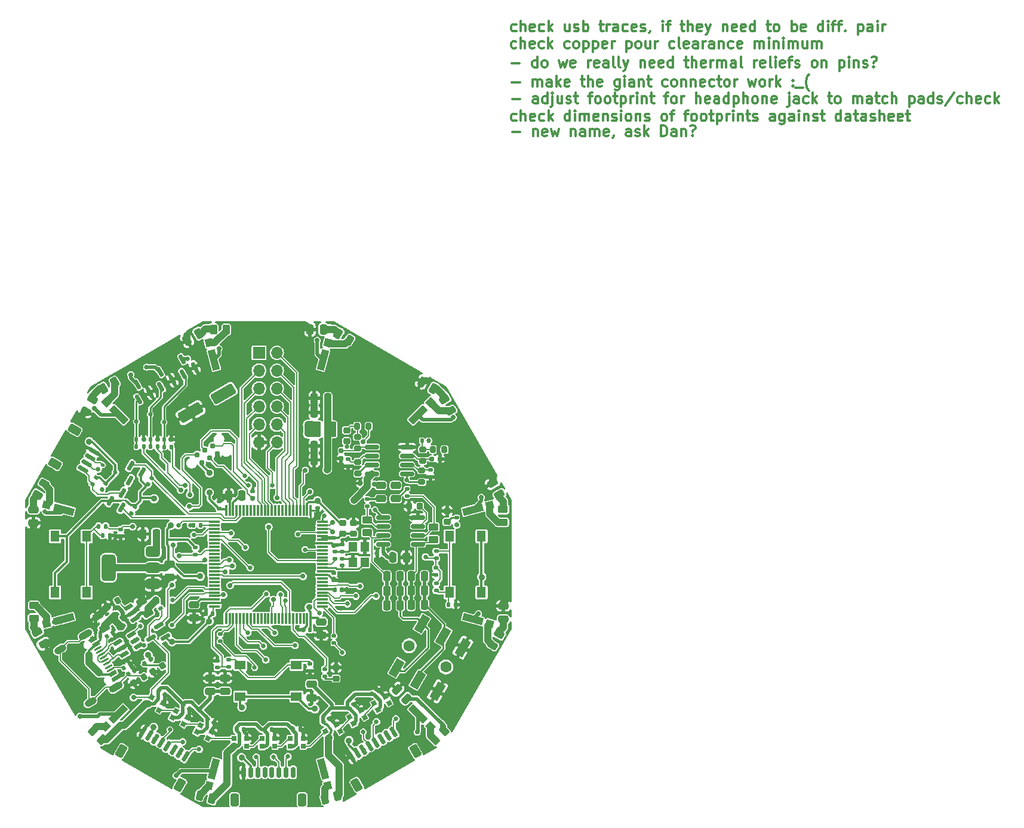
<source format=gbr>
%TF.GenerationSoftware,KiCad,Pcbnew,8.0.3*%
%TF.CreationDate,2024-08-28T16:51:52-04:00*%
%TF.ProjectId,vibrometer_h7,76696272-6f6d-4657-9465-725f68372e6b,rev?*%
%TF.SameCoordinates,Original*%
%TF.FileFunction,Copper,L1,Top*%
%TF.FilePolarity,Positive*%
%FSLAX46Y46*%
G04 Gerber Fmt 4.6, Leading zero omitted, Abs format (unit mm)*
G04 Created by KiCad (PCBNEW 8.0.3) date 2024-08-28 16:51:52*
%MOMM*%
%LPD*%
G01*
G04 APERTURE LIST*
G04 Aperture macros list*
%AMRoundRect*
0 Rectangle with rounded corners*
0 $1 Rounding radius*
0 $2 $3 $4 $5 $6 $7 $8 $9 X,Y pos of 4 corners*
0 Add a 4 corners polygon primitive as box body*
4,1,4,$2,$3,$4,$5,$6,$7,$8,$9,$2,$3,0*
0 Add four circle primitives for the rounded corners*
1,1,$1+$1,$2,$3*
1,1,$1+$1,$4,$5*
1,1,$1+$1,$6,$7*
1,1,$1+$1,$8,$9*
0 Add four rect primitives between the rounded corners*
20,1,$1+$1,$2,$3,$4,$5,0*
20,1,$1+$1,$4,$5,$6,$7,0*
20,1,$1+$1,$6,$7,$8,$9,0*
20,1,$1+$1,$8,$9,$2,$3,0*%
%AMHorizOval*
0 Thick line with rounded ends*
0 $1 width*
0 $2 $3 position (X,Y) of the first rounded end (center of the circle)*
0 $4 $5 position (X,Y) of the second rounded end (center of the circle)*
0 Add line between two ends*
20,1,$1,$2,$3,$4,$5,0*
0 Add two circle primitives to create the rounded ends*
1,1,$1,$2,$3*
1,1,$1,$4,$5*%
%AMRotRect*
0 Rectangle, with rotation*
0 The origin of the aperture is its center*
0 $1 length*
0 $2 width*
0 $3 Rotation angle, in degrees counterclockwise*
0 Add horizontal line*
21,1,$1,$2,0,0,$3*%
G04 Aperture macros list end*
%ADD10C,0.300000*%
%TA.AperFunction,NonConductor*%
%ADD11C,0.300000*%
%TD*%
%TA.AperFunction,SMDPad,CuDef*%
%ADD12RoundRect,0.250000X-0.450000X0.262500X-0.450000X-0.262500X0.450000X-0.262500X0.450000X0.262500X0*%
%TD*%
%TA.AperFunction,SMDPad,CuDef*%
%ADD13RoundRect,0.200000X-0.275000X0.200000X-0.275000X-0.200000X0.275000X-0.200000X0.275000X0.200000X0*%
%TD*%
%TA.AperFunction,SMDPad,CuDef*%
%ADD14RoundRect,0.250000X0.512652X0.159099X0.159099X0.512652X-0.512652X-0.159099X-0.159099X-0.512652X0*%
%TD*%
%TA.AperFunction,SMDPad,CuDef*%
%ADD15RoundRect,0.250000X0.536362X0.020994X0.286362X0.454006X-0.536362X-0.020994X-0.286362X-0.454006X0*%
%TD*%
%TA.AperFunction,SMDPad,CuDef*%
%ADD16RoundRect,0.140000X0.170000X-0.140000X0.170000X0.140000X-0.170000X0.140000X-0.170000X-0.140000X0*%
%TD*%
%TA.AperFunction,SMDPad,CuDef*%
%ADD17R,1.200000X1.400000*%
%TD*%
%TA.AperFunction,SMDPad,CuDef*%
%ADD18RoundRect,0.218750X-0.256250X0.218750X-0.256250X-0.218750X0.256250X-0.218750X0.256250X0.218750X0*%
%TD*%
%TA.AperFunction,SMDPad,CuDef*%
%ADD19R,0.700000X0.700000*%
%TD*%
%TA.AperFunction,SMDPad,CuDef*%
%ADD20RoundRect,0.200000X0.200000X0.275000X-0.200000X0.275000X-0.200000X-0.275000X0.200000X-0.275000X0*%
%TD*%
%TA.AperFunction,SMDPad,CuDef*%
%ADD21RoundRect,0.135000X0.135000X0.185000X-0.135000X0.185000X-0.135000X-0.185000X0.135000X-0.185000X0*%
%TD*%
%TA.AperFunction,SMDPad,CuDef*%
%ADD22RoundRect,0.250000X-0.503814X-0.132583X-0.132583X-0.503814X0.503814X0.132583X0.132583X0.503814X0*%
%TD*%
%TA.AperFunction,SMDPad,CuDef*%
%ADD23RoundRect,0.225000X-0.225000X-0.250000X0.225000X-0.250000X0.225000X0.250000X-0.225000X0.250000X0*%
%TD*%
%TA.AperFunction,SMDPad,CuDef*%
%ADD24RoundRect,0.250000X-0.536362X-0.020994X-0.286362X-0.454006X0.536362X0.020994X0.286362X0.454006X0*%
%TD*%
%TA.AperFunction,SMDPad,CuDef*%
%ADD25RoundRect,0.150000X-0.442404X-0.466266X-0.182596X-0.616266X0.442404X0.466266X0.182596X0.616266X0*%
%TD*%
%TA.AperFunction,SMDPad,CuDef*%
%ADD26RoundRect,0.250000X-0.628109X-0.387917X-0.021891X-0.737917X0.628109X0.387917X0.021891X0.737917X0*%
%TD*%
%TA.AperFunction,SMDPad,CuDef*%
%ADD27RoundRect,0.250000X0.132583X-0.503814X0.503814X-0.132583X-0.132583X0.503814X-0.503814X0.132583X0*%
%TD*%
%TA.AperFunction,SMDPad,CuDef*%
%ADD28RoundRect,0.140000X-0.036244X-0.217224X0.206244X-0.077224X0.036244X0.217224X-0.206244X0.077224X0*%
%TD*%
%TA.AperFunction,SMDPad,CuDef*%
%ADD29RoundRect,0.250000X-0.250000X-0.475000X0.250000X-0.475000X0.250000X0.475000X-0.250000X0.475000X0*%
%TD*%
%TA.AperFunction,SMDPad,CuDef*%
%ADD30RoundRect,0.250000X0.262500X0.450000X-0.262500X0.450000X-0.262500X-0.450000X0.262500X-0.450000X0*%
%TD*%
%TA.AperFunction,SMDPad,CuDef*%
%ADD31RoundRect,0.135000X0.185000X-0.135000X0.185000X0.135000X-0.185000X0.135000X-0.185000X-0.135000X0*%
%TD*%
%TA.AperFunction,SMDPad,CuDef*%
%ADD32RoundRect,0.250000X0.454006X0.286362X0.020994X0.536362X-0.454006X-0.286362X-0.020994X-0.536362X0*%
%TD*%
%TA.AperFunction,SMDPad,CuDef*%
%ADD33RoundRect,0.150000X0.423654X-0.433790X-0.163846X0.583790X-0.423654X0.433790X0.163846X-0.583790X0*%
%TD*%
%TA.AperFunction,SMDPad,CuDef*%
%ADD34RoundRect,0.140000X-0.170000X0.140000X-0.170000X-0.140000X0.170000X-0.140000X0.170000X0.140000X0*%
%TD*%
%TA.AperFunction,SMDPad,CuDef*%
%ADD35RoundRect,0.250000X0.250000X0.475000X-0.250000X0.475000X-0.250000X-0.475000X0.250000X-0.475000X0*%
%TD*%
%TA.AperFunction,SMDPad,CuDef*%
%ADD36RoundRect,0.135000X-0.024413X-0.227715X0.209413X-0.092715X0.024413X0.227715X-0.209413X0.092715X0*%
%TD*%
%TA.AperFunction,SMDPad,CuDef*%
%ADD37RotRect,2.920000X1.040000X285.000000*%
%TD*%
%TA.AperFunction,SMDPad,CuDef*%
%ADD38RotRect,1.100000X1.040000X285.000000*%
%TD*%
%TA.AperFunction,SMDPad,CuDef*%
%ADD39RoundRect,0.225000X0.250000X-0.225000X0.250000X0.225000X-0.250000X0.225000X-0.250000X-0.225000X0*%
%TD*%
%TA.AperFunction,SMDPad,CuDef*%
%ADD40RotRect,0.700000X0.700000X150.000000*%
%TD*%
%TA.AperFunction,SMDPad,CuDef*%
%ADD41R,1.300000X1.550000*%
%TD*%
%TA.AperFunction,SMDPad,CuDef*%
%ADD42RoundRect,0.250000X-0.475000X0.250000X-0.475000X-0.250000X0.475000X-0.250000X0.475000X0.250000X0*%
%TD*%
%TA.AperFunction,SMDPad,CuDef*%
%ADD43RoundRect,0.135000X-0.135000X-0.185000X0.135000X-0.185000X0.135000X0.185000X-0.135000X0.185000X0*%
%TD*%
%TA.AperFunction,SMDPad,CuDef*%
%ADD44RoundRect,0.150000X-0.368838X-0.386154X0.518838X0.126346X0.368838X0.386154X-0.518838X-0.126346X0*%
%TD*%
%TA.AperFunction,SMDPad,CuDef*%
%ADD45RotRect,2.920000X1.040000X15.000000*%
%TD*%
%TA.AperFunction,SMDPad,CuDef*%
%ADD46RotRect,1.100000X1.040000X15.000000*%
%TD*%
%TA.AperFunction,SMDPad,CuDef*%
%ADD47RotRect,2.920000X1.040000X315.000000*%
%TD*%
%TA.AperFunction,SMDPad,CuDef*%
%ADD48RotRect,1.100000X1.040000X315.000000*%
%TD*%
%TA.AperFunction,SMDPad,CuDef*%
%ADD49RoundRect,0.140000X-0.140000X-0.170000X0.140000X-0.170000X0.140000X0.170000X-0.140000X0.170000X0*%
%TD*%
%TA.AperFunction,SMDPad,CuDef*%
%ADD50RoundRect,0.218750X-0.061318X-0.331294X0.317568X-0.112544X0.061318X0.331294X-0.317568X0.112544X0*%
%TD*%
%TA.AperFunction,SMDPad,CuDef*%
%ADD51RoundRect,0.075000X0.725000X0.075000X-0.725000X0.075000X-0.725000X-0.075000X0.725000X-0.075000X0*%
%TD*%
%TA.AperFunction,SMDPad,CuDef*%
%ADD52RoundRect,0.075000X0.075000X0.725000X-0.075000X0.725000X-0.075000X-0.725000X0.075000X-0.725000X0*%
%TD*%
%TA.AperFunction,SMDPad,CuDef*%
%ADD53RoundRect,0.250000X-0.020994X0.536362X-0.454006X0.286362X0.020994X-0.536362X0.454006X-0.286362X0*%
%TD*%
%TA.AperFunction,SMDPad,CuDef*%
%ADD54RoundRect,0.250000X0.520961X-0.002332X0.258461X0.452332X-0.520961X0.002332X-0.258461X-0.452332X0*%
%TD*%
%TA.AperFunction,SMDPad,CuDef*%
%ADD55RoundRect,0.250000X-0.286362X0.454006X-0.536362X0.020994X0.286362X-0.454006X0.536362X-0.020994X0*%
%TD*%
%TA.AperFunction,SMDPad,CuDef*%
%ADD56R,1.550000X1.300000*%
%TD*%
%TA.AperFunction,SMDPad,CuDef*%
%ADD57RotRect,2.920000X1.040000X45.000000*%
%TD*%
%TA.AperFunction,SMDPad,CuDef*%
%ADD58RotRect,1.100000X1.040000X45.000000*%
%TD*%
%TA.AperFunction,SMDPad,CuDef*%
%ADD59RoundRect,0.135000X0.024413X0.227715X-0.209413X0.092715X-0.024413X-0.227715X0.209413X-0.092715X0*%
%TD*%
%TA.AperFunction,SMDPad,CuDef*%
%ADD60RoundRect,0.140000X0.140000X0.170000X-0.140000X0.170000X-0.140000X-0.170000X0.140000X-0.170000X0*%
%TD*%
%TA.AperFunction,SMDPad,CuDef*%
%ADD61RoundRect,0.112500X-0.218630X-0.003678X0.106130X-0.191178X0.218630X0.003678X-0.106130X0.191178X0*%
%TD*%
%TA.AperFunction,SMDPad,CuDef*%
%ADD62RoundRect,0.250000X-0.258461X0.452332X-0.520961X-0.002332X0.258461X-0.452332X0.520961X0.002332X0*%
%TD*%
%TA.AperFunction,SMDPad,CuDef*%
%ADD63RoundRect,0.150000X0.182596X-0.616266X0.442404X-0.466266X-0.182596X0.616266X-0.442404X0.466266X0*%
%TD*%
%TA.AperFunction,SMDPad,CuDef*%
%ADD64RoundRect,0.250000X0.021891X-0.737917X0.628109X-0.387917X-0.021891X0.737917X-0.628109X0.387917X0*%
%TD*%
%TA.AperFunction,SMDPad,CuDef*%
%ADD65RoundRect,0.250000X0.450000X-0.262500X0.450000X0.262500X-0.450000X0.262500X-0.450000X-0.262500X0*%
%TD*%
%TA.AperFunction,SMDPad,CuDef*%
%ADD66RoundRect,0.140000X-0.206244X-0.077224X0.036244X-0.217224X0.206244X0.077224X-0.036244X0.217224X0*%
%TD*%
%TA.AperFunction,SMDPad,CuDef*%
%ADD67RoundRect,0.200000X-0.035705X-0.338157X0.310705X-0.138157X0.035705X0.338157X-0.310705X0.138157X0*%
%TD*%
%TA.AperFunction,SMDPad,CuDef*%
%ADD68RoundRect,0.250000X0.475000X-0.250000X0.475000X0.250000X-0.475000X0.250000X-0.475000X-0.250000X0*%
%TD*%
%TA.AperFunction,ConnectorPad*%
%ADD69C,0.787400*%
%TD*%
%TA.AperFunction,SMDPad,CuDef*%
%ADD70RoundRect,0.135000X-0.185000X0.135000X-0.185000X-0.135000X0.185000X-0.135000X0.185000X0.135000X0*%
%TD*%
%TA.AperFunction,SMDPad,CuDef*%
%ADD71RotRect,0.700000X0.700000X210.000000*%
%TD*%
%TA.AperFunction,SMDPad,CuDef*%
%ADD72RotRect,2.920000X1.040000X75.000000*%
%TD*%
%TA.AperFunction,SMDPad,CuDef*%
%ADD73RotRect,1.100000X1.040000X75.000000*%
%TD*%
%TA.AperFunction,SMDPad,CuDef*%
%ADD74RoundRect,0.150000X-0.466266X0.442404X-0.616266X0.182596X0.466266X-0.442404X0.616266X-0.182596X0*%
%TD*%
%TA.AperFunction,SMDPad,CuDef*%
%ADD75RoundRect,0.250000X-0.387917X0.628109X-0.737917X0.021891X0.387917X-0.628109X0.737917X-0.021891X0*%
%TD*%
%TA.AperFunction,SMDPad,CuDef*%
%ADD76RotRect,2.920000X1.040000X255.000000*%
%TD*%
%TA.AperFunction,SMDPad,CuDef*%
%ADD77RotRect,1.100000X1.040000X255.000000*%
%TD*%
%TA.AperFunction,SMDPad,CuDef*%
%ADD78RoundRect,0.150000X0.163846X0.583790X-0.423654X-0.433790X-0.163846X-0.583790X0.423654X0.433790X0*%
%TD*%
%TA.AperFunction,SMDPad,CuDef*%
%ADD79RotRect,2.920000X1.040000X165.000000*%
%TD*%
%TA.AperFunction,SMDPad,CuDef*%
%ADD80RotRect,1.100000X1.040000X165.000000*%
%TD*%
%TA.AperFunction,SMDPad,CuDef*%
%ADD81RoundRect,0.150000X0.368838X0.386154X-0.518838X-0.126346X-0.368838X-0.386154X0.518838X0.126346X0*%
%TD*%
%TA.AperFunction,SMDPad,CuDef*%
%ADD82RoundRect,0.155000X0.212500X0.155000X-0.212500X0.155000X-0.212500X-0.155000X0.212500X-0.155000X0*%
%TD*%
%TA.AperFunction,SMDPad,CuDef*%
%ADD83RoundRect,0.150000X0.433790X0.423654X-0.583790X-0.163846X-0.433790X-0.423654X0.583790X0.163846X0*%
%TD*%
%TA.AperFunction,SMDPad,CuDef*%
%ADD84RoundRect,0.135000X0.227715X-0.024413X0.092715X0.209413X-0.227715X0.024413X-0.092715X-0.209413X0*%
%TD*%
%TA.AperFunction,SMDPad,CuDef*%
%ADD85RotRect,2.920000X1.040000X345.000000*%
%TD*%
%TA.AperFunction,SMDPad,CuDef*%
%ADD86RotRect,1.100000X1.040000X345.000000*%
%TD*%
%TA.AperFunction,SMDPad,CuDef*%
%ADD87RotRect,2.920000X1.040000X195.000000*%
%TD*%
%TA.AperFunction,SMDPad,CuDef*%
%ADD88RotRect,1.100000X1.040000X195.000000*%
%TD*%
%TA.AperFunction,SMDPad,CuDef*%
%ADD89RoundRect,0.250000X-0.137087X-0.502607X0.370024X-0.366727X0.137087X0.502607X-0.370024X0.366727X0*%
%TD*%
%TA.AperFunction,SMDPad,CuDef*%
%ADD90RoundRect,0.250000X0.258461X-0.452332X0.520961X0.002332X-0.258461X0.452332X-0.520961X-0.002332X0*%
%TD*%
%TA.AperFunction,SMDPad,CuDef*%
%ADD91RoundRect,0.155000X0.155000X-0.212500X0.155000X0.212500X-0.155000X0.212500X-0.155000X-0.212500X0*%
%TD*%
%TA.AperFunction,SMDPad,CuDef*%
%ADD92RoundRect,0.250000X0.002332X0.520961X-0.452332X0.258461X-0.002332X-0.520961X0.452332X-0.258461X0*%
%TD*%
%TA.AperFunction,SMDPad,CuDef*%
%ADD93RoundRect,0.135000X0.092715X-0.209413X0.227715X0.024413X-0.092715X0.209413X-0.227715X-0.024413X0*%
%TD*%
%TA.AperFunction,SMDPad,CuDef*%
%ADD94RoundRect,0.150000X0.825000X0.150000X-0.825000X0.150000X-0.825000X-0.150000X0.825000X-0.150000X0*%
%TD*%
%TA.AperFunction,HeatsinkPad*%
%ADD95R,2.290000X3.000000*%
%TD*%
%TA.AperFunction,SMDPad,CuDef*%
%ADD96RoundRect,0.135000X-0.092715X0.209413X-0.227715X-0.024413X0.092715X-0.209413X0.227715X0.024413X0*%
%TD*%
%TA.AperFunction,SMDPad,CuDef*%
%ADD97RoundRect,0.150000X-0.150000X-0.625000X0.150000X-0.625000X0.150000X0.625000X-0.150000X0.625000X0*%
%TD*%
%TA.AperFunction,SMDPad,CuDef*%
%ADD98RoundRect,0.250000X-0.350000X-0.650000X0.350000X-0.650000X0.350000X0.650000X-0.350000X0.650000X0*%
%TD*%
%TA.AperFunction,ComponentPad*%
%ADD99C,1.600000*%
%TD*%
%TA.AperFunction,SMDPad,CuDef*%
%ADD100RotRect,2.500000X1.250000X240.000000*%
%TD*%
%TA.AperFunction,SMDPad,CuDef*%
%ADD101RoundRect,0.250000X0.452332X0.258461X-0.002332X0.520961X-0.452332X-0.258461X0.002332X-0.520961X0*%
%TD*%
%TA.AperFunction,SMDPad,CuDef*%
%ADD102RoundRect,0.150000X-0.163846X-0.583790X0.423654X0.433790X0.163846X0.583790X-0.423654X-0.433790X0*%
%TD*%
%TA.AperFunction,SMDPad,CuDef*%
%ADD103RotRect,2.920000X1.040000X225.000000*%
%TD*%
%TA.AperFunction,SMDPad,CuDef*%
%ADD104RotRect,1.100000X1.040000X225.000000*%
%TD*%
%TA.AperFunction,SMDPad,CuDef*%
%ADD105RoundRect,0.250000X1.024038X1.226314X-1.574038X-0.273686X-1.024038X-1.226314X1.574038X0.273686X0*%
%TD*%
%TA.AperFunction,SMDPad,CuDef*%
%ADD106RotRect,2.920000X1.040000X135.000000*%
%TD*%
%TA.AperFunction,SMDPad,CuDef*%
%ADD107RotRect,1.100000X1.040000X135.000000*%
%TD*%
%TA.AperFunction,HeatsinkPad*%
%ADD108R,2.410000X3.810000*%
%TD*%
%TA.AperFunction,SMDPad,CuDef*%
%ADD109RoundRect,0.250000X-0.370024X-0.366727X0.137087X-0.502607X0.370024X0.366727X-0.137087X0.502607X0*%
%TD*%
%TA.AperFunction,SMDPad,CuDef*%
%ADD110RoundRect,0.150000X-0.443061X-0.082596X-0.293061X-0.342404X0.443061X0.082596X0.293061X0.342404X0*%
%TD*%
%TA.AperFunction,SMDPad,CuDef*%
%ADD111RoundRect,0.075000X-0.470513X-0.185048X-0.395513X-0.314952X0.470513X0.185048X0.395513X0.314952X0*%
%TD*%
%TA.AperFunction,ComponentPad*%
%ADD112HorizOval,1.000000X-0.476314X-0.275000X0.476314X0.275000X0*%
%TD*%
%TA.AperFunction,ComponentPad*%
%ADD113HorizOval,1.000000X-0.346410X-0.200000X0.346410X0.200000X0*%
%TD*%
%TA.AperFunction,SMDPad,CuDef*%
%ADD114RoundRect,0.250000X-0.375000X-0.850000X0.375000X-0.850000X0.375000X0.850000X-0.375000X0.850000X0*%
%TD*%
%TA.AperFunction,SMDPad,CuDef*%
%ADD115RotRect,2.920000X1.040000X105.000000*%
%TD*%
%TA.AperFunction,SMDPad,CuDef*%
%ADD116RotRect,1.100000X1.040000X105.000000*%
%TD*%
%TA.AperFunction,SMDPad,CuDef*%
%ADD117RoundRect,0.375000X0.625000X0.375000X-0.625000X0.375000X-0.625000X-0.375000X0.625000X-0.375000X0*%
%TD*%
%TA.AperFunction,SMDPad,CuDef*%
%ADD118RoundRect,0.500000X0.500000X1.400000X-0.500000X1.400000X-0.500000X-1.400000X0.500000X-1.400000X0*%
%TD*%
%TA.AperFunction,ComponentPad*%
%ADD119R,1.700000X1.700000*%
%TD*%
%TA.AperFunction,ComponentPad*%
%ADD120O,1.700000X1.700000*%
%TD*%
%TA.AperFunction,ViaPad*%
%ADD121C,0.650000*%
%TD*%
%TA.AperFunction,ViaPad*%
%ADD122C,0.900000*%
%TD*%
%TA.AperFunction,ViaPad*%
%ADD123C,0.700000*%
%TD*%
%TA.AperFunction,Conductor*%
%ADD124C,0.150000*%
%TD*%
%TA.AperFunction,Conductor*%
%ADD125C,0.200000*%
%TD*%
%TA.AperFunction,Conductor*%
%ADD126C,0.300000*%
%TD*%
%TA.AperFunction,Conductor*%
%ADD127C,0.500000*%
%TD*%
%TA.AperFunction,Conductor*%
%ADD128C,0.250000*%
%TD*%
%TA.AperFunction,Conductor*%
%ADD129C,1.000000*%
%TD*%
G04 APERTURE END LIST*
D10*
D11*
X184479510Y-28929400D02*
X185622368Y-28929400D01*
X188122368Y-29500828D02*
X188122368Y-28000828D01*
X188122368Y-29429400D02*
X187979510Y-29500828D01*
X187979510Y-29500828D02*
X187693796Y-29500828D01*
X187693796Y-29500828D02*
X187550939Y-29429400D01*
X187550939Y-29429400D02*
X187479510Y-29357971D01*
X187479510Y-29357971D02*
X187408082Y-29215114D01*
X187408082Y-29215114D02*
X187408082Y-28786542D01*
X187408082Y-28786542D02*
X187479510Y-28643685D01*
X187479510Y-28643685D02*
X187550939Y-28572257D01*
X187550939Y-28572257D02*
X187693796Y-28500828D01*
X187693796Y-28500828D02*
X187979510Y-28500828D01*
X187979510Y-28500828D02*
X188122368Y-28572257D01*
X189050939Y-29500828D02*
X188908082Y-29429400D01*
X188908082Y-29429400D02*
X188836653Y-29357971D01*
X188836653Y-29357971D02*
X188765225Y-29215114D01*
X188765225Y-29215114D02*
X188765225Y-28786542D01*
X188765225Y-28786542D02*
X188836653Y-28643685D01*
X188836653Y-28643685D02*
X188908082Y-28572257D01*
X188908082Y-28572257D02*
X189050939Y-28500828D01*
X189050939Y-28500828D02*
X189265225Y-28500828D01*
X189265225Y-28500828D02*
X189408082Y-28572257D01*
X189408082Y-28572257D02*
X189479511Y-28643685D01*
X189479511Y-28643685D02*
X189550939Y-28786542D01*
X189550939Y-28786542D02*
X189550939Y-29215114D01*
X189550939Y-29215114D02*
X189479511Y-29357971D01*
X189479511Y-29357971D02*
X189408082Y-29429400D01*
X189408082Y-29429400D02*
X189265225Y-29500828D01*
X189265225Y-29500828D02*
X189050939Y-29500828D01*
X191193796Y-28500828D02*
X191479511Y-29500828D01*
X191479511Y-29500828D02*
X191765225Y-28786542D01*
X191765225Y-28786542D02*
X192050939Y-29500828D01*
X192050939Y-29500828D02*
X192336653Y-28500828D01*
X193479511Y-29429400D02*
X193336654Y-29500828D01*
X193336654Y-29500828D02*
X193050940Y-29500828D01*
X193050940Y-29500828D02*
X192908082Y-29429400D01*
X192908082Y-29429400D02*
X192836654Y-29286542D01*
X192836654Y-29286542D02*
X192836654Y-28715114D01*
X192836654Y-28715114D02*
X192908082Y-28572257D01*
X192908082Y-28572257D02*
X193050940Y-28500828D01*
X193050940Y-28500828D02*
X193336654Y-28500828D01*
X193336654Y-28500828D02*
X193479511Y-28572257D01*
X193479511Y-28572257D02*
X193550940Y-28715114D01*
X193550940Y-28715114D02*
X193550940Y-28857971D01*
X193550940Y-28857971D02*
X192836654Y-29000828D01*
X195336653Y-29500828D02*
X195336653Y-28500828D01*
X195336653Y-28786542D02*
X195408082Y-28643685D01*
X195408082Y-28643685D02*
X195479511Y-28572257D01*
X195479511Y-28572257D02*
X195622368Y-28500828D01*
X195622368Y-28500828D02*
X195765225Y-28500828D01*
X196836653Y-29429400D02*
X196693796Y-29500828D01*
X196693796Y-29500828D02*
X196408082Y-29500828D01*
X196408082Y-29500828D02*
X196265224Y-29429400D01*
X196265224Y-29429400D02*
X196193796Y-29286542D01*
X196193796Y-29286542D02*
X196193796Y-28715114D01*
X196193796Y-28715114D02*
X196265224Y-28572257D01*
X196265224Y-28572257D02*
X196408082Y-28500828D01*
X196408082Y-28500828D02*
X196693796Y-28500828D01*
X196693796Y-28500828D02*
X196836653Y-28572257D01*
X196836653Y-28572257D02*
X196908082Y-28715114D01*
X196908082Y-28715114D02*
X196908082Y-28857971D01*
X196908082Y-28857971D02*
X196193796Y-29000828D01*
X198193796Y-29500828D02*
X198193796Y-28715114D01*
X198193796Y-28715114D02*
X198122367Y-28572257D01*
X198122367Y-28572257D02*
X197979510Y-28500828D01*
X197979510Y-28500828D02*
X197693796Y-28500828D01*
X197693796Y-28500828D02*
X197550938Y-28572257D01*
X198193796Y-29429400D02*
X198050938Y-29500828D01*
X198050938Y-29500828D02*
X197693796Y-29500828D01*
X197693796Y-29500828D02*
X197550938Y-29429400D01*
X197550938Y-29429400D02*
X197479510Y-29286542D01*
X197479510Y-29286542D02*
X197479510Y-29143685D01*
X197479510Y-29143685D02*
X197550938Y-29000828D01*
X197550938Y-29000828D02*
X197693796Y-28929400D01*
X197693796Y-28929400D02*
X198050938Y-28929400D01*
X198050938Y-28929400D02*
X198193796Y-28857971D01*
X199122367Y-29500828D02*
X198979510Y-29429400D01*
X198979510Y-29429400D02*
X198908081Y-29286542D01*
X198908081Y-29286542D02*
X198908081Y-28000828D01*
X199908081Y-29500828D02*
X199765224Y-29429400D01*
X199765224Y-29429400D02*
X199693795Y-29286542D01*
X199693795Y-29286542D02*
X199693795Y-28000828D01*
X200336652Y-28500828D02*
X200693795Y-29500828D01*
X201050938Y-28500828D02*
X200693795Y-29500828D01*
X200693795Y-29500828D02*
X200550938Y-29857971D01*
X200550938Y-29857971D02*
X200479509Y-29929400D01*
X200479509Y-29929400D02*
X200336652Y-30000828D01*
X202765223Y-28500828D02*
X202765223Y-29500828D01*
X202765223Y-28643685D02*
X202836652Y-28572257D01*
X202836652Y-28572257D02*
X202979509Y-28500828D01*
X202979509Y-28500828D02*
X203193795Y-28500828D01*
X203193795Y-28500828D02*
X203336652Y-28572257D01*
X203336652Y-28572257D02*
X203408081Y-28715114D01*
X203408081Y-28715114D02*
X203408081Y-29500828D01*
X204693795Y-29429400D02*
X204550938Y-29500828D01*
X204550938Y-29500828D02*
X204265224Y-29500828D01*
X204265224Y-29500828D02*
X204122366Y-29429400D01*
X204122366Y-29429400D02*
X204050938Y-29286542D01*
X204050938Y-29286542D02*
X204050938Y-28715114D01*
X204050938Y-28715114D02*
X204122366Y-28572257D01*
X204122366Y-28572257D02*
X204265224Y-28500828D01*
X204265224Y-28500828D02*
X204550938Y-28500828D01*
X204550938Y-28500828D02*
X204693795Y-28572257D01*
X204693795Y-28572257D02*
X204765224Y-28715114D01*
X204765224Y-28715114D02*
X204765224Y-28857971D01*
X204765224Y-28857971D02*
X204050938Y-29000828D01*
X205979509Y-29429400D02*
X205836652Y-29500828D01*
X205836652Y-29500828D02*
X205550938Y-29500828D01*
X205550938Y-29500828D02*
X205408080Y-29429400D01*
X205408080Y-29429400D02*
X205336652Y-29286542D01*
X205336652Y-29286542D02*
X205336652Y-28715114D01*
X205336652Y-28715114D02*
X205408080Y-28572257D01*
X205408080Y-28572257D02*
X205550938Y-28500828D01*
X205550938Y-28500828D02*
X205836652Y-28500828D01*
X205836652Y-28500828D02*
X205979509Y-28572257D01*
X205979509Y-28572257D02*
X206050938Y-28715114D01*
X206050938Y-28715114D02*
X206050938Y-28857971D01*
X206050938Y-28857971D02*
X205336652Y-29000828D01*
X207336652Y-29500828D02*
X207336652Y-28000828D01*
X207336652Y-29429400D02*
X207193794Y-29500828D01*
X207193794Y-29500828D02*
X206908080Y-29500828D01*
X206908080Y-29500828D02*
X206765223Y-29429400D01*
X206765223Y-29429400D02*
X206693794Y-29357971D01*
X206693794Y-29357971D02*
X206622366Y-29215114D01*
X206622366Y-29215114D02*
X206622366Y-28786542D01*
X206622366Y-28786542D02*
X206693794Y-28643685D01*
X206693794Y-28643685D02*
X206765223Y-28572257D01*
X206765223Y-28572257D02*
X206908080Y-28500828D01*
X206908080Y-28500828D02*
X207193794Y-28500828D01*
X207193794Y-28500828D02*
X207336652Y-28572257D01*
X208979509Y-28500828D02*
X209550937Y-28500828D01*
X209193794Y-28000828D02*
X209193794Y-29286542D01*
X209193794Y-29286542D02*
X209265223Y-29429400D01*
X209265223Y-29429400D02*
X209408080Y-29500828D01*
X209408080Y-29500828D02*
X209550937Y-29500828D01*
X210050937Y-29500828D02*
X210050937Y-28000828D01*
X210693795Y-29500828D02*
X210693795Y-28715114D01*
X210693795Y-28715114D02*
X210622366Y-28572257D01*
X210622366Y-28572257D02*
X210479509Y-28500828D01*
X210479509Y-28500828D02*
X210265223Y-28500828D01*
X210265223Y-28500828D02*
X210122366Y-28572257D01*
X210122366Y-28572257D02*
X210050937Y-28643685D01*
X211979509Y-29429400D02*
X211836652Y-29500828D01*
X211836652Y-29500828D02*
X211550938Y-29500828D01*
X211550938Y-29500828D02*
X211408080Y-29429400D01*
X211408080Y-29429400D02*
X211336652Y-29286542D01*
X211336652Y-29286542D02*
X211336652Y-28715114D01*
X211336652Y-28715114D02*
X211408080Y-28572257D01*
X211408080Y-28572257D02*
X211550938Y-28500828D01*
X211550938Y-28500828D02*
X211836652Y-28500828D01*
X211836652Y-28500828D02*
X211979509Y-28572257D01*
X211979509Y-28572257D02*
X212050938Y-28715114D01*
X212050938Y-28715114D02*
X212050938Y-28857971D01*
X212050938Y-28857971D02*
X211336652Y-29000828D01*
X212693794Y-29500828D02*
X212693794Y-28500828D01*
X212693794Y-28786542D02*
X212765223Y-28643685D01*
X212765223Y-28643685D02*
X212836652Y-28572257D01*
X212836652Y-28572257D02*
X212979509Y-28500828D01*
X212979509Y-28500828D02*
X213122366Y-28500828D01*
X213622365Y-29500828D02*
X213622365Y-28500828D01*
X213622365Y-28643685D02*
X213693794Y-28572257D01*
X213693794Y-28572257D02*
X213836651Y-28500828D01*
X213836651Y-28500828D02*
X214050937Y-28500828D01*
X214050937Y-28500828D02*
X214193794Y-28572257D01*
X214193794Y-28572257D02*
X214265223Y-28715114D01*
X214265223Y-28715114D02*
X214265223Y-29500828D01*
X214265223Y-28715114D02*
X214336651Y-28572257D01*
X214336651Y-28572257D02*
X214479508Y-28500828D01*
X214479508Y-28500828D02*
X214693794Y-28500828D01*
X214693794Y-28500828D02*
X214836651Y-28572257D01*
X214836651Y-28572257D02*
X214908080Y-28715114D01*
X214908080Y-28715114D02*
X214908080Y-29500828D01*
X216265223Y-29500828D02*
X216265223Y-28715114D01*
X216265223Y-28715114D02*
X216193794Y-28572257D01*
X216193794Y-28572257D02*
X216050937Y-28500828D01*
X216050937Y-28500828D02*
X215765223Y-28500828D01*
X215765223Y-28500828D02*
X215622365Y-28572257D01*
X216265223Y-29429400D02*
X216122365Y-29500828D01*
X216122365Y-29500828D02*
X215765223Y-29500828D01*
X215765223Y-29500828D02*
X215622365Y-29429400D01*
X215622365Y-29429400D02*
X215550937Y-29286542D01*
X215550937Y-29286542D02*
X215550937Y-29143685D01*
X215550937Y-29143685D02*
X215622365Y-29000828D01*
X215622365Y-29000828D02*
X215765223Y-28929400D01*
X215765223Y-28929400D02*
X216122365Y-28929400D01*
X216122365Y-28929400D02*
X216265223Y-28857971D01*
X217193794Y-29500828D02*
X217050937Y-29429400D01*
X217050937Y-29429400D02*
X216979508Y-29286542D01*
X216979508Y-29286542D02*
X216979508Y-28000828D01*
X218908079Y-29500828D02*
X218908079Y-28500828D01*
X218908079Y-28786542D02*
X218979508Y-28643685D01*
X218979508Y-28643685D02*
X219050937Y-28572257D01*
X219050937Y-28572257D02*
X219193794Y-28500828D01*
X219193794Y-28500828D02*
X219336651Y-28500828D01*
X220408079Y-29429400D02*
X220265222Y-29500828D01*
X220265222Y-29500828D02*
X219979508Y-29500828D01*
X219979508Y-29500828D02*
X219836650Y-29429400D01*
X219836650Y-29429400D02*
X219765222Y-29286542D01*
X219765222Y-29286542D02*
X219765222Y-28715114D01*
X219765222Y-28715114D02*
X219836650Y-28572257D01*
X219836650Y-28572257D02*
X219979508Y-28500828D01*
X219979508Y-28500828D02*
X220265222Y-28500828D01*
X220265222Y-28500828D02*
X220408079Y-28572257D01*
X220408079Y-28572257D02*
X220479508Y-28715114D01*
X220479508Y-28715114D02*
X220479508Y-28857971D01*
X220479508Y-28857971D02*
X219765222Y-29000828D01*
X221336650Y-29500828D02*
X221193793Y-29429400D01*
X221193793Y-29429400D02*
X221122364Y-29286542D01*
X221122364Y-29286542D02*
X221122364Y-28000828D01*
X221908078Y-29500828D02*
X221908078Y-28500828D01*
X221908078Y-28000828D02*
X221836650Y-28072257D01*
X221836650Y-28072257D02*
X221908078Y-28143685D01*
X221908078Y-28143685D02*
X221979507Y-28072257D01*
X221979507Y-28072257D02*
X221908078Y-28000828D01*
X221908078Y-28000828D02*
X221908078Y-28143685D01*
X223193793Y-29429400D02*
X223050936Y-29500828D01*
X223050936Y-29500828D02*
X222765222Y-29500828D01*
X222765222Y-29500828D02*
X222622364Y-29429400D01*
X222622364Y-29429400D02*
X222550936Y-29286542D01*
X222550936Y-29286542D02*
X222550936Y-28715114D01*
X222550936Y-28715114D02*
X222622364Y-28572257D01*
X222622364Y-28572257D02*
X222765222Y-28500828D01*
X222765222Y-28500828D02*
X223050936Y-28500828D01*
X223050936Y-28500828D02*
X223193793Y-28572257D01*
X223193793Y-28572257D02*
X223265222Y-28715114D01*
X223265222Y-28715114D02*
X223265222Y-28857971D01*
X223265222Y-28857971D02*
X222550936Y-29000828D01*
X223693793Y-28500828D02*
X224265221Y-28500828D01*
X223908078Y-29500828D02*
X223908078Y-28215114D01*
X223908078Y-28215114D02*
X223979507Y-28072257D01*
X223979507Y-28072257D02*
X224122364Y-28000828D01*
X224122364Y-28000828D02*
X224265221Y-28000828D01*
X224693793Y-29429400D02*
X224836650Y-29500828D01*
X224836650Y-29500828D02*
X225122364Y-29500828D01*
X225122364Y-29500828D02*
X225265221Y-29429400D01*
X225265221Y-29429400D02*
X225336650Y-29286542D01*
X225336650Y-29286542D02*
X225336650Y-29215114D01*
X225336650Y-29215114D02*
X225265221Y-29072257D01*
X225265221Y-29072257D02*
X225122364Y-29000828D01*
X225122364Y-29000828D02*
X224908079Y-29000828D01*
X224908079Y-29000828D02*
X224765221Y-28929400D01*
X224765221Y-28929400D02*
X224693793Y-28786542D01*
X224693793Y-28786542D02*
X224693793Y-28715114D01*
X224693793Y-28715114D02*
X224765221Y-28572257D01*
X224765221Y-28572257D02*
X224908079Y-28500828D01*
X224908079Y-28500828D02*
X225122364Y-28500828D01*
X225122364Y-28500828D02*
X225265221Y-28572257D01*
X227336650Y-29500828D02*
X227193793Y-29429400D01*
X227193793Y-29429400D02*
X227122364Y-29357971D01*
X227122364Y-29357971D02*
X227050936Y-29215114D01*
X227050936Y-29215114D02*
X227050936Y-28786542D01*
X227050936Y-28786542D02*
X227122364Y-28643685D01*
X227122364Y-28643685D02*
X227193793Y-28572257D01*
X227193793Y-28572257D02*
X227336650Y-28500828D01*
X227336650Y-28500828D02*
X227550936Y-28500828D01*
X227550936Y-28500828D02*
X227693793Y-28572257D01*
X227693793Y-28572257D02*
X227765222Y-28643685D01*
X227765222Y-28643685D02*
X227836650Y-28786542D01*
X227836650Y-28786542D02*
X227836650Y-29215114D01*
X227836650Y-29215114D02*
X227765222Y-29357971D01*
X227765222Y-29357971D02*
X227693793Y-29429400D01*
X227693793Y-29429400D02*
X227550936Y-29500828D01*
X227550936Y-29500828D02*
X227336650Y-29500828D01*
X228479507Y-28500828D02*
X228479507Y-29500828D01*
X228479507Y-28643685D02*
X228550936Y-28572257D01*
X228550936Y-28572257D02*
X228693793Y-28500828D01*
X228693793Y-28500828D02*
X228908079Y-28500828D01*
X228908079Y-28500828D02*
X229050936Y-28572257D01*
X229050936Y-28572257D02*
X229122365Y-28715114D01*
X229122365Y-28715114D02*
X229122365Y-29500828D01*
X230979507Y-28500828D02*
X230979507Y-30000828D01*
X230979507Y-28572257D02*
X231122365Y-28500828D01*
X231122365Y-28500828D02*
X231408079Y-28500828D01*
X231408079Y-28500828D02*
X231550936Y-28572257D01*
X231550936Y-28572257D02*
X231622365Y-28643685D01*
X231622365Y-28643685D02*
X231693793Y-28786542D01*
X231693793Y-28786542D02*
X231693793Y-29215114D01*
X231693793Y-29215114D02*
X231622365Y-29357971D01*
X231622365Y-29357971D02*
X231550936Y-29429400D01*
X231550936Y-29429400D02*
X231408079Y-29500828D01*
X231408079Y-29500828D02*
X231122365Y-29500828D01*
X231122365Y-29500828D02*
X230979507Y-29429400D01*
X232336650Y-29500828D02*
X232336650Y-28500828D01*
X232336650Y-28000828D02*
X232265222Y-28072257D01*
X232265222Y-28072257D02*
X232336650Y-28143685D01*
X232336650Y-28143685D02*
X232408079Y-28072257D01*
X232408079Y-28072257D02*
X232336650Y-28000828D01*
X232336650Y-28000828D02*
X232336650Y-28143685D01*
X233050936Y-28500828D02*
X233050936Y-29500828D01*
X233050936Y-28643685D02*
X233122365Y-28572257D01*
X233122365Y-28572257D02*
X233265222Y-28500828D01*
X233265222Y-28500828D02*
X233479508Y-28500828D01*
X233479508Y-28500828D02*
X233622365Y-28572257D01*
X233622365Y-28572257D02*
X233693794Y-28715114D01*
X233693794Y-28715114D02*
X233693794Y-29500828D01*
X234336651Y-29429400D02*
X234479508Y-29500828D01*
X234479508Y-29500828D02*
X234765222Y-29500828D01*
X234765222Y-29500828D02*
X234908079Y-29429400D01*
X234908079Y-29429400D02*
X234979508Y-29286542D01*
X234979508Y-29286542D02*
X234979508Y-29215114D01*
X234979508Y-29215114D02*
X234908079Y-29072257D01*
X234908079Y-29072257D02*
X234765222Y-29000828D01*
X234765222Y-29000828D02*
X234550937Y-29000828D01*
X234550937Y-29000828D02*
X234408079Y-28929400D01*
X234408079Y-28929400D02*
X234336651Y-28786542D01*
X234336651Y-28786542D02*
X234336651Y-28715114D01*
X234336651Y-28715114D02*
X234408079Y-28572257D01*
X234408079Y-28572257D02*
X234550937Y-28500828D01*
X234550937Y-28500828D02*
X234765222Y-28500828D01*
X234765222Y-28500828D02*
X234908079Y-28572257D01*
X235836651Y-29357971D02*
X235908080Y-29429400D01*
X235908080Y-29429400D02*
X235836651Y-29500828D01*
X235836651Y-29500828D02*
X235765223Y-29429400D01*
X235765223Y-29429400D02*
X235836651Y-29357971D01*
X235836651Y-29357971D02*
X235836651Y-29500828D01*
X235550937Y-28072257D02*
X235693794Y-28000828D01*
X235693794Y-28000828D02*
X236050937Y-28000828D01*
X236050937Y-28000828D02*
X236193794Y-28072257D01*
X236193794Y-28072257D02*
X236265223Y-28215114D01*
X236265223Y-28215114D02*
X236265223Y-28357971D01*
X236265223Y-28357971D02*
X236193794Y-28500828D01*
X236193794Y-28500828D02*
X236122365Y-28572257D01*
X236122365Y-28572257D02*
X235979508Y-28643685D01*
X235979508Y-28643685D02*
X235908080Y-28715114D01*
X235908080Y-28715114D02*
X235836651Y-28857971D01*
X235836651Y-28857971D02*
X235836651Y-28929400D01*
D10*
D11*
X184504510Y-31654400D02*
X185647368Y-31654400D01*
X187504510Y-32225828D02*
X187504510Y-31225828D01*
X187504510Y-31368685D02*
X187575939Y-31297257D01*
X187575939Y-31297257D02*
X187718796Y-31225828D01*
X187718796Y-31225828D02*
X187933082Y-31225828D01*
X187933082Y-31225828D02*
X188075939Y-31297257D01*
X188075939Y-31297257D02*
X188147368Y-31440114D01*
X188147368Y-31440114D02*
X188147368Y-32225828D01*
X188147368Y-31440114D02*
X188218796Y-31297257D01*
X188218796Y-31297257D02*
X188361653Y-31225828D01*
X188361653Y-31225828D02*
X188575939Y-31225828D01*
X188575939Y-31225828D02*
X188718796Y-31297257D01*
X188718796Y-31297257D02*
X188790225Y-31440114D01*
X188790225Y-31440114D02*
X188790225Y-32225828D01*
X190147368Y-32225828D02*
X190147368Y-31440114D01*
X190147368Y-31440114D02*
X190075939Y-31297257D01*
X190075939Y-31297257D02*
X189933082Y-31225828D01*
X189933082Y-31225828D02*
X189647368Y-31225828D01*
X189647368Y-31225828D02*
X189504510Y-31297257D01*
X190147368Y-32154400D02*
X190004510Y-32225828D01*
X190004510Y-32225828D02*
X189647368Y-32225828D01*
X189647368Y-32225828D02*
X189504510Y-32154400D01*
X189504510Y-32154400D02*
X189433082Y-32011542D01*
X189433082Y-32011542D02*
X189433082Y-31868685D01*
X189433082Y-31868685D02*
X189504510Y-31725828D01*
X189504510Y-31725828D02*
X189647368Y-31654400D01*
X189647368Y-31654400D02*
X190004510Y-31654400D01*
X190004510Y-31654400D02*
X190147368Y-31582971D01*
X190861653Y-32225828D02*
X190861653Y-30725828D01*
X191004511Y-31654400D02*
X191433082Y-32225828D01*
X191433082Y-31225828D02*
X190861653Y-31797257D01*
X192647368Y-32154400D02*
X192504511Y-32225828D01*
X192504511Y-32225828D02*
X192218797Y-32225828D01*
X192218797Y-32225828D02*
X192075939Y-32154400D01*
X192075939Y-32154400D02*
X192004511Y-32011542D01*
X192004511Y-32011542D02*
X192004511Y-31440114D01*
X192004511Y-31440114D02*
X192075939Y-31297257D01*
X192075939Y-31297257D02*
X192218797Y-31225828D01*
X192218797Y-31225828D02*
X192504511Y-31225828D01*
X192504511Y-31225828D02*
X192647368Y-31297257D01*
X192647368Y-31297257D02*
X192718797Y-31440114D01*
X192718797Y-31440114D02*
X192718797Y-31582971D01*
X192718797Y-31582971D02*
X192004511Y-31725828D01*
X194290225Y-31225828D02*
X194861653Y-31225828D01*
X194504510Y-30725828D02*
X194504510Y-32011542D01*
X194504510Y-32011542D02*
X194575939Y-32154400D01*
X194575939Y-32154400D02*
X194718796Y-32225828D01*
X194718796Y-32225828D02*
X194861653Y-32225828D01*
X195361653Y-32225828D02*
X195361653Y-30725828D01*
X196004511Y-32225828D02*
X196004511Y-31440114D01*
X196004511Y-31440114D02*
X195933082Y-31297257D01*
X195933082Y-31297257D02*
X195790225Y-31225828D01*
X195790225Y-31225828D02*
X195575939Y-31225828D01*
X195575939Y-31225828D02*
X195433082Y-31297257D01*
X195433082Y-31297257D02*
X195361653Y-31368685D01*
X197290225Y-32154400D02*
X197147368Y-32225828D01*
X197147368Y-32225828D02*
X196861654Y-32225828D01*
X196861654Y-32225828D02*
X196718796Y-32154400D01*
X196718796Y-32154400D02*
X196647368Y-32011542D01*
X196647368Y-32011542D02*
X196647368Y-31440114D01*
X196647368Y-31440114D02*
X196718796Y-31297257D01*
X196718796Y-31297257D02*
X196861654Y-31225828D01*
X196861654Y-31225828D02*
X197147368Y-31225828D01*
X197147368Y-31225828D02*
X197290225Y-31297257D01*
X197290225Y-31297257D02*
X197361654Y-31440114D01*
X197361654Y-31440114D02*
X197361654Y-31582971D01*
X197361654Y-31582971D02*
X196647368Y-31725828D01*
X199790225Y-31225828D02*
X199790225Y-32440114D01*
X199790225Y-32440114D02*
X199718796Y-32582971D01*
X199718796Y-32582971D02*
X199647367Y-32654400D01*
X199647367Y-32654400D02*
X199504510Y-32725828D01*
X199504510Y-32725828D02*
X199290225Y-32725828D01*
X199290225Y-32725828D02*
X199147367Y-32654400D01*
X199790225Y-32154400D02*
X199647367Y-32225828D01*
X199647367Y-32225828D02*
X199361653Y-32225828D01*
X199361653Y-32225828D02*
X199218796Y-32154400D01*
X199218796Y-32154400D02*
X199147367Y-32082971D01*
X199147367Y-32082971D02*
X199075939Y-31940114D01*
X199075939Y-31940114D02*
X199075939Y-31511542D01*
X199075939Y-31511542D02*
X199147367Y-31368685D01*
X199147367Y-31368685D02*
X199218796Y-31297257D01*
X199218796Y-31297257D02*
X199361653Y-31225828D01*
X199361653Y-31225828D02*
X199647367Y-31225828D01*
X199647367Y-31225828D02*
X199790225Y-31297257D01*
X200504510Y-32225828D02*
X200504510Y-31225828D01*
X200504510Y-30725828D02*
X200433082Y-30797257D01*
X200433082Y-30797257D02*
X200504510Y-30868685D01*
X200504510Y-30868685D02*
X200575939Y-30797257D01*
X200575939Y-30797257D02*
X200504510Y-30725828D01*
X200504510Y-30725828D02*
X200504510Y-30868685D01*
X201861654Y-32225828D02*
X201861654Y-31440114D01*
X201861654Y-31440114D02*
X201790225Y-31297257D01*
X201790225Y-31297257D02*
X201647368Y-31225828D01*
X201647368Y-31225828D02*
X201361654Y-31225828D01*
X201361654Y-31225828D02*
X201218796Y-31297257D01*
X201861654Y-32154400D02*
X201718796Y-32225828D01*
X201718796Y-32225828D02*
X201361654Y-32225828D01*
X201361654Y-32225828D02*
X201218796Y-32154400D01*
X201218796Y-32154400D02*
X201147368Y-32011542D01*
X201147368Y-32011542D02*
X201147368Y-31868685D01*
X201147368Y-31868685D02*
X201218796Y-31725828D01*
X201218796Y-31725828D02*
X201361654Y-31654400D01*
X201361654Y-31654400D02*
X201718796Y-31654400D01*
X201718796Y-31654400D02*
X201861654Y-31582971D01*
X202575939Y-31225828D02*
X202575939Y-32225828D01*
X202575939Y-31368685D02*
X202647368Y-31297257D01*
X202647368Y-31297257D02*
X202790225Y-31225828D01*
X202790225Y-31225828D02*
X203004511Y-31225828D01*
X203004511Y-31225828D02*
X203147368Y-31297257D01*
X203147368Y-31297257D02*
X203218797Y-31440114D01*
X203218797Y-31440114D02*
X203218797Y-32225828D01*
X203718797Y-31225828D02*
X204290225Y-31225828D01*
X203933082Y-30725828D02*
X203933082Y-32011542D01*
X203933082Y-32011542D02*
X204004511Y-32154400D01*
X204004511Y-32154400D02*
X204147368Y-32225828D01*
X204147368Y-32225828D02*
X204290225Y-32225828D01*
X206575940Y-32154400D02*
X206433082Y-32225828D01*
X206433082Y-32225828D02*
X206147368Y-32225828D01*
X206147368Y-32225828D02*
X206004511Y-32154400D01*
X206004511Y-32154400D02*
X205933082Y-32082971D01*
X205933082Y-32082971D02*
X205861654Y-31940114D01*
X205861654Y-31940114D02*
X205861654Y-31511542D01*
X205861654Y-31511542D02*
X205933082Y-31368685D01*
X205933082Y-31368685D02*
X206004511Y-31297257D01*
X206004511Y-31297257D02*
X206147368Y-31225828D01*
X206147368Y-31225828D02*
X206433082Y-31225828D01*
X206433082Y-31225828D02*
X206575940Y-31297257D01*
X207433082Y-32225828D02*
X207290225Y-32154400D01*
X207290225Y-32154400D02*
X207218796Y-32082971D01*
X207218796Y-32082971D02*
X207147368Y-31940114D01*
X207147368Y-31940114D02*
X207147368Y-31511542D01*
X207147368Y-31511542D02*
X207218796Y-31368685D01*
X207218796Y-31368685D02*
X207290225Y-31297257D01*
X207290225Y-31297257D02*
X207433082Y-31225828D01*
X207433082Y-31225828D02*
X207647368Y-31225828D01*
X207647368Y-31225828D02*
X207790225Y-31297257D01*
X207790225Y-31297257D02*
X207861654Y-31368685D01*
X207861654Y-31368685D02*
X207933082Y-31511542D01*
X207933082Y-31511542D02*
X207933082Y-31940114D01*
X207933082Y-31940114D02*
X207861654Y-32082971D01*
X207861654Y-32082971D02*
X207790225Y-32154400D01*
X207790225Y-32154400D02*
X207647368Y-32225828D01*
X207647368Y-32225828D02*
X207433082Y-32225828D01*
X208575939Y-31225828D02*
X208575939Y-32225828D01*
X208575939Y-31368685D02*
X208647368Y-31297257D01*
X208647368Y-31297257D02*
X208790225Y-31225828D01*
X208790225Y-31225828D02*
X209004511Y-31225828D01*
X209004511Y-31225828D02*
X209147368Y-31297257D01*
X209147368Y-31297257D02*
X209218797Y-31440114D01*
X209218797Y-31440114D02*
X209218797Y-32225828D01*
X209933082Y-31225828D02*
X209933082Y-32225828D01*
X209933082Y-31368685D02*
X210004511Y-31297257D01*
X210004511Y-31297257D02*
X210147368Y-31225828D01*
X210147368Y-31225828D02*
X210361654Y-31225828D01*
X210361654Y-31225828D02*
X210504511Y-31297257D01*
X210504511Y-31297257D02*
X210575940Y-31440114D01*
X210575940Y-31440114D02*
X210575940Y-32225828D01*
X211861654Y-32154400D02*
X211718797Y-32225828D01*
X211718797Y-32225828D02*
X211433083Y-32225828D01*
X211433083Y-32225828D02*
X211290225Y-32154400D01*
X211290225Y-32154400D02*
X211218797Y-32011542D01*
X211218797Y-32011542D02*
X211218797Y-31440114D01*
X211218797Y-31440114D02*
X211290225Y-31297257D01*
X211290225Y-31297257D02*
X211433083Y-31225828D01*
X211433083Y-31225828D02*
X211718797Y-31225828D01*
X211718797Y-31225828D02*
X211861654Y-31297257D01*
X211861654Y-31297257D02*
X211933083Y-31440114D01*
X211933083Y-31440114D02*
X211933083Y-31582971D01*
X211933083Y-31582971D02*
X211218797Y-31725828D01*
X213218797Y-32154400D02*
X213075939Y-32225828D01*
X213075939Y-32225828D02*
X212790225Y-32225828D01*
X212790225Y-32225828D02*
X212647368Y-32154400D01*
X212647368Y-32154400D02*
X212575939Y-32082971D01*
X212575939Y-32082971D02*
X212504511Y-31940114D01*
X212504511Y-31940114D02*
X212504511Y-31511542D01*
X212504511Y-31511542D02*
X212575939Y-31368685D01*
X212575939Y-31368685D02*
X212647368Y-31297257D01*
X212647368Y-31297257D02*
X212790225Y-31225828D01*
X212790225Y-31225828D02*
X213075939Y-31225828D01*
X213075939Y-31225828D02*
X213218797Y-31297257D01*
X213647368Y-31225828D02*
X214218796Y-31225828D01*
X213861653Y-30725828D02*
X213861653Y-32011542D01*
X213861653Y-32011542D02*
X213933082Y-32154400D01*
X213933082Y-32154400D02*
X214075939Y-32225828D01*
X214075939Y-32225828D02*
X214218796Y-32225828D01*
X214933082Y-32225828D02*
X214790225Y-32154400D01*
X214790225Y-32154400D02*
X214718796Y-32082971D01*
X214718796Y-32082971D02*
X214647368Y-31940114D01*
X214647368Y-31940114D02*
X214647368Y-31511542D01*
X214647368Y-31511542D02*
X214718796Y-31368685D01*
X214718796Y-31368685D02*
X214790225Y-31297257D01*
X214790225Y-31297257D02*
X214933082Y-31225828D01*
X214933082Y-31225828D02*
X215147368Y-31225828D01*
X215147368Y-31225828D02*
X215290225Y-31297257D01*
X215290225Y-31297257D02*
X215361654Y-31368685D01*
X215361654Y-31368685D02*
X215433082Y-31511542D01*
X215433082Y-31511542D02*
X215433082Y-31940114D01*
X215433082Y-31940114D02*
X215361654Y-32082971D01*
X215361654Y-32082971D02*
X215290225Y-32154400D01*
X215290225Y-32154400D02*
X215147368Y-32225828D01*
X215147368Y-32225828D02*
X214933082Y-32225828D01*
X216075939Y-32225828D02*
X216075939Y-31225828D01*
X216075939Y-31511542D02*
X216147368Y-31368685D01*
X216147368Y-31368685D02*
X216218797Y-31297257D01*
X216218797Y-31297257D02*
X216361654Y-31225828D01*
X216361654Y-31225828D02*
X216504511Y-31225828D01*
X218004510Y-31225828D02*
X218290225Y-32225828D01*
X218290225Y-32225828D02*
X218575939Y-31511542D01*
X218575939Y-31511542D02*
X218861653Y-32225828D01*
X218861653Y-32225828D02*
X219147367Y-31225828D01*
X219933082Y-32225828D02*
X219790225Y-32154400D01*
X219790225Y-32154400D02*
X219718796Y-32082971D01*
X219718796Y-32082971D02*
X219647368Y-31940114D01*
X219647368Y-31940114D02*
X219647368Y-31511542D01*
X219647368Y-31511542D02*
X219718796Y-31368685D01*
X219718796Y-31368685D02*
X219790225Y-31297257D01*
X219790225Y-31297257D02*
X219933082Y-31225828D01*
X219933082Y-31225828D02*
X220147368Y-31225828D01*
X220147368Y-31225828D02*
X220290225Y-31297257D01*
X220290225Y-31297257D02*
X220361654Y-31368685D01*
X220361654Y-31368685D02*
X220433082Y-31511542D01*
X220433082Y-31511542D02*
X220433082Y-31940114D01*
X220433082Y-31940114D02*
X220361654Y-32082971D01*
X220361654Y-32082971D02*
X220290225Y-32154400D01*
X220290225Y-32154400D02*
X220147368Y-32225828D01*
X220147368Y-32225828D02*
X219933082Y-32225828D01*
X221075939Y-32225828D02*
X221075939Y-31225828D01*
X221075939Y-31511542D02*
X221147368Y-31368685D01*
X221147368Y-31368685D02*
X221218797Y-31297257D01*
X221218797Y-31297257D02*
X221361654Y-31225828D01*
X221361654Y-31225828D02*
X221504511Y-31225828D01*
X222004510Y-32225828D02*
X222004510Y-30725828D01*
X222147368Y-31654400D02*
X222575939Y-32225828D01*
X222575939Y-31225828D02*
X222004510Y-31797257D01*
X224361653Y-32082971D02*
X224433082Y-32154400D01*
X224433082Y-32154400D02*
X224361653Y-32225828D01*
X224361653Y-32225828D02*
X224290225Y-32154400D01*
X224290225Y-32154400D02*
X224361653Y-32082971D01*
X224361653Y-32082971D02*
X224361653Y-32225828D01*
X224361653Y-31297257D02*
X224433082Y-31368685D01*
X224433082Y-31368685D02*
X224361653Y-31440114D01*
X224361653Y-31440114D02*
X224290225Y-31368685D01*
X224290225Y-31368685D02*
X224361653Y-31297257D01*
X224361653Y-31297257D02*
X224361653Y-31440114D01*
X224718797Y-32368685D02*
X225861654Y-32368685D01*
X226647368Y-32797257D02*
X226575939Y-32725828D01*
X226575939Y-32725828D02*
X226433082Y-32511542D01*
X226433082Y-32511542D02*
X226361654Y-32368685D01*
X226361654Y-32368685D02*
X226290225Y-32154400D01*
X226290225Y-32154400D02*
X226218796Y-31797257D01*
X226218796Y-31797257D02*
X226218796Y-31511542D01*
X226218796Y-31511542D02*
X226290225Y-31154400D01*
X226290225Y-31154400D02*
X226361654Y-30940114D01*
X226361654Y-30940114D02*
X226433082Y-30797257D01*
X226433082Y-30797257D02*
X226575939Y-30582971D01*
X226575939Y-30582971D02*
X226647368Y-30511542D01*
D10*
D11*
X185147368Y-24329400D02*
X185004510Y-24400828D01*
X185004510Y-24400828D02*
X184718796Y-24400828D01*
X184718796Y-24400828D02*
X184575939Y-24329400D01*
X184575939Y-24329400D02*
X184504510Y-24257971D01*
X184504510Y-24257971D02*
X184433082Y-24115114D01*
X184433082Y-24115114D02*
X184433082Y-23686542D01*
X184433082Y-23686542D02*
X184504510Y-23543685D01*
X184504510Y-23543685D02*
X184575939Y-23472257D01*
X184575939Y-23472257D02*
X184718796Y-23400828D01*
X184718796Y-23400828D02*
X185004510Y-23400828D01*
X185004510Y-23400828D02*
X185147368Y-23472257D01*
X185790224Y-24400828D02*
X185790224Y-22900828D01*
X186433082Y-24400828D02*
X186433082Y-23615114D01*
X186433082Y-23615114D02*
X186361653Y-23472257D01*
X186361653Y-23472257D02*
X186218796Y-23400828D01*
X186218796Y-23400828D02*
X186004510Y-23400828D01*
X186004510Y-23400828D02*
X185861653Y-23472257D01*
X185861653Y-23472257D02*
X185790224Y-23543685D01*
X187718796Y-24329400D02*
X187575939Y-24400828D01*
X187575939Y-24400828D02*
X187290225Y-24400828D01*
X187290225Y-24400828D02*
X187147367Y-24329400D01*
X187147367Y-24329400D02*
X187075939Y-24186542D01*
X187075939Y-24186542D02*
X187075939Y-23615114D01*
X187075939Y-23615114D02*
X187147367Y-23472257D01*
X187147367Y-23472257D02*
X187290225Y-23400828D01*
X187290225Y-23400828D02*
X187575939Y-23400828D01*
X187575939Y-23400828D02*
X187718796Y-23472257D01*
X187718796Y-23472257D02*
X187790225Y-23615114D01*
X187790225Y-23615114D02*
X187790225Y-23757971D01*
X187790225Y-23757971D02*
X187075939Y-23900828D01*
X189075939Y-24329400D02*
X188933081Y-24400828D01*
X188933081Y-24400828D02*
X188647367Y-24400828D01*
X188647367Y-24400828D02*
X188504510Y-24329400D01*
X188504510Y-24329400D02*
X188433081Y-24257971D01*
X188433081Y-24257971D02*
X188361653Y-24115114D01*
X188361653Y-24115114D02*
X188361653Y-23686542D01*
X188361653Y-23686542D02*
X188433081Y-23543685D01*
X188433081Y-23543685D02*
X188504510Y-23472257D01*
X188504510Y-23472257D02*
X188647367Y-23400828D01*
X188647367Y-23400828D02*
X188933081Y-23400828D01*
X188933081Y-23400828D02*
X189075939Y-23472257D01*
X189718795Y-24400828D02*
X189718795Y-22900828D01*
X189861653Y-23829400D02*
X190290224Y-24400828D01*
X190290224Y-23400828D02*
X189718795Y-23972257D01*
X192718796Y-23400828D02*
X192718796Y-24400828D01*
X192075938Y-23400828D02*
X192075938Y-24186542D01*
X192075938Y-24186542D02*
X192147367Y-24329400D01*
X192147367Y-24329400D02*
X192290224Y-24400828D01*
X192290224Y-24400828D02*
X192504510Y-24400828D01*
X192504510Y-24400828D02*
X192647367Y-24329400D01*
X192647367Y-24329400D02*
X192718796Y-24257971D01*
X193361653Y-24329400D02*
X193504510Y-24400828D01*
X193504510Y-24400828D02*
X193790224Y-24400828D01*
X193790224Y-24400828D02*
X193933081Y-24329400D01*
X193933081Y-24329400D02*
X194004510Y-24186542D01*
X194004510Y-24186542D02*
X194004510Y-24115114D01*
X194004510Y-24115114D02*
X193933081Y-23972257D01*
X193933081Y-23972257D02*
X193790224Y-23900828D01*
X193790224Y-23900828D02*
X193575939Y-23900828D01*
X193575939Y-23900828D02*
X193433081Y-23829400D01*
X193433081Y-23829400D02*
X193361653Y-23686542D01*
X193361653Y-23686542D02*
X193361653Y-23615114D01*
X193361653Y-23615114D02*
X193433081Y-23472257D01*
X193433081Y-23472257D02*
X193575939Y-23400828D01*
X193575939Y-23400828D02*
X193790224Y-23400828D01*
X193790224Y-23400828D02*
X193933081Y-23472257D01*
X194647367Y-24400828D02*
X194647367Y-22900828D01*
X194647367Y-23472257D02*
X194790225Y-23400828D01*
X194790225Y-23400828D02*
X195075939Y-23400828D01*
X195075939Y-23400828D02*
X195218796Y-23472257D01*
X195218796Y-23472257D02*
X195290225Y-23543685D01*
X195290225Y-23543685D02*
X195361653Y-23686542D01*
X195361653Y-23686542D02*
X195361653Y-24115114D01*
X195361653Y-24115114D02*
X195290225Y-24257971D01*
X195290225Y-24257971D02*
X195218796Y-24329400D01*
X195218796Y-24329400D02*
X195075939Y-24400828D01*
X195075939Y-24400828D02*
X194790225Y-24400828D01*
X194790225Y-24400828D02*
X194647367Y-24329400D01*
X196933082Y-23400828D02*
X197504510Y-23400828D01*
X197147367Y-22900828D02*
X197147367Y-24186542D01*
X197147367Y-24186542D02*
X197218796Y-24329400D01*
X197218796Y-24329400D02*
X197361653Y-24400828D01*
X197361653Y-24400828D02*
X197504510Y-24400828D01*
X198004510Y-24400828D02*
X198004510Y-23400828D01*
X198004510Y-23686542D02*
X198075939Y-23543685D01*
X198075939Y-23543685D02*
X198147368Y-23472257D01*
X198147368Y-23472257D02*
X198290225Y-23400828D01*
X198290225Y-23400828D02*
X198433082Y-23400828D01*
X199575939Y-24400828D02*
X199575939Y-23615114D01*
X199575939Y-23615114D02*
X199504510Y-23472257D01*
X199504510Y-23472257D02*
X199361653Y-23400828D01*
X199361653Y-23400828D02*
X199075939Y-23400828D01*
X199075939Y-23400828D02*
X198933081Y-23472257D01*
X199575939Y-24329400D02*
X199433081Y-24400828D01*
X199433081Y-24400828D02*
X199075939Y-24400828D01*
X199075939Y-24400828D02*
X198933081Y-24329400D01*
X198933081Y-24329400D02*
X198861653Y-24186542D01*
X198861653Y-24186542D02*
X198861653Y-24043685D01*
X198861653Y-24043685D02*
X198933081Y-23900828D01*
X198933081Y-23900828D02*
X199075939Y-23829400D01*
X199075939Y-23829400D02*
X199433081Y-23829400D01*
X199433081Y-23829400D02*
X199575939Y-23757971D01*
X200933082Y-24329400D02*
X200790224Y-24400828D01*
X200790224Y-24400828D02*
X200504510Y-24400828D01*
X200504510Y-24400828D02*
X200361653Y-24329400D01*
X200361653Y-24329400D02*
X200290224Y-24257971D01*
X200290224Y-24257971D02*
X200218796Y-24115114D01*
X200218796Y-24115114D02*
X200218796Y-23686542D01*
X200218796Y-23686542D02*
X200290224Y-23543685D01*
X200290224Y-23543685D02*
X200361653Y-23472257D01*
X200361653Y-23472257D02*
X200504510Y-23400828D01*
X200504510Y-23400828D02*
X200790224Y-23400828D01*
X200790224Y-23400828D02*
X200933082Y-23472257D01*
X202147367Y-24329400D02*
X202004510Y-24400828D01*
X202004510Y-24400828D02*
X201718796Y-24400828D01*
X201718796Y-24400828D02*
X201575938Y-24329400D01*
X201575938Y-24329400D02*
X201504510Y-24186542D01*
X201504510Y-24186542D02*
X201504510Y-23615114D01*
X201504510Y-23615114D02*
X201575938Y-23472257D01*
X201575938Y-23472257D02*
X201718796Y-23400828D01*
X201718796Y-23400828D02*
X202004510Y-23400828D01*
X202004510Y-23400828D02*
X202147367Y-23472257D01*
X202147367Y-23472257D02*
X202218796Y-23615114D01*
X202218796Y-23615114D02*
X202218796Y-23757971D01*
X202218796Y-23757971D02*
X201504510Y-23900828D01*
X202790224Y-24329400D02*
X202933081Y-24400828D01*
X202933081Y-24400828D02*
X203218795Y-24400828D01*
X203218795Y-24400828D02*
X203361652Y-24329400D01*
X203361652Y-24329400D02*
X203433081Y-24186542D01*
X203433081Y-24186542D02*
X203433081Y-24115114D01*
X203433081Y-24115114D02*
X203361652Y-23972257D01*
X203361652Y-23972257D02*
X203218795Y-23900828D01*
X203218795Y-23900828D02*
X203004510Y-23900828D01*
X203004510Y-23900828D02*
X202861652Y-23829400D01*
X202861652Y-23829400D02*
X202790224Y-23686542D01*
X202790224Y-23686542D02*
X202790224Y-23615114D01*
X202790224Y-23615114D02*
X202861652Y-23472257D01*
X202861652Y-23472257D02*
X203004510Y-23400828D01*
X203004510Y-23400828D02*
X203218795Y-23400828D01*
X203218795Y-23400828D02*
X203361652Y-23472257D01*
X204147367Y-24329400D02*
X204147367Y-24400828D01*
X204147367Y-24400828D02*
X204075938Y-24543685D01*
X204075938Y-24543685D02*
X204004510Y-24615114D01*
X205933081Y-24400828D02*
X205933081Y-23400828D01*
X205933081Y-22900828D02*
X205861653Y-22972257D01*
X205861653Y-22972257D02*
X205933081Y-23043685D01*
X205933081Y-23043685D02*
X206004510Y-22972257D01*
X206004510Y-22972257D02*
X205933081Y-22900828D01*
X205933081Y-22900828D02*
X205933081Y-23043685D01*
X206433082Y-23400828D02*
X207004510Y-23400828D01*
X206647367Y-24400828D02*
X206647367Y-23115114D01*
X206647367Y-23115114D02*
X206718796Y-22972257D01*
X206718796Y-22972257D02*
X206861653Y-22900828D01*
X206861653Y-22900828D02*
X207004510Y-22900828D01*
X208433082Y-23400828D02*
X209004510Y-23400828D01*
X208647367Y-22900828D02*
X208647367Y-24186542D01*
X208647367Y-24186542D02*
X208718796Y-24329400D01*
X208718796Y-24329400D02*
X208861653Y-24400828D01*
X208861653Y-24400828D02*
X209004510Y-24400828D01*
X209504510Y-24400828D02*
X209504510Y-22900828D01*
X210147368Y-24400828D02*
X210147368Y-23615114D01*
X210147368Y-23615114D02*
X210075939Y-23472257D01*
X210075939Y-23472257D02*
X209933082Y-23400828D01*
X209933082Y-23400828D02*
X209718796Y-23400828D01*
X209718796Y-23400828D02*
X209575939Y-23472257D01*
X209575939Y-23472257D02*
X209504510Y-23543685D01*
X211433082Y-24329400D02*
X211290225Y-24400828D01*
X211290225Y-24400828D02*
X211004511Y-24400828D01*
X211004511Y-24400828D02*
X210861653Y-24329400D01*
X210861653Y-24329400D02*
X210790225Y-24186542D01*
X210790225Y-24186542D02*
X210790225Y-23615114D01*
X210790225Y-23615114D02*
X210861653Y-23472257D01*
X210861653Y-23472257D02*
X211004511Y-23400828D01*
X211004511Y-23400828D02*
X211290225Y-23400828D01*
X211290225Y-23400828D02*
X211433082Y-23472257D01*
X211433082Y-23472257D02*
X211504511Y-23615114D01*
X211504511Y-23615114D02*
X211504511Y-23757971D01*
X211504511Y-23757971D02*
X210790225Y-23900828D01*
X212004510Y-23400828D02*
X212361653Y-24400828D01*
X212718796Y-23400828D02*
X212361653Y-24400828D01*
X212361653Y-24400828D02*
X212218796Y-24757971D01*
X212218796Y-24757971D02*
X212147367Y-24829400D01*
X212147367Y-24829400D02*
X212004510Y-24900828D01*
X214433081Y-23400828D02*
X214433081Y-24400828D01*
X214433081Y-23543685D02*
X214504510Y-23472257D01*
X214504510Y-23472257D02*
X214647367Y-23400828D01*
X214647367Y-23400828D02*
X214861653Y-23400828D01*
X214861653Y-23400828D02*
X215004510Y-23472257D01*
X215004510Y-23472257D02*
X215075939Y-23615114D01*
X215075939Y-23615114D02*
X215075939Y-24400828D01*
X216361653Y-24329400D02*
X216218796Y-24400828D01*
X216218796Y-24400828D02*
X215933082Y-24400828D01*
X215933082Y-24400828D02*
X215790224Y-24329400D01*
X215790224Y-24329400D02*
X215718796Y-24186542D01*
X215718796Y-24186542D02*
X215718796Y-23615114D01*
X215718796Y-23615114D02*
X215790224Y-23472257D01*
X215790224Y-23472257D02*
X215933082Y-23400828D01*
X215933082Y-23400828D02*
X216218796Y-23400828D01*
X216218796Y-23400828D02*
X216361653Y-23472257D01*
X216361653Y-23472257D02*
X216433082Y-23615114D01*
X216433082Y-23615114D02*
X216433082Y-23757971D01*
X216433082Y-23757971D02*
X215718796Y-23900828D01*
X217647367Y-24329400D02*
X217504510Y-24400828D01*
X217504510Y-24400828D02*
X217218796Y-24400828D01*
X217218796Y-24400828D02*
X217075938Y-24329400D01*
X217075938Y-24329400D02*
X217004510Y-24186542D01*
X217004510Y-24186542D02*
X217004510Y-23615114D01*
X217004510Y-23615114D02*
X217075938Y-23472257D01*
X217075938Y-23472257D02*
X217218796Y-23400828D01*
X217218796Y-23400828D02*
X217504510Y-23400828D01*
X217504510Y-23400828D02*
X217647367Y-23472257D01*
X217647367Y-23472257D02*
X217718796Y-23615114D01*
X217718796Y-23615114D02*
X217718796Y-23757971D01*
X217718796Y-23757971D02*
X217004510Y-23900828D01*
X219004510Y-24400828D02*
X219004510Y-22900828D01*
X219004510Y-24329400D02*
X218861652Y-24400828D01*
X218861652Y-24400828D02*
X218575938Y-24400828D01*
X218575938Y-24400828D02*
X218433081Y-24329400D01*
X218433081Y-24329400D02*
X218361652Y-24257971D01*
X218361652Y-24257971D02*
X218290224Y-24115114D01*
X218290224Y-24115114D02*
X218290224Y-23686542D01*
X218290224Y-23686542D02*
X218361652Y-23543685D01*
X218361652Y-23543685D02*
X218433081Y-23472257D01*
X218433081Y-23472257D02*
X218575938Y-23400828D01*
X218575938Y-23400828D02*
X218861652Y-23400828D01*
X218861652Y-23400828D02*
X219004510Y-23472257D01*
X220647367Y-23400828D02*
X221218795Y-23400828D01*
X220861652Y-22900828D02*
X220861652Y-24186542D01*
X220861652Y-24186542D02*
X220933081Y-24329400D01*
X220933081Y-24329400D02*
X221075938Y-24400828D01*
X221075938Y-24400828D02*
X221218795Y-24400828D01*
X221933081Y-24400828D02*
X221790224Y-24329400D01*
X221790224Y-24329400D02*
X221718795Y-24257971D01*
X221718795Y-24257971D02*
X221647367Y-24115114D01*
X221647367Y-24115114D02*
X221647367Y-23686542D01*
X221647367Y-23686542D02*
X221718795Y-23543685D01*
X221718795Y-23543685D02*
X221790224Y-23472257D01*
X221790224Y-23472257D02*
X221933081Y-23400828D01*
X221933081Y-23400828D02*
X222147367Y-23400828D01*
X222147367Y-23400828D02*
X222290224Y-23472257D01*
X222290224Y-23472257D02*
X222361653Y-23543685D01*
X222361653Y-23543685D02*
X222433081Y-23686542D01*
X222433081Y-23686542D02*
X222433081Y-24115114D01*
X222433081Y-24115114D02*
X222361653Y-24257971D01*
X222361653Y-24257971D02*
X222290224Y-24329400D01*
X222290224Y-24329400D02*
X222147367Y-24400828D01*
X222147367Y-24400828D02*
X221933081Y-24400828D01*
X224218795Y-24400828D02*
X224218795Y-22900828D01*
X224218795Y-23472257D02*
X224361653Y-23400828D01*
X224361653Y-23400828D02*
X224647367Y-23400828D01*
X224647367Y-23400828D02*
X224790224Y-23472257D01*
X224790224Y-23472257D02*
X224861653Y-23543685D01*
X224861653Y-23543685D02*
X224933081Y-23686542D01*
X224933081Y-23686542D02*
X224933081Y-24115114D01*
X224933081Y-24115114D02*
X224861653Y-24257971D01*
X224861653Y-24257971D02*
X224790224Y-24329400D01*
X224790224Y-24329400D02*
X224647367Y-24400828D01*
X224647367Y-24400828D02*
X224361653Y-24400828D01*
X224361653Y-24400828D02*
X224218795Y-24329400D01*
X226147367Y-24329400D02*
X226004510Y-24400828D01*
X226004510Y-24400828D02*
X225718796Y-24400828D01*
X225718796Y-24400828D02*
X225575938Y-24329400D01*
X225575938Y-24329400D02*
X225504510Y-24186542D01*
X225504510Y-24186542D02*
X225504510Y-23615114D01*
X225504510Y-23615114D02*
X225575938Y-23472257D01*
X225575938Y-23472257D02*
X225718796Y-23400828D01*
X225718796Y-23400828D02*
X226004510Y-23400828D01*
X226004510Y-23400828D02*
X226147367Y-23472257D01*
X226147367Y-23472257D02*
X226218796Y-23615114D01*
X226218796Y-23615114D02*
X226218796Y-23757971D01*
X226218796Y-23757971D02*
X225504510Y-23900828D01*
X228647367Y-24400828D02*
X228647367Y-22900828D01*
X228647367Y-24329400D02*
X228504509Y-24400828D01*
X228504509Y-24400828D02*
X228218795Y-24400828D01*
X228218795Y-24400828D02*
X228075938Y-24329400D01*
X228075938Y-24329400D02*
X228004509Y-24257971D01*
X228004509Y-24257971D02*
X227933081Y-24115114D01*
X227933081Y-24115114D02*
X227933081Y-23686542D01*
X227933081Y-23686542D02*
X228004509Y-23543685D01*
X228004509Y-23543685D02*
X228075938Y-23472257D01*
X228075938Y-23472257D02*
X228218795Y-23400828D01*
X228218795Y-23400828D02*
X228504509Y-23400828D01*
X228504509Y-23400828D02*
X228647367Y-23472257D01*
X229361652Y-24400828D02*
X229361652Y-23400828D01*
X229361652Y-22900828D02*
X229290224Y-22972257D01*
X229290224Y-22972257D02*
X229361652Y-23043685D01*
X229361652Y-23043685D02*
X229433081Y-22972257D01*
X229433081Y-22972257D02*
X229361652Y-22900828D01*
X229361652Y-22900828D02*
X229361652Y-23043685D01*
X229861653Y-23400828D02*
X230433081Y-23400828D01*
X230075938Y-24400828D02*
X230075938Y-23115114D01*
X230075938Y-23115114D02*
X230147367Y-22972257D01*
X230147367Y-22972257D02*
X230290224Y-22900828D01*
X230290224Y-22900828D02*
X230433081Y-22900828D01*
X230718796Y-23400828D02*
X231290224Y-23400828D01*
X230933081Y-24400828D02*
X230933081Y-23115114D01*
X230933081Y-23115114D02*
X231004510Y-22972257D01*
X231004510Y-22972257D02*
X231147367Y-22900828D01*
X231147367Y-22900828D02*
X231290224Y-22900828D01*
X231790224Y-24257971D02*
X231861653Y-24329400D01*
X231861653Y-24329400D02*
X231790224Y-24400828D01*
X231790224Y-24400828D02*
X231718796Y-24329400D01*
X231718796Y-24329400D02*
X231790224Y-24257971D01*
X231790224Y-24257971D02*
X231790224Y-24400828D01*
X233647367Y-23400828D02*
X233647367Y-24900828D01*
X233647367Y-23472257D02*
X233790225Y-23400828D01*
X233790225Y-23400828D02*
X234075939Y-23400828D01*
X234075939Y-23400828D02*
X234218796Y-23472257D01*
X234218796Y-23472257D02*
X234290225Y-23543685D01*
X234290225Y-23543685D02*
X234361653Y-23686542D01*
X234361653Y-23686542D02*
X234361653Y-24115114D01*
X234361653Y-24115114D02*
X234290225Y-24257971D01*
X234290225Y-24257971D02*
X234218796Y-24329400D01*
X234218796Y-24329400D02*
X234075939Y-24400828D01*
X234075939Y-24400828D02*
X233790225Y-24400828D01*
X233790225Y-24400828D02*
X233647367Y-24329400D01*
X235647368Y-24400828D02*
X235647368Y-23615114D01*
X235647368Y-23615114D02*
X235575939Y-23472257D01*
X235575939Y-23472257D02*
X235433082Y-23400828D01*
X235433082Y-23400828D02*
X235147368Y-23400828D01*
X235147368Y-23400828D02*
X235004510Y-23472257D01*
X235647368Y-24329400D02*
X235504510Y-24400828D01*
X235504510Y-24400828D02*
X235147368Y-24400828D01*
X235147368Y-24400828D02*
X235004510Y-24329400D01*
X235004510Y-24329400D02*
X234933082Y-24186542D01*
X234933082Y-24186542D02*
X234933082Y-24043685D01*
X234933082Y-24043685D02*
X235004510Y-23900828D01*
X235004510Y-23900828D02*
X235147368Y-23829400D01*
X235147368Y-23829400D02*
X235504510Y-23829400D01*
X235504510Y-23829400D02*
X235647368Y-23757971D01*
X236361653Y-24400828D02*
X236361653Y-23400828D01*
X236361653Y-22900828D02*
X236290225Y-22972257D01*
X236290225Y-22972257D02*
X236361653Y-23043685D01*
X236361653Y-23043685D02*
X236433082Y-22972257D01*
X236433082Y-22972257D02*
X236361653Y-22900828D01*
X236361653Y-22900828D02*
X236361653Y-23043685D01*
X237075939Y-24400828D02*
X237075939Y-23400828D01*
X237075939Y-23686542D02*
X237147368Y-23543685D01*
X237147368Y-23543685D02*
X237218797Y-23472257D01*
X237218797Y-23472257D02*
X237361654Y-23400828D01*
X237361654Y-23400828D02*
X237504511Y-23400828D01*
D10*
D11*
X185122368Y-26729400D02*
X184979510Y-26800828D01*
X184979510Y-26800828D02*
X184693796Y-26800828D01*
X184693796Y-26800828D02*
X184550939Y-26729400D01*
X184550939Y-26729400D02*
X184479510Y-26657971D01*
X184479510Y-26657971D02*
X184408082Y-26515114D01*
X184408082Y-26515114D02*
X184408082Y-26086542D01*
X184408082Y-26086542D02*
X184479510Y-25943685D01*
X184479510Y-25943685D02*
X184550939Y-25872257D01*
X184550939Y-25872257D02*
X184693796Y-25800828D01*
X184693796Y-25800828D02*
X184979510Y-25800828D01*
X184979510Y-25800828D02*
X185122368Y-25872257D01*
X185765224Y-26800828D02*
X185765224Y-25300828D01*
X186408082Y-26800828D02*
X186408082Y-26015114D01*
X186408082Y-26015114D02*
X186336653Y-25872257D01*
X186336653Y-25872257D02*
X186193796Y-25800828D01*
X186193796Y-25800828D02*
X185979510Y-25800828D01*
X185979510Y-25800828D02*
X185836653Y-25872257D01*
X185836653Y-25872257D02*
X185765224Y-25943685D01*
X187693796Y-26729400D02*
X187550939Y-26800828D01*
X187550939Y-26800828D02*
X187265225Y-26800828D01*
X187265225Y-26800828D02*
X187122367Y-26729400D01*
X187122367Y-26729400D02*
X187050939Y-26586542D01*
X187050939Y-26586542D02*
X187050939Y-26015114D01*
X187050939Y-26015114D02*
X187122367Y-25872257D01*
X187122367Y-25872257D02*
X187265225Y-25800828D01*
X187265225Y-25800828D02*
X187550939Y-25800828D01*
X187550939Y-25800828D02*
X187693796Y-25872257D01*
X187693796Y-25872257D02*
X187765225Y-26015114D01*
X187765225Y-26015114D02*
X187765225Y-26157971D01*
X187765225Y-26157971D02*
X187050939Y-26300828D01*
X189050939Y-26729400D02*
X188908081Y-26800828D01*
X188908081Y-26800828D02*
X188622367Y-26800828D01*
X188622367Y-26800828D02*
X188479510Y-26729400D01*
X188479510Y-26729400D02*
X188408081Y-26657971D01*
X188408081Y-26657971D02*
X188336653Y-26515114D01*
X188336653Y-26515114D02*
X188336653Y-26086542D01*
X188336653Y-26086542D02*
X188408081Y-25943685D01*
X188408081Y-25943685D02*
X188479510Y-25872257D01*
X188479510Y-25872257D02*
X188622367Y-25800828D01*
X188622367Y-25800828D02*
X188908081Y-25800828D01*
X188908081Y-25800828D02*
X189050939Y-25872257D01*
X189693795Y-26800828D02*
X189693795Y-25300828D01*
X189836653Y-26229400D02*
X190265224Y-26800828D01*
X190265224Y-25800828D02*
X189693795Y-26372257D01*
X192693796Y-26729400D02*
X192550938Y-26800828D01*
X192550938Y-26800828D02*
X192265224Y-26800828D01*
X192265224Y-26800828D02*
X192122367Y-26729400D01*
X192122367Y-26729400D02*
X192050938Y-26657971D01*
X192050938Y-26657971D02*
X191979510Y-26515114D01*
X191979510Y-26515114D02*
X191979510Y-26086542D01*
X191979510Y-26086542D02*
X192050938Y-25943685D01*
X192050938Y-25943685D02*
X192122367Y-25872257D01*
X192122367Y-25872257D02*
X192265224Y-25800828D01*
X192265224Y-25800828D02*
X192550938Y-25800828D01*
X192550938Y-25800828D02*
X192693796Y-25872257D01*
X193550938Y-26800828D02*
X193408081Y-26729400D01*
X193408081Y-26729400D02*
X193336652Y-26657971D01*
X193336652Y-26657971D02*
X193265224Y-26515114D01*
X193265224Y-26515114D02*
X193265224Y-26086542D01*
X193265224Y-26086542D02*
X193336652Y-25943685D01*
X193336652Y-25943685D02*
X193408081Y-25872257D01*
X193408081Y-25872257D02*
X193550938Y-25800828D01*
X193550938Y-25800828D02*
X193765224Y-25800828D01*
X193765224Y-25800828D02*
X193908081Y-25872257D01*
X193908081Y-25872257D02*
X193979510Y-25943685D01*
X193979510Y-25943685D02*
X194050938Y-26086542D01*
X194050938Y-26086542D02*
X194050938Y-26515114D01*
X194050938Y-26515114D02*
X193979510Y-26657971D01*
X193979510Y-26657971D02*
X193908081Y-26729400D01*
X193908081Y-26729400D02*
X193765224Y-26800828D01*
X193765224Y-26800828D02*
X193550938Y-26800828D01*
X194693795Y-25800828D02*
X194693795Y-27300828D01*
X194693795Y-25872257D02*
X194836653Y-25800828D01*
X194836653Y-25800828D02*
X195122367Y-25800828D01*
X195122367Y-25800828D02*
X195265224Y-25872257D01*
X195265224Y-25872257D02*
X195336653Y-25943685D01*
X195336653Y-25943685D02*
X195408081Y-26086542D01*
X195408081Y-26086542D02*
X195408081Y-26515114D01*
X195408081Y-26515114D02*
X195336653Y-26657971D01*
X195336653Y-26657971D02*
X195265224Y-26729400D01*
X195265224Y-26729400D02*
X195122367Y-26800828D01*
X195122367Y-26800828D02*
X194836653Y-26800828D01*
X194836653Y-26800828D02*
X194693795Y-26729400D01*
X196050938Y-25800828D02*
X196050938Y-27300828D01*
X196050938Y-25872257D02*
X196193796Y-25800828D01*
X196193796Y-25800828D02*
X196479510Y-25800828D01*
X196479510Y-25800828D02*
X196622367Y-25872257D01*
X196622367Y-25872257D02*
X196693796Y-25943685D01*
X196693796Y-25943685D02*
X196765224Y-26086542D01*
X196765224Y-26086542D02*
X196765224Y-26515114D01*
X196765224Y-26515114D02*
X196693796Y-26657971D01*
X196693796Y-26657971D02*
X196622367Y-26729400D01*
X196622367Y-26729400D02*
X196479510Y-26800828D01*
X196479510Y-26800828D02*
X196193796Y-26800828D01*
X196193796Y-26800828D02*
X196050938Y-26729400D01*
X197979510Y-26729400D02*
X197836653Y-26800828D01*
X197836653Y-26800828D02*
X197550939Y-26800828D01*
X197550939Y-26800828D02*
X197408081Y-26729400D01*
X197408081Y-26729400D02*
X197336653Y-26586542D01*
X197336653Y-26586542D02*
X197336653Y-26015114D01*
X197336653Y-26015114D02*
X197408081Y-25872257D01*
X197408081Y-25872257D02*
X197550939Y-25800828D01*
X197550939Y-25800828D02*
X197836653Y-25800828D01*
X197836653Y-25800828D02*
X197979510Y-25872257D01*
X197979510Y-25872257D02*
X198050939Y-26015114D01*
X198050939Y-26015114D02*
X198050939Y-26157971D01*
X198050939Y-26157971D02*
X197336653Y-26300828D01*
X198693795Y-26800828D02*
X198693795Y-25800828D01*
X198693795Y-26086542D02*
X198765224Y-25943685D01*
X198765224Y-25943685D02*
X198836653Y-25872257D01*
X198836653Y-25872257D02*
X198979510Y-25800828D01*
X198979510Y-25800828D02*
X199122367Y-25800828D01*
X200765223Y-25800828D02*
X200765223Y-27300828D01*
X200765223Y-25872257D02*
X200908081Y-25800828D01*
X200908081Y-25800828D02*
X201193795Y-25800828D01*
X201193795Y-25800828D02*
X201336652Y-25872257D01*
X201336652Y-25872257D02*
X201408081Y-25943685D01*
X201408081Y-25943685D02*
X201479509Y-26086542D01*
X201479509Y-26086542D02*
X201479509Y-26515114D01*
X201479509Y-26515114D02*
X201408081Y-26657971D01*
X201408081Y-26657971D02*
X201336652Y-26729400D01*
X201336652Y-26729400D02*
X201193795Y-26800828D01*
X201193795Y-26800828D02*
X200908081Y-26800828D01*
X200908081Y-26800828D02*
X200765223Y-26729400D01*
X202336652Y-26800828D02*
X202193795Y-26729400D01*
X202193795Y-26729400D02*
X202122366Y-26657971D01*
X202122366Y-26657971D02*
X202050938Y-26515114D01*
X202050938Y-26515114D02*
X202050938Y-26086542D01*
X202050938Y-26086542D02*
X202122366Y-25943685D01*
X202122366Y-25943685D02*
X202193795Y-25872257D01*
X202193795Y-25872257D02*
X202336652Y-25800828D01*
X202336652Y-25800828D02*
X202550938Y-25800828D01*
X202550938Y-25800828D02*
X202693795Y-25872257D01*
X202693795Y-25872257D02*
X202765224Y-25943685D01*
X202765224Y-25943685D02*
X202836652Y-26086542D01*
X202836652Y-26086542D02*
X202836652Y-26515114D01*
X202836652Y-26515114D02*
X202765224Y-26657971D01*
X202765224Y-26657971D02*
X202693795Y-26729400D01*
X202693795Y-26729400D02*
X202550938Y-26800828D01*
X202550938Y-26800828D02*
X202336652Y-26800828D01*
X204122367Y-25800828D02*
X204122367Y-26800828D01*
X203479509Y-25800828D02*
X203479509Y-26586542D01*
X203479509Y-26586542D02*
X203550938Y-26729400D01*
X203550938Y-26729400D02*
X203693795Y-26800828D01*
X203693795Y-26800828D02*
X203908081Y-26800828D01*
X203908081Y-26800828D02*
X204050938Y-26729400D01*
X204050938Y-26729400D02*
X204122367Y-26657971D01*
X204836652Y-26800828D02*
X204836652Y-25800828D01*
X204836652Y-26086542D02*
X204908081Y-25943685D01*
X204908081Y-25943685D02*
X204979510Y-25872257D01*
X204979510Y-25872257D02*
X205122367Y-25800828D01*
X205122367Y-25800828D02*
X205265224Y-25800828D01*
X207550938Y-26729400D02*
X207408080Y-26800828D01*
X207408080Y-26800828D02*
X207122366Y-26800828D01*
X207122366Y-26800828D02*
X206979509Y-26729400D01*
X206979509Y-26729400D02*
X206908080Y-26657971D01*
X206908080Y-26657971D02*
X206836652Y-26515114D01*
X206836652Y-26515114D02*
X206836652Y-26086542D01*
X206836652Y-26086542D02*
X206908080Y-25943685D01*
X206908080Y-25943685D02*
X206979509Y-25872257D01*
X206979509Y-25872257D02*
X207122366Y-25800828D01*
X207122366Y-25800828D02*
X207408080Y-25800828D01*
X207408080Y-25800828D02*
X207550938Y-25872257D01*
X208408080Y-26800828D02*
X208265223Y-26729400D01*
X208265223Y-26729400D02*
X208193794Y-26586542D01*
X208193794Y-26586542D02*
X208193794Y-25300828D01*
X209550937Y-26729400D02*
X209408080Y-26800828D01*
X209408080Y-26800828D02*
X209122366Y-26800828D01*
X209122366Y-26800828D02*
X208979508Y-26729400D01*
X208979508Y-26729400D02*
X208908080Y-26586542D01*
X208908080Y-26586542D02*
X208908080Y-26015114D01*
X208908080Y-26015114D02*
X208979508Y-25872257D01*
X208979508Y-25872257D02*
X209122366Y-25800828D01*
X209122366Y-25800828D02*
X209408080Y-25800828D01*
X209408080Y-25800828D02*
X209550937Y-25872257D01*
X209550937Y-25872257D02*
X209622366Y-26015114D01*
X209622366Y-26015114D02*
X209622366Y-26157971D01*
X209622366Y-26157971D02*
X208908080Y-26300828D01*
X210908080Y-26800828D02*
X210908080Y-26015114D01*
X210908080Y-26015114D02*
X210836651Y-25872257D01*
X210836651Y-25872257D02*
X210693794Y-25800828D01*
X210693794Y-25800828D02*
X210408080Y-25800828D01*
X210408080Y-25800828D02*
X210265222Y-25872257D01*
X210908080Y-26729400D02*
X210765222Y-26800828D01*
X210765222Y-26800828D02*
X210408080Y-26800828D01*
X210408080Y-26800828D02*
X210265222Y-26729400D01*
X210265222Y-26729400D02*
X210193794Y-26586542D01*
X210193794Y-26586542D02*
X210193794Y-26443685D01*
X210193794Y-26443685D02*
X210265222Y-26300828D01*
X210265222Y-26300828D02*
X210408080Y-26229400D01*
X210408080Y-26229400D02*
X210765222Y-26229400D01*
X210765222Y-26229400D02*
X210908080Y-26157971D01*
X211622365Y-26800828D02*
X211622365Y-25800828D01*
X211622365Y-26086542D02*
X211693794Y-25943685D01*
X211693794Y-25943685D02*
X211765223Y-25872257D01*
X211765223Y-25872257D02*
X211908080Y-25800828D01*
X211908080Y-25800828D02*
X212050937Y-25800828D01*
X213193794Y-26800828D02*
X213193794Y-26015114D01*
X213193794Y-26015114D02*
X213122365Y-25872257D01*
X213122365Y-25872257D02*
X212979508Y-25800828D01*
X212979508Y-25800828D02*
X212693794Y-25800828D01*
X212693794Y-25800828D02*
X212550936Y-25872257D01*
X213193794Y-26729400D02*
X213050936Y-26800828D01*
X213050936Y-26800828D02*
X212693794Y-26800828D01*
X212693794Y-26800828D02*
X212550936Y-26729400D01*
X212550936Y-26729400D02*
X212479508Y-26586542D01*
X212479508Y-26586542D02*
X212479508Y-26443685D01*
X212479508Y-26443685D02*
X212550936Y-26300828D01*
X212550936Y-26300828D02*
X212693794Y-26229400D01*
X212693794Y-26229400D02*
X213050936Y-26229400D01*
X213050936Y-26229400D02*
X213193794Y-26157971D01*
X213908079Y-25800828D02*
X213908079Y-26800828D01*
X213908079Y-25943685D02*
X213979508Y-25872257D01*
X213979508Y-25872257D02*
X214122365Y-25800828D01*
X214122365Y-25800828D02*
X214336651Y-25800828D01*
X214336651Y-25800828D02*
X214479508Y-25872257D01*
X214479508Y-25872257D02*
X214550937Y-26015114D01*
X214550937Y-26015114D02*
X214550937Y-26800828D01*
X215908080Y-26729400D02*
X215765222Y-26800828D01*
X215765222Y-26800828D02*
X215479508Y-26800828D01*
X215479508Y-26800828D02*
X215336651Y-26729400D01*
X215336651Y-26729400D02*
X215265222Y-26657971D01*
X215265222Y-26657971D02*
X215193794Y-26515114D01*
X215193794Y-26515114D02*
X215193794Y-26086542D01*
X215193794Y-26086542D02*
X215265222Y-25943685D01*
X215265222Y-25943685D02*
X215336651Y-25872257D01*
X215336651Y-25872257D02*
X215479508Y-25800828D01*
X215479508Y-25800828D02*
X215765222Y-25800828D01*
X215765222Y-25800828D02*
X215908080Y-25872257D01*
X217122365Y-26729400D02*
X216979508Y-26800828D01*
X216979508Y-26800828D02*
X216693794Y-26800828D01*
X216693794Y-26800828D02*
X216550936Y-26729400D01*
X216550936Y-26729400D02*
X216479508Y-26586542D01*
X216479508Y-26586542D02*
X216479508Y-26015114D01*
X216479508Y-26015114D02*
X216550936Y-25872257D01*
X216550936Y-25872257D02*
X216693794Y-25800828D01*
X216693794Y-25800828D02*
X216979508Y-25800828D01*
X216979508Y-25800828D02*
X217122365Y-25872257D01*
X217122365Y-25872257D02*
X217193794Y-26015114D01*
X217193794Y-26015114D02*
X217193794Y-26157971D01*
X217193794Y-26157971D02*
X216479508Y-26300828D01*
X218979507Y-26800828D02*
X218979507Y-25800828D01*
X218979507Y-25943685D02*
X219050936Y-25872257D01*
X219050936Y-25872257D02*
X219193793Y-25800828D01*
X219193793Y-25800828D02*
X219408079Y-25800828D01*
X219408079Y-25800828D02*
X219550936Y-25872257D01*
X219550936Y-25872257D02*
X219622365Y-26015114D01*
X219622365Y-26015114D02*
X219622365Y-26800828D01*
X219622365Y-26015114D02*
X219693793Y-25872257D01*
X219693793Y-25872257D02*
X219836650Y-25800828D01*
X219836650Y-25800828D02*
X220050936Y-25800828D01*
X220050936Y-25800828D02*
X220193793Y-25872257D01*
X220193793Y-25872257D02*
X220265222Y-26015114D01*
X220265222Y-26015114D02*
X220265222Y-26800828D01*
X220979507Y-26800828D02*
X220979507Y-25800828D01*
X220979507Y-25300828D02*
X220908079Y-25372257D01*
X220908079Y-25372257D02*
X220979507Y-25443685D01*
X220979507Y-25443685D02*
X221050936Y-25372257D01*
X221050936Y-25372257D02*
X220979507Y-25300828D01*
X220979507Y-25300828D02*
X220979507Y-25443685D01*
X221693793Y-25800828D02*
X221693793Y-26800828D01*
X221693793Y-25943685D02*
X221765222Y-25872257D01*
X221765222Y-25872257D02*
X221908079Y-25800828D01*
X221908079Y-25800828D02*
X222122365Y-25800828D01*
X222122365Y-25800828D02*
X222265222Y-25872257D01*
X222265222Y-25872257D02*
X222336651Y-26015114D01*
X222336651Y-26015114D02*
X222336651Y-26800828D01*
X223050936Y-26800828D02*
X223050936Y-25800828D01*
X223050936Y-25300828D02*
X222979508Y-25372257D01*
X222979508Y-25372257D02*
X223050936Y-25443685D01*
X223050936Y-25443685D02*
X223122365Y-25372257D01*
X223122365Y-25372257D02*
X223050936Y-25300828D01*
X223050936Y-25300828D02*
X223050936Y-25443685D01*
X223765222Y-26800828D02*
X223765222Y-25800828D01*
X223765222Y-25943685D02*
X223836651Y-25872257D01*
X223836651Y-25872257D02*
X223979508Y-25800828D01*
X223979508Y-25800828D02*
X224193794Y-25800828D01*
X224193794Y-25800828D02*
X224336651Y-25872257D01*
X224336651Y-25872257D02*
X224408080Y-26015114D01*
X224408080Y-26015114D02*
X224408080Y-26800828D01*
X224408080Y-26015114D02*
X224479508Y-25872257D01*
X224479508Y-25872257D02*
X224622365Y-25800828D01*
X224622365Y-25800828D02*
X224836651Y-25800828D01*
X224836651Y-25800828D02*
X224979508Y-25872257D01*
X224979508Y-25872257D02*
X225050937Y-26015114D01*
X225050937Y-26015114D02*
X225050937Y-26800828D01*
X226408080Y-25800828D02*
X226408080Y-26800828D01*
X225765222Y-25800828D02*
X225765222Y-26586542D01*
X225765222Y-26586542D02*
X225836651Y-26729400D01*
X225836651Y-26729400D02*
X225979508Y-26800828D01*
X225979508Y-26800828D02*
X226193794Y-26800828D01*
X226193794Y-26800828D02*
X226336651Y-26729400D01*
X226336651Y-26729400D02*
X226408080Y-26657971D01*
X227122365Y-26800828D02*
X227122365Y-25800828D01*
X227122365Y-25943685D02*
X227193794Y-25872257D01*
X227193794Y-25872257D02*
X227336651Y-25800828D01*
X227336651Y-25800828D02*
X227550937Y-25800828D01*
X227550937Y-25800828D02*
X227693794Y-25872257D01*
X227693794Y-25872257D02*
X227765223Y-26015114D01*
X227765223Y-26015114D02*
X227765223Y-26800828D01*
X227765223Y-26015114D02*
X227836651Y-25872257D01*
X227836651Y-25872257D02*
X227979508Y-25800828D01*
X227979508Y-25800828D02*
X228193794Y-25800828D01*
X228193794Y-25800828D02*
X228336651Y-25872257D01*
X228336651Y-25872257D02*
X228408080Y-26015114D01*
X228408080Y-26015114D02*
X228408080Y-26800828D01*
D10*
D11*
X185172368Y-37029400D02*
X185029510Y-37100828D01*
X185029510Y-37100828D02*
X184743796Y-37100828D01*
X184743796Y-37100828D02*
X184600939Y-37029400D01*
X184600939Y-37029400D02*
X184529510Y-36957971D01*
X184529510Y-36957971D02*
X184458082Y-36815114D01*
X184458082Y-36815114D02*
X184458082Y-36386542D01*
X184458082Y-36386542D02*
X184529510Y-36243685D01*
X184529510Y-36243685D02*
X184600939Y-36172257D01*
X184600939Y-36172257D02*
X184743796Y-36100828D01*
X184743796Y-36100828D02*
X185029510Y-36100828D01*
X185029510Y-36100828D02*
X185172368Y-36172257D01*
X185815224Y-37100828D02*
X185815224Y-35600828D01*
X186458082Y-37100828D02*
X186458082Y-36315114D01*
X186458082Y-36315114D02*
X186386653Y-36172257D01*
X186386653Y-36172257D02*
X186243796Y-36100828D01*
X186243796Y-36100828D02*
X186029510Y-36100828D01*
X186029510Y-36100828D02*
X185886653Y-36172257D01*
X185886653Y-36172257D02*
X185815224Y-36243685D01*
X187743796Y-37029400D02*
X187600939Y-37100828D01*
X187600939Y-37100828D02*
X187315225Y-37100828D01*
X187315225Y-37100828D02*
X187172367Y-37029400D01*
X187172367Y-37029400D02*
X187100939Y-36886542D01*
X187100939Y-36886542D02*
X187100939Y-36315114D01*
X187100939Y-36315114D02*
X187172367Y-36172257D01*
X187172367Y-36172257D02*
X187315225Y-36100828D01*
X187315225Y-36100828D02*
X187600939Y-36100828D01*
X187600939Y-36100828D02*
X187743796Y-36172257D01*
X187743796Y-36172257D02*
X187815225Y-36315114D01*
X187815225Y-36315114D02*
X187815225Y-36457971D01*
X187815225Y-36457971D02*
X187100939Y-36600828D01*
X189100939Y-37029400D02*
X188958081Y-37100828D01*
X188958081Y-37100828D02*
X188672367Y-37100828D01*
X188672367Y-37100828D02*
X188529510Y-37029400D01*
X188529510Y-37029400D02*
X188458081Y-36957971D01*
X188458081Y-36957971D02*
X188386653Y-36815114D01*
X188386653Y-36815114D02*
X188386653Y-36386542D01*
X188386653Y-36386542D02*
X188458081Y-36243685D01*
X188458081Y-36243685D02*
X188529510Y-36172257D01*
X188529510Y-36172257D02*
X188672367Y-36100828D01*
X188672367Y-36100828D02*
X188958081Y-36100828D01*
X188958081Y-36100828D02*
X189100939Y-36172257D01*
X189743795Y-37100828D02*
X189743795Y-35600828D01*
X189886653Y-36529400D02*
X190315224Y-37100828D01*
X190315224Y-36100828D02*
X189743795Y-36672257D01*
X192743796Y-37100828D02*
X192743796Y-35600828D01*
X192743796Y-37029400D02*
X192600938Y-37100828D01*
X192600938Y-37100828D02*
X192315224Y-37100828D01*
X192315224Y-37100828D02*
X192172367Y-37029400D01*
X192172367Y-37029400D02*
X192100938Y-36957971D01*
X192100938Y-36957971D02*
X192029510Y-36815114D01*
X192029510Y-36815114D02*
X192029510Y-36386542D01*
X192029510Y-36386542D02*
X192100938Y-36243685D01*
X192100938Y-36243685D02*
X192172367Y-36172257D01*
X192172367Y-36172257D02*
X192315224Y-36100828D01*
X192315224Y-36100828D02*
X192600938Y-36100828D01*
X192600938Y-36100828D02*
X192743796Y-36172257D01*
X193458081Y-37100828D02*
X193458081Y-36100828D01*
X193458081Y-35600828D02*
X193386653Y-35672257D01*
X193386653Y-35672257D02*
X193458081Y-35743685D01*
X193458081Y-35743685D02*
X193529510Y-35672257D01*
X193529510Y-35672257D02*
X193458081Y-35600828D01*
X193458081Y-35600828D02*
X193458081Y-35743685D01*
X194172367Y-37100828D02*
X194172367Y-36100828D01*
X194172367Y-36243685D02*
X194243796Y-36172257D01*
X194243796Y-36172257D02*
X194386653Y-36100828D01*
X194386653Y-36100828D02*
X194600939Y-36100828D01*
X194600939Y-36100828D02*
X194743796Y-36172257D01*
X194743796Y-36172257D02*
X194815225Y-36315114D01*
X194815225Y-36315114D02*
X194815225Y-37100828D01*
X194815225Y-36315114D02*
X194886653Y-36172257D01*
X194886653Y-36172257D02*
X195029510Y-36100828D01*
X195029510Y-36100828D02*
X195243796Y-36100828D01*
X195243796Y-36100828D02*
X195386653Y-36172257D01*
X195386653Y-36172257D02*
X195458082Y-36315114D01*
X195458082Y-36315114D02*
X195458082Y-37100828D01*
X196743796Y-37029400D02*
X196600939Y-37100828D01*
X196600939Y-37100828D02*
X196315225Y-37100828D01*
X196315225Y-37100828D02*
X196172367Y-37029400D01*
X196172367Y-37029400D02*
X196100939Y-36886542D01*
X196100939Y-36886542D02*
X196100939Y-36315114D01*
X196100939Y-36315114D02*
X196172367Y-36172257D01*
X196172367Y-36172257D02*
X196315225Y-36100828D01*
X196315225Y-36100828D02*
X196600939Y-36100828D01*
X196600939Y-36100828D02*
X196743796Y-36172257D01*
X196743796Y-36172257D02*
X196815225Y-36315114D01*
X196815225Y-36315114D02*
X196815225Y-36457971D01*
X196815225Y-36457971D02*
X196100939Y-36600828D01*
X197458081Y-36100828D02*
X197458081Y-37100828D01*
X197458081Y-36243685D02*
X197529510Y-36172257D01*
X197529510Y-36172257D02*
X197672367Y-36100828D01*
X197672367Y-36100828D02*
X197886653Y-36100828D01*
X197886653Y-36100828D02*
X198029510Y-36172257D01*
X198029510Y-36172257D02*
X198100939Y-36315114D01*
X198100939Y-36315114D02*
X198100939Y-37100828D01*
X198743796Y-37029400D02*
X198886653Y-37100828D01*
X198886653Y-37100828D02*
X199172367Y-37100828D01*
X199172367Y-37100828D02*
X199315224Y-37029400D01*
X199315224Y-37029400D02*
X199386653Y-36886542D01*
X199386653Y-36886542D02*
X199386653Y-36815114D01*
X199386653Y-36815114D02*
X199315224Y-36672257D01*
X199315224Y-36672257D02*
X199172367Y-36600828D01*
X199172367Y-36600828D02*
X198958082Y-36600828D01*
X198958082Y-36600828D02*
X198815224Y-36529400D01*
X198815224Y-36529400D02*
X198743796Y-36386542D01*
X198743796Y-36386542D02*
X198743796Y-36315114D01*
X198743796Y-36315114D02*
X198815224Y-36172257D01*
X198815224Y-36172257D02*
X198958082Y-36100828D01*
X198958082Y-36100828D02*
X199172367Y-36100828D01*
X199172367Y-36100828D02*
X199315224Y-36172257D01*
X200029510Y-37100828D02*
X200029510Y-36100828D01*
X200029510Y-35600828D02*
X199958082Y-35672257D01*
X199958082Y-35672257D02*
X200029510Y-35743685D01*
X200029510Y-35743685D02*
X200100939Y-35672257D01*
X200100939Y-35672257D02*
X200029510Y-35600828D01*
X200029510Y-35600828D02*
X200029510Y-35743685D01*
X200958082Y-37100828D02*
X200815225Y-37029400D01*
X200815225Y-37029400D02*
X200743796Y-36957971D01*
X200743796Y-36957971D02*
X200672368Y-36815114D01*
X200672368Y-36815114D02*
X200672368Y-36386542D01*
X200672368Y-36386542D02*
X200743796Y-36243685D01*
X200743796Y-36243685D02*
X200815225Y-36172257D01*
X200815225Y-36172257D02*
X200958082Y-36100828D01*
X200958082Y-36100828D02*
X201172368Y-36100828D01*
X201172368Y-36100828D02*
X201315225Y-36172257D01*
X201315225Y-36172257D02*
X201386654Y-36243685D01*
X201386654Y-36243685D02*
X201458082Y-36386542D01*
X201458082Y-36386542D02*
X201458082Y-36815114D01*
X201458082Y-36815114D02*
X201386654Y-36957971D01*
X201386654Y-36957971D02*
X201315225Y-37029400D01*
X201315225Y-37029400D02*
X201172368Y-37100828D01*
X201172368Y-37100828D02*
X200958082Y-37100828D01*
X202100939Y-36100828D02*
X202100939Y-37100828D01*
X202100939Y-36243685D02*
X202172368Y-36172257D01*
X202172368Y-36172257D02*
X202315225Y-36100828D01*
X202315225Y-36100828D02*
X202529511Y-36100828D01*
X202529511Y-36100828D02*
X202672368Y-36172257D01*
X202672368Y-36172257D02*
X202743797Y-36315114D01*
X202743797Y-36315114D02*
X202743797Y-37100828D01*
X203386654Y-37029400D02*
X203529511Y-37100828D01*
X203529511Y-37100828D02*
X203815225Y-37100828D01*
X203815225Y-37100828D02*
X203958082Y-37029400D01*
X203958082Y-37029400D02*
X204029511Y-36886542D01*
X204029511Y-36886542D02*
X204029511Y-36815114D01*
X204029511Y-36815114D02*
X203958082Y-36672257D01*
X203958082Y-36672257D02*
X203815225Y-36600828D01*
X203815225Y-36600828D02*
X203600940Y-36600828D01*
X203600940Y-36600828D02*
X203458082Y-36529400D01*
X203458082Y-36529400D02*
X203386654Y-36386542D01*
X203386654Y-36386542D02*
X203386654Y-36315114D01*
X203386654Y-36315114D02*
X203458082Y-36172257D01*
X203458082Y-36172257D02*
X203600940Y-36100828D01*
X203600940Y-36100828D02*
X203815225Y-36100828D01*
X203815225Y-36100828D02*
X203958082Y-36172257D01*
X206029511Y-37100828D02*
X205886654Y-37029400D01*
X205886654Y-37029400D02*
X205815225Y-36957971D01*
X205815225Y-36957971D02*
X205743797Y-36815114D01*
X205743797Y-36815114D02*
X205743797Y-36386542D01*
X205743797Y-36386542D02*
X205815225Y-36243685D01*
X205815225Y-36243685D02*
X205886654Y-36172257D01*
X205886654Y-36172257D02*
X206029511Y-36100828D01*
X206029511Y-36100828D02*
X206243797Y-36100828D01*
X206243797Y-36100828D02*
X206386654Y-36172257D01*
X206386654Y-36172257D02*
X206458083Y-36243685D01*
X206458083Y-36243685D02*
X206529511Y-36386542D01*
X206529511Y-36386542D02*
X206529511Y-36815114D01*
X206529511Y-36815114D02*
X206458083Y-36957971D01*
X206458083Y-36957971D02*
X206386654Y-37029400D01*
X206386654Y-37029400D02*
X206243797Y-37100828D01*
X206243797Y-37100828D02*
X206029511Y-37100828D01*
X206958083Y-36100828D02*
X207529511Y-36100828D01*
X207172368Y-37100828D02*
X207172368Y-35815114D01*
X207172368Y-35815114D02*
X207243797Y-35672257D01*
X207243797Y-35672257D02*
X207386654Y-35600828D01*
X207386654Y-35600828D02*
X207529511Y-35600828D01*
X208958083Y-36100828D02*
X209529511Y-36100828D01*
X209172368Y-37100828D02*
X209172368Y-35815114D01*
X209172368Y-35815114D02*
X209243797Y-35672257D01*
X209243797Y-35672257D02*
X209386654Y-35600828D01*
X209386654Y-35600828D02*
X209529511Y-35600828D01*
X210243797Y-37100828D02*
X210100940Y-37029400D01*
X210100940Y-37029400D02*
X210029511Y-36957971D01*
X210029511Y-36957971D02*
X209958083Y-36815114D01*
X209958083Y-36815114D02*
X209958083Y-36386542D01*
X209958083Y-36386542D02*
X210029511Y-36243685D01*
X210029511Y-36243685D02*
X210100940Y-36172257D01*
X210100940Y-36172257D02*
X210243797Y-36100828D01*
X210243797Y-36100828D02*
X210458083Y-36100828D01*
X210458083Y-36100828D02*
X210600940Y-36172257D01*
X210600940Y-36172257D02*
X210672369Y-36243685D01*
X210672369Y-36243685D02*
X210743797Y-36386542D01*
X210743797Y-36386542D02*
X210743797Y-36815114D01*
X210743797Y-36815114D02*
X210672369Y-36957971D01*
X210672369Y-36957971D02*
X210600940Y-37029400D01*
X210600940Y-37029400D02*
X210458083Y-37100828D01*
X210458083Y-37100828D02*
X210243797Y-37100828D01*
X211600940Y-37100828D02*
X211458083Y-37029400D01*
X211458083Y-37029400D02*
X211386654Y-36957971D01*
X211386654Y-36957971D02*
X211315226Y-36815114D01*
X211315226Y-36815114D02*
X211315226Y-36386542D01*
X211315226Y-36386542D02*
X211386654Y-36243685D01*
X211386654Y-36243685D02*
X211458083Y-36172257D01*
X211458083Y-36172257D02*
X211600940Y-36100828D01*
X211600940Y-36100828D02*
X211815226Y-36100828D01*
X211815226Y-36100828D02*
X211958083Y-36172257D01*
X211958083Y-36172257D02*
X212029512Y-36243685D01*
X212029512Y-36243685D02*
X212100940Y-36386542D01*
X212100940Y-36386542D02*
X212100940Y-36815114D01*
X212100940Y-36815114D02*
X212029512Y-36957971D01*
X212029512Y-36957971D02*
X211958083Y-37029400D01*
X211958083Y-37029400D02*
X211815226Y-37100828D01*
X211815226Y-37100828D02*
X211600940Y-37100828D01*
X212529512Y-36100828D02*
X213100940Y-36100828D01*
X212743797Y-35600828D02*
X212743797Y-36886542D01*
X212743797Y-36886542D02*
X212815226Y-37029400D01*
X212815226Y-37029400D02*
X212958083Y-37100828D01*
X212958083Y-37100828D02*
X213100940Y-37100828D01*
X213600940Y-36100828D02*
X213600940Y-37600828D01*
X213600940Y-36172257D02*
X213743798Y-36100828D01*
X213743798Y-36100828D02*
X214029512Y-36100828D01*
X214029512Y-36100828D02*
X214172369Y-36172257D01*
X214172369Y-36172257D02*
X214243798Y-36243685D01*
X214243798Y-36243685D02*
X214315226Y-36386542D01*
X214315226Y-36386542D02*
X214315226Y-36815114D01*
X214315226Y-36815114D02*
X214243798Y-36957971D01*
X214243798Y-36957971D02*
X214172369Y-37029400D01*
X214172369Y-37029400D02*
X214029512Y-37100828D01*
X214029512Y-37100828D02*
X213743798Y-37100828D01*
X213743798Y-37100828D02*
X213600940Y-37029400D01*
X214958083Y-37100828D02*
X214958083Y-36100828D01*
X214958083Y-36386542D02*
X215029512Y-36243685D01*
X215029512Y-36243685D02*
X215100941Y-36172257D01*
X215100941Y-36172257D02*
X215243798Y-36100828D01*
X215243798Y-36100828D02*
X215386655Y-36100828D01*
X215886654Y-37100828D02*
X215886654Y-36100828D01*
X215886654Y-35600828D02*
X215815226Y-35672257D01*
X215815226Y-35672257D02*
X215886654Y-35743685D01*
X215886654Y-35743685D02*
X215958083Y-35672257D01*
X215958083Y-35672257D02*
X215886654Y-35600828D01*
X215886654Y-35600828D02*
X215886654Y-35743685D01*
X216600940Y-36100828D02*
X216600940Y-37100828D01*
X216600940Y-36243685D02*
X216672369Y-36172257D01*
X216672369Y-36172257D02*
X216815226Y-36100828D01*
X216815226Y-36100828D02*
X217029512Y-36100828D01*
X217029512Y-36100828D02*
X217172369Y-36172257D01*
X217172369Y-36172257D02*
X217243798Y-36315114D01*
X217243798Y-36315114D02*
X217243798Y-37100828D01*
X217743798Y-36100828D02*
X218315226Y-36100828D01*
X217958083Y-35600828D02*
X217958083Y-36886542D01*
X217958083Y-36886542D02*
X218029512Y-37029400D01*
X218029512Y-37029400D02*
X218172369Y-37100828D01*
X218172369Y-37100828D02*
X218315226Y-37100828D01*
X218743798Y-37029400D02*
X218886655Y-37100828D01*
X218886655Y-37100828D02*
X219172369Y-37100828D01*
X219172369Y-37100828D02*
X219315226Y-37029400D01*
X219315226Y-37029400D02*
X219386655Y-36886542D01*
X219386655Y-36886542D02*
X219386655Y-36815114D01*
X219386655Y-36815114D02*
X219315226Y-36672257D01*
X219315226Y-36672257D02*
X219172369Y-36600828D01*
X219172369Y-36600828D02*
X218958084Y-36600828D01*
X218958084Y-36600828D02*
X218815226Y-36529400D01*
X218815226Y-36529400D02*
X218743798Y-36386542D01*
X218743798Y-36386542D02*
X218743798Y-36315114D01*
X218743798Y-36315114D02*
X218815226Y-36172257D01*
X218815226Y-36172257D02*
X218958084Y-36100828D01*
X218958084Y-36100828D02*
X219172369Y-36100828D01*
X219172369Y-36100828D02*
X219315226Y-36172257D01*
X221815227Y-37100828D02*
X221815227Y-36315114D01*
X221815227Y-36315114D02*
X221743798Y-36172257D01*
X221743798Y-36172257D02*
X221600941Y-36100828D01*
X221600941Y-36100828D02*
X221315227Y-36100828D01*
X221315227Y-36100828D02*
X221172369Y-36172257D01*
X221815227Y-37029400D02*
X221672369Y-37100828D01*
X221672369Y-37100828D02*
X221315227Y-37100828D01*
X221315227Y-37100828D02*
X221172369Y-37029400D01*
X221172369Y-37029400D02*
X221100941Y-36886542D01*
X221100941Y-36886542D02*
X221100941Y-36743685D01*
X221100941Y-36743685D02*
X221172369Y-36600828D01*
X221172369Y-36600828D02*
X221315227Y-36529400D01*
X221315227Y-36529400D02*
X221672369Y-36529400D01*
X221672369Y-36529400D02*
X221815227Y-36457971D01*
X223172370Y-36100828D02*
X223172370Y-37315114D01*
X223172370Y-37315114D02*
X223100941Y-37457971D01*
X223100941Y-37457971D02*
X223029512Y-37529400D01*
X223029512Y-37529400D02*
X222886655Y-37600828D01*
X222886655Y-37600828D02*
X222672370Y-37600828D01*
X222672370Y-37600828D02*
X222529512Y-37529400D01*
X223172370Y-37029400D02*
X223029512Y-37100828D01*
X223029512Y-37100828D02*
X222743798Y-37100828D01*
X222743798Y-37100828D02*
X222600941Y-37029400D01*
X222600941Y-37029400D02*
X222529512Y-36957971D01*
X222529512Y-36957971D02*
X222458084Y-36815114D01*
X222458084Y-36815114D02*
X222458084Y-36386542D01*
X222458084Y-36386542D02*
X222529512Y-36243685D01*
X222529512Y-36243685D02*
X222600941Y-36172257D01*
X222600941Y-36172257D02*
X222743798Y-36100828D01*
X222743798Y-36100828D02*
X223029512Y-36100828D01*
X223029512Y-36100828D02*
X223172370Y-36172257D01*
X224529513Y-37100828D02*
X224529513Y-36315114D01*
X224529513Y-36315114D02*
X224458084Y-36172257D01*
X224458084Y-36172257D02*
X224315227Y-36100828D01*
X224315227Y-36100828D02*
X224029513Y-36100828D01*
X224029513Y-36100828D02*
X223886655Y-36172257D01*
X224529513Y-37029400D02*
X224386655Y-37100828D01*
X224386655Y-37100828D02*
X224029513Y-37100828D01*
X224029513Y-37100828D02*
X223886655Y-37029400D01*
X223886655Y-37029400D02*
X223815227Y-36886542D01*
X223815227Y-36886542D02*
X223815227Y-36743685D01*
X223815227Y-36743685D02*
X223886655Y-36600828D01*
X223886655Y-36600828D02*
X224029513Y-36529400D01*
X224029513Y-36529400D02*
X224386655Y-36529400D01*
X224386655Y-36529400D02*
X224529513Y-36457971D01*
X225243798Y-37100828D02*
X225243798Y-36100828D01*
X225243798Y-35600828D02*
X225172370Y-35672257D01*
X225172370Y-35672257D02*
X225243798Y-35743685D01*
X225243798Y-35743685D02*
X225315227Y-35672257D01*
X225315227Y-35672257D02*
X225243798Y-35600828D01*
X225243798Y-35600828D02*
X225243798Y-35743685D01*
X225958084Y-36100828D02*
X225958084Y-37100828D01*
X225958084Y-36243685D02*
X226029513Y-36172257D01*
X226029513Y-36172257D02*
X226172370Y-36100828D01*
X226172370Y-36100828D02*
X226386656Y-36100828D01*
X226386656Y-36100828D02*
X226529513Y-36172257D01*
X226529513Y-36172257D02*
X226600942Y-36315114D01*
X226600942Y-36315114D02*
X226600942Y-37100828D01*
X227243799Y-37029400D02*
X227386656Y-37100828D01*
X227386656Y-37100828D02*
X227672370Y-37100828D01*
X227672370Y-37100828D02*
X227815227Y-37029400D01*
X227815227Y-37029400D02*
X227886656Y-36886542D01*
X227886656Y-36886542D02*
X227886656Y-36815114D01*
X227886656Y-36815114D02*
X227815227Y-36672257D01*
X227815227Y-36672257D02*
X227672370Y-36600828D01*
X227672370Y-36600828D02*
X227458085Y-36600828D01*
X227458085Y-36600828D02*
X227315227Y-36529400D01*
X227315227Y-36529400D02*
X227243799Y-36386542D01*
X227243799Y-36386542D02*
X227243799Y-36315114D01*
X227243799Y-36315114D02*
X227315227Y-36172257D01*
X227315227Y-36172257D02*
X227458085Y-36100828D01*
X227458085Y-36100828D02*
X227672370Y-36100828D01*
X227672370Y-36100828D02*
X227815227Y-36172257D01*
X228315228Y-36100828D02*
X228886656Y-36100828D01*
X228529513Y-35600828D02*
X228529513Y-36886542D01*
X228529513Y-36886542D02*
X228600942Y-37029400D01*
X228600942Y-37029400D02*
X228743799Y-37100828D01*
X228743799Y-37100828D02*
X228886656Y-37100828D01*
X231172371Y-37100828D02*
X231172371Y-35600828D01*
X231172371Y-37029400D02*
X231029513Y-37100828D01*
X231029513Y-37100828D02*
X230743799Y-37100828D01*
X230743799Y-37100828D02*
X230600942Y-37029400D01*
X230600942Y-37029400D02*
X230529513Y-36957971D01*
X230529513Y-36957971D02*
X230458085Y-36815114D01*
X230458085Y-36815114D02*
X230458085Y-36386542D01*
X230458085Y-36386542D02*
X230529513Y-36243685D01*
X230529513Y-36243685D02*
X230600942Y-36172257D01*
X230600942Y-36172257D02*
X230743799Y-36100828D01*
X230743799Y-36100828D02*
X231029513Y-36100828D01*
X231029513Y-36100828D02*
X231172371Y-36172257D01*
X232529514Y-37100828D02*
X232529514Y-36315114D01*
X232529514Y-36315114D02*
X232458085Y-36172257D01*
X232458085Y-36172257D02*
X232315228Y-36100828D01*
X232315228Y-36100828D02*
X232029514Y-36100828D01*
X232029514Y-36100828D02*
X231886656Y-36172257D01*
X232529514Y-37029400D02*
X232386656Y-37100828D01*
X232386656Y-37100828D02*
X232029514Y-37100828D01*
X232029514Y-37100828D02*
X231886656Y-37029400D01*
X231886656Y-37029400D02*
X231815228Y-36886542D01*
X231815228Y-36886542D02*
X231815228Y-36743685D01*
X231815228Y-36743685D02*
X231886656Y-36600828D01*
X231886656Y-36600828D02*
X232029514Y-36529400D01*
X232029514Y-36529400D02*
X232386656Y-36529400D01*
X232386656Y-36529400D02*
X232529514Y-36457971D01*
X233029514Y-36100828D02*
X233600942Y-36100828D01*
X233243799Y-35600828D02*
X233243799Y-36886542D01*
X233243799Y-36886542D02*
X233315228Y-37029400D01*
X233315228Y-37029400D02*
X233458085Y-37100828D01*
X233458085Y-37100828D02*
X233600942Y-37100828D01*
X234743800Y-37100828D02*
X234743800Y-36315114D01*
X234743800Y-36315114D02*
X234672371Y-36172257D01*
X234672371Y-36172257D02*
X234529514Y-36100828D01*
X234529514Y-36100828D02*
X234243800Y-36100828D01*
X234243800Y-36100828D02*
X234100942Y-36172257D01*
X234743800Y-37029400D02*
X234600942Y-37100828D01*
X234600942Y-37100828D02*
X234243800Y-37100828D01*
X234243800Y-37100828D02*
X234100942Y-37029400D01*
X234100942Y-37029400D02*
X234029514Y-36886542D01*
X234029514Y-36886542D02*
X234029514Y-36743685D01*
X234029514Y-36743685D02*
X234100942Y-36600828D01*
X234100942Y-36600828D02*
X234243800Y-36529400D01*
X234243800Y-36529400D02*
X234600942Y-36529400D01*
X234600942Y-36529400D02*
X234743800Y-36457971D01*
X235386657Y-37029400D02*
X235529514Y-37100828D01*
X235529514Y-37100828D02*
X235815228Y-37100828D01*
X235815228Y-37100828D02*
X235958085Y-37029400D01*
X235958085Y-37029400D02*
X236029514Y-36886542D01*
X236029514Y-36886542D02*
X236029514Y-36815114D01*
X236029514Y-36815114D02*
X235958085Y-36672257D01*
X235958085Y-36672257D02*
X235815228Y-36600828D01*
X235815228Y-36600828D02*
X235600943Y-36600828D01*
X235600943Y-36600828D02*
X235458085Y-36529400D01*
X235458085Y-36529400D02*
X235386657Y-36386542D01*
X235386657Y-36386542D02*
X235386657Y-36315114D01*
X235386657Y-36315114D02*
X235458085Y-36172257D01*
X235458085Y-36172257D02*
X235600943Y-36100828D01*
X235600943Y-36100828D02*
X235815228Y-36100828D01*
X235815228Y-36100828D02*
X235958085Y-36172257D01*
X236672371Y-37100828D02*
X236672371Y-35600828D01*
X237315229Y-37100828D02*
X237315229Y-36315114D01*
X237315229Y-36315114D02*
X237243800Y-36172257D01*
X237243800Y-36172257D02*
X237100943Y-36100828D01*
X237100943Y-36100828D02*
X236886657Y-36100828D01*
X236886657Y-36100828D02*
X236743800Y-36172257D01*
X236743800Y-36172257D02*
X236672371Y-36243685D01*
X238600943Y-37029400D02*
X238458086Y-37100828D01*
X238458086Y-37100828D02*
X238172372Y-37100828D01*
X238172372Y-37100828D02*
X238029514Y-37029400D01*
X238029514Y-37029400D02*
X237958086Y-36886542D01*
X237958086Y-36886542D02*
X237958086Y-36315114D01*
X237958086Y-36315114D02*
X238029514Y-36172257D01*
X238029514Y-36172257D02*
X238172372Y-36100828D01*
X238172372Y-36100828D02*
X238458086Y-36100828D01*
X238458086Y-36100828D02*
X238600943Y-36172257D01*
X238600943Y-36172257D02*
X238672372Y-36315114D01*
X238672372Y-36315114D02*
X238672372Y-36457971D01*
X238672372Y-36457971D02*
X237958086Y-36600828D01*
X239886657Y-37029400D02*
X239743800Y-37100828D01*
X239743800Y-37100828D02*
X239458086Y-37100828D01*
X239458086Y-37100828D02*
X239315228Y-37029400D01*
X239315228Y-37029400D02*
X239243800Y-36886542D01*
X239243800Y-36886542D02*
X239243800Y-36315114D01*
X239243800Y-36315114D02*
X239315228Y-36172257D01*
X239315228Y-36172257D02*
X239458086Y-36100828D01*
X239458086Y-36100828D02*
X239743800Y-36100828D01*
X239743800Y-36100828D02*
X239886657Y-36172257D01*
X239886657Y-36172257D02*
X239958086Y-36315114D01*
X239958086Y-36315114D02*
X239958086Y-36457971D01*
X239958086Y-36457971D02*
X239243800Y-36600828D01*
X240386657Y-36100828D02*
X240958085Y-36100828D01*
X240600942Y-35600828D02*
X240600942Y-36886542D01*
X240600942Y-36886542D02*
X240672371Y-37029400D01*
X240672371Y-37029400D02*
X240815228Y-37100828D01*
X240815228Y-37100828D02*
X240958085Y-37100828D01*
D10*
D11*
X184554510Y-38704400D02*
X185697368Y-38704400D01*
X187554510Y-38275828D02*
X187554510Y-39275828D01*
X187554510Y-38418685D02*
X187625939Y-38347257D01*
X187625939Y-38347257D02*
X187768796Y-38275828D01*
X187768796Y-38275828D02*
X187983082Y-38275828D01*
X187983082Y-38275828D02*
X188125939Y-38347257D01*
X188125939Y-38347257D02*
X188197368Y-38490114D01*
X188197368Y-38490114D02*
X188197368Y-39275828D01*
X189483082Y-39204400D02*
X189340225Y-39275828D01*
X189340225Y-39275828D02*
X189054511Y-39275828D01*
X189054511Y-39275828D02*
X188911653Y-39204400D01*
X188911653Y-39204400D02*
X188840225Y-39061542D01*
X188840225Y-39061542D02*
X188840225Y-38490114D01*
X188840225Y-38490114D02*
X188911653Y-38347257D01*
X188911653Y-38347257D02*
X189054511Y-38275828D01*
X189054511Y-38275828D02*
X189340225Y-38275828D01*
X189340225Y-38275828D02*
X189483082Y-38347257D01*
X189483082Y-38347257D02*
X189554511Y-38490114D01*
X189554511Y-38490114D02*
X189554511Y-38632971D01*
X189554511Y-38632971D02*
X188840225Y-38775828D01*
X190054510Y-38275828D02*
X190340225Y-39275828D01*
X190340225Y-39275828D02*
X190625939Y-38561542D01*
X190625939Y-38561542D02*
X190911653Y-39275828D01*
X190911653Y-39275828D02*
X191197367Y-38275828D01*
X192911653Y-38275828D02*
X192911653Y-39275828D01*
X192911653Y-38418685D02*
X192983082Y-38347257D01*
X192983082Y-38347257D02*
X193125939Y-38275828D01*
X193125939Y-38275828D02*
X193340225Y-38275828D01*
X193340225Y-38275828D02*
X193483082Y-38347257D01*
X193483082Y-38347257D02*
X193554511Y-38490114D01*
X193554511Y-38490114D02*
X193554511Y-39275828D01*
X194911654Y-39275828D02*
X194911654Y-38490114D01*
X194911654Y-38490114D02*
X194840225Y-38347257D01*
X194840225Y-38347257D02*
X194697368Y-38275828D01*
X194697368Y-38275828D02*
X194411654Y-38275828D01*
X194411654Y-38275828D02*
X194268796Y-38347257D01*
X194911654Y-39204400D02*
X194768796Y-39275828D01*
X194768796Y-39275828D02*
X194411654Y-39275828D01*
X194411654Y-39275828D02*
X194268796Y-39204400D01*
X194268796Y-39204400D02*
X194197368Y-39061542D01*
X194197368Y-39061542D02*
X194197368Y-38918685D01*
X194197368Y-38918685D02*
X194268796Y-38775828D01*
X194268796Y-38775828D02*
X194411654Y-38704400D01*
X194411654Y-38704400D02*
X194768796Y-38704400D01*
X194768796Y-38704400D02*
X194911654Y-38632971D01*
X195625939Y-39275828D02*
X195625939Y-38275828D01*
X195625939Y-38418685D02*
X195697368Y-38347257D01*
X195697368Y-38347257D02*
X195840225Y-38275828D01*
X195840225Y-38275828D02*
X196054511Y-38275828D01*
X196054511Y-38275828D02*
X196197368Y-38347257D01*
X196197368Y-38347257D02*
X196268797Y-38490114D01*
X196268797Y-38490114D02*
X196268797Y-39275828D01*
X196268797Y-38490114D02*
X196340225Y-38347257D01*
X196340225Y-38347257D02*
X196483082Y-38275828D01*
X196483082Y-38275828D02*
X196697368Y-38275828D01*
X196697368Y-38275828D02*
X196840225Y-38347257D01*
X196840225Y-38347257D02*
X196911654Y-38490114D01*
X196911654Y-38490114D02*
X196911654Y-39275828D01*
X198197368Y-39204400D02*
X198054511Y-39275828D01*
X198054511Y-39275828D02*
X197768797Y-39275828D01*
X197768797Y-39275828D02*
X197625939Y-39204400D01*
X197625939Y-39204400D02*
X197554511Y-39061542D01*
X197554511Y-39061542D02*
X197554511Y-38490114D01*
X197554511Y-38490114D02*
X197625939Y-38347257D01*
X197625939Y-38347257D02*
X197768797Y-38275828D01*
X197768797Y-38275828D02*
X198054511Y-38275828D01*
X198054511Y-38275828D02*
X198197368Y-38347257D01*
X198197368Y-38347257D02*
X198268797Y-38490114D01*
X198268797Y-38490114D02*
X198268797Y-38632971D01*
X198268797Y-38632971D02*
X197554511Y-38775828D01*
X198983082Y-39204400D02*
X198983082Y-39275828D01*
X198983082Y-39275828D02*
X198911653Y-39418685D01*
X198911653Y-39418685D02*
X198840225Y-39490114D01*
X201411654Y-39275828D02*
X201411654Y-38490114D01*
X201411654Y-38490114D02*
X201340225Y-38347257D01*
X201340225Y-38347257D02*
X201197368Y-38275828D01*
X201197368Y-38275828D02*
X200911654Y-38275828D01*
X200911654Y-38275828D02*
X200768796Y-38347257D01*
X201411654Y-39204400D02*
X201268796Y-39275828D01*
X201268796Y-39275828D02*
X200911654Y-39275828D01*
X200911654Y-39275828D02*
X200768796Y-39204400D01*
X200768796Y-39204400D02*
X200697368Y-39061542D01*
X200697368Y-39061542D02*
X200697368Y-38918685D01*
X200697368Y-38918685D02*
X200768796Y-38775828D01*
X200768796Y-38775828D02*
X200911654Y-38704400D01*
X200911654Y-38704400D02*
X201268796Y-38704400D01*
X201268796Y-38704400D02*
X201411654Y-38632971D01*
X202054511Y-39204400D02*
X202197368Y-39275828D01*
X202197368Y-39275828D02*
X202483082Y-39275828D01*
X202483082Y-39275828D02*
X202625939Y-39204400D01*
X202625939Y-39204400D02*
X202697368Y-39061542D01*
X202697368Y-39061542D02*
X202697368Y-38990114D01*
X202697368Y-38990114D02*
X202625939Y-38847257D01*
X202625939Y-38847257D02*
X202483082Y-38775828D01*
X202483082Y-38775828D02*
X202268797Y-38775828D01*
X202268797Y-38775828D02*
X202125939Y-38704400D01*
X202125939Y-38704400D02*
X202054511Y-38561542D01*
X202054511Y-38561542D02*
X202054511Y-38490114D01*
X202054511Y-38490114D02*
X202125939Y-38347257D01*
X202125939Y-38347257D02*
X202268797Y-38275828D01*
X202268797Y-38275828D02*
X202483082Y-38275828D01*
X202483082Y-38275828D02*
X202625939Y-38347257D01*
X203340225Y-39275828D02*
X203340225Y-37775828D01*
X203483083Y-38704400D02*
X203911654Y-39275828D01*
X203911654Y-38275828D02*
X203340225Y-38847257D01*
X205697368Y-39275828D02*
X205697368Y-37775828D01*
X205697368Y-37775828D02*
X206054511Y-37775828D01*
X206054511Y-37775828D02*
X206268797Y-37847257D01*
X206268797Y-37847257D02*
X206411654Y-37990114D01*
X206411654Y-37990114D02*
X206483083Y-38132971D01*
X206483083Y-38132971D02*
X206554511Y-38418685D01*
X206554511Y-38418685D02*
X206554511Y-38632971D01*
X206554511Y-38632971D02*
X206483083Y-38918685D01*
X206483083Y-38918685D02*
X206411654Y-39061542D01*
X206411654Y-39061542D02*
X206268797Y-39204400D01*
X206268797Y-39204400D02*
X206054511Y-39275828D01*
X206054511Y-39275828D02*
X205697368Y-39275828D01*
X207840226Y-39275828D02*
X207840226Y-38490114D01*
X207840226Y-38490114D02*
X207768797Y-38347257D01*
X207768797Y-38347257D02*
X207625940Y-38275828D01*
X207625940Y-38275828D02*
X207340226Y-38275828D01*
X207340226Y-38275828D02*
X207197368Y-38347257D01*
X207840226Y-39204400D02*
X207697368Y-39275828D01*
X207697368Y-39275828D02*
X207340226Y-39275828D01*
X207340226Y-39275828D02*
X207197368Y-39204400D01*
X207197368Y-39204400D02*
X207125940Y-39061542D01*
X207125940Y-39061542D02*
X207125940Y-38918685D01*
X207125940Y-38918685D02*
X207197368Y-38775828D01*
X207197368Y-38775828D02*
X207340226Y-38704400D01*
X207340226Y-38704400D02*
X207697368Y-38704400D01*
X207697368Y-38704400D02*
X207840226Y-38632971D01*
X208554511Y-38275828D02*
X208554511Y-39275828D01*
X208554511Y-38418685D02*
X208625940Y-38347257D01*
X208625940Y-38347257D02*
X208768797Y-38275828D01*
X208768797Y-38275828D02*
X208983083Y-38275828D01*
X208983083Y-38275828D02*
X209125940Y-38347257D01*
X209125940Y-38347257D02*
X209197369Y-38490114D01*
X209197369Y-38490114D02*
X209197369Y-39275828D01*
X210125940Y-39132971D02*
X210197369Y-39204400D01*
X210197369Y-39204400D02*
X210125940Y-39275828D01*
X210125940Y-39275828D02*
X210054512Y-39204400D01*
X210054512Y-39204400D02*
X210125940Y-39132971D01*
X210125940Y-39132971D02*
X210125940Y-39275828D01*
X209840226Y-37847257D02*
X209983083Y-37775828D01*
X209983083Y-37775828D02*
X210340226Y-37775828D01*
X210340226Y-37775828D02*
X210483083Y-37847257D01*
X210483083Y-37847257D02*
X210554512Y-37990114D01*
X210554512Y-37990114D02*
X210554512Y-38132971D01*
X210554512Y-38132971D02*
X210483083Y-38275828D01*
X210483083Y-38275828D02*
X210411654Y-38347257D01*
X210411654Y-38347257D02*
X210268797Y-38418685D01*
X210268797Y-38418685D02*
X210197369Y-38490114D01*
X210197369Y-38490114D02*
X210125940Y-38632971D01*
X210125940Y-38632971D02*
X210125940Y-38704400D01*
D10*
D11*
X184554510Y-34054400D02*
X185697368Y-34054400D01*
X188197368Y-34625828D02*
X188197368Y-33840114D01*
X188197368Y-33840114D02*
X188125939Y-33697257D01*
X188125939Y-33697257D02*
X187983082Y-33625828D01*
X187983082Y-33625828D02*
X187697368Y-33625828D01*
X187697368Y-33625828D02*
X187554510Y-33697257D01*
X188197368Y-34554400D02*
X188054510Y-34625828D01*
X188054510Y-34625828D02*
X187697368Y-34625828D01*
X187697368Y-34625828D02*
X187554510Y-34554400D01*
X187554510Y-34554400D02*
X187483082Y-34411542D01*
X187483082Y-34411542D02*
X187483082Y-34268685D01*
X187483082Y-34268685D02*
X187554510Y-34125828D01*
X187554510Y-34125828D02*
X187697368Y-34054400D01*
X187697368Y-34054400D02*
X188054510Y-34054400D01*
X188054510Y-34054400D02*
X188197368Y-33982971D01*
X189554511Y-34625828D02*
X189554511Y-33125828D01*
X189554511Y-34554400D02*
X189411653Y-34625828D01*
X189411653Y-34625828D02*
X189125939Y-34625828D01*
X189125939Y-34625828D02*
X188983082Y-34554400D01*
X188983082Y-34554400D02*
X188911653Y-34482971D01*
X188911653Y-34482971D02*
X188840225Y-34340114D01*
X188840225Y-34340114D02*
X188840225Y-33911542D01*
X188840225Y-33911542D02*
X188911653Y-33768685D01*
X188911653Y-33768685D02*
X188983082Y-33697257D01*
X188983082Y-33697257D02*
X189125939Y-33625828D01*
X189125939Y-33625828D02*
X189411653Y-33625828D01*
X189411653Y-33625828D02*
X189554511Y-33697257D01*
X190268796Y-33625828D02*
X190268796Y-34911542D01*
X190268796Y-34911542D02*
X190197368Y-35054400D01*
X190197368Y-35054400D02*
X190054511Y-35125828D01*
X190054511Y-35125828D02*
X189983082Y-35125828D01*
X190268796Y-33125828D02*
X190197368Y-33197257D01*
X190197368Y-33197257D02*
X190268796Y-33268685D01*
X190268796Y-33268685D02*
X190340225Y-33197257D01*
X190340225Y-33197257D02*
X190268796Y-33125828D01*
X190268796Y-33125828D02*
X190268796Y-33268685D01*
X191625940Y-33625828D02*
X191625940Y-34625828D01*
X190983082Y-33625828D02*
X190983082Y-34411542D01*
X190983082Y-34411542D02*
X191054511Y-34554400D01*
X191054511Y-34554400D02*
X191197368Y-34625828D01*
X191197368Y-34625828D02*
X191411654Y-34625828D01*
X191411654Y-34625828D02*
X191554511Y-34554400D01*
X191554511Y-34554400D02*
X191625940Y-34482971D01*
X192268797Y-34554400D02*
X192411654Y-34625828D01*
X192411654Y-34625828D02*
X192697368Y-34625828D01*
X192697368Y-34625828D02*
X192840225Y-34554400D01*
X192840225Y-34554400D02*
X192911654Y-34411542D01*
X192911654Y-34411542D02*
X192911654Y-34340114D01*
X192911654Y-34340114D02*
X192840225Y-34197257D01*
X192840225Y-34197257D02*
X192697368Y-34125828D01*
X192697368Y-34125828D02*
X192483083Y-34125828D01*
X192483083Y-34125828D02*
X192340225Y-34054400D01*
X192340225Y-34054400D02*
X192268797Y-33911542D01*
X192268797Y-33911542D02*
X192268797Y-33840114D01*
X192268797Y-33840114D02*
X192340225Y-33697257D01*
X192340225Y-33697257D02*
X192483083Y-33625828D01*
X192483083Y-33625828D02*
X192697368Y-33625828D01*
X192697368Y-33625828D02*
X192840225Y-33697257D01*
X193340226Y-33625828D02*
X193911654Y-33625828D01*
X193554511Y-33125828D02*
X193554511Y-34411542D01*
X193554511Y-34411542D02*
X193625940Y-34554400D01*
X193625940Y-34554400D02*
X193768797Y-34625828D01*
X193768797Y-34625828D02*
X193911654Y-34625828D01*
X195340226Y-33625828D02*
X195911654Y-33625828D01*
X195554511Y-34625828D02*
X195554511Y-33340114D01*
X195554511Y-33340114D02*
X195625940Y-33197257D01*
X195625940Y-33197257D02*
X195768797Y-33125828D01*
X195768797Y-33125828D02*
X195911654Y-33125828D01*
X196625940Y-34625828D02*
X196483083Y-34554400D01*
X196483083Y-34554400D02*
X196411654Y-34482971D01*
X196411654Y-34482971D02*
X196340226Y-34340114D01*
X196340226Y-34340114D02*
X196340226Y-33911542D01*
X196340226Y-33911542D02*
X196411654Y-33768685D01*
X196411654Y-33768685D02*
X196483083Y-33697257D01*
X196483083Y-33697257D02*
X196625940Y-33625828D01*
X196625940Y-33625828D02*
X196840226Y-33625828D01*
X196840226Y-33625828D02*
X196983083Y-33697257D01*
X196983083Y-33697257D02*
X197054512Y-33768685D01*
X197054512Y-33768685D02*
X197125940Y-33911542D01*
X197125940Y-33911542D02*
X197125940Y-34340114D01*
X197125940Y-34340114D02*
X197054512Y-34482971D01*
X197054512Y-34482971D02*
X196983083Y-34554400D01*
X196983083Y-34554400D02*
X196840226Y-34625828D01*
X196840226Y-34625828D02*
X196625940Y-34625828D01*
X197983083Y-34625828D02*
X197840226Y-34554400D01*
X197840226Y-34554400D02*
X197768797Y-34482971D01*
X197768797Y-34482971D02*
X197697369Y-34340114D01*
X197697369Y-34340114D02*
X197697369Y-33911542D01*
X197697369Y-33911542D02*
X197768797Y-33768685D01*
X197768797Y-33768685D02*
X197840226Y-33697257D01*
X197840226Y-33697257D02*
X197983083Y-33625828D01*
X197983083Y-33625828D02*
X198197369Y-33625828D01*
X198197369Y-33625828D02*
X198340226Y-33697257D01*
X198340226Y-33697257D02*
X198411655Y-33768685D01*
X198411655Y-33768685D02*
X198483083Y-33911542D01*
X198483083Y-33911542D02*
X198483083Y-34340114D01*
X198483083Y-34340114D02*
X198411655Y-34482971D01*
X198411655Y-34482971D02*
X198340226Y-34554400D01*
X198340226Y-34554400D02*
X198197369Y-34625828D01*
X198197369Y-34625828D02*
X197983083Y-34625828D01*
X198911655Y-33625828D02*
X199483083Y-33625828D01*
X199125940Y-33125828D02*
X199125940Y-34411542D01*
X199125940Y-34411542D02*
X199197369Y-34554400D01*
X199197369Y-34554400D02*
X199340226Y-34625828D01*
X199340226Y-34625828D02*
X199483083Y-34625828D01*
X199983083Y-33625828D02*
X199983083Y-35125828D01*
X199983083Y-33697257D02*
X200125941Y-33625828D01*
X200125941Y-33625828D02*
X200411655Y-33625828D01*
X200411655Y-33625828D02*
X200554512Y-33697257D01*
X200554512Y-33697257D02*
X200625941Y-33768685D01*
X200625941Y-33768685D02*
X200697369Y-33911542D01*
X200697369Y-33911542D02*
X200697369Y-34340114D01*
X200697369Y-34340114D02*
X200625941Y-34482971D01*
X200625941Y-34482971D02*
X200554512Y-34554400D01*
X200554512Y-34554400D02*
X200411655Y-34625828D01*
X200411655Y-34625828D02*
X200125941Y-34625828D01*
X200125941Y-34625828D02*
X199983083Y-34554400D01*
X201340226Y-34625828D02*
X201340226Y-33625828D01*
X201340226Y-33911542D02*
X201411655Y-33768685D01*
X201411655Y-33768685D02*
X201483084Y-33697257D01*
X201483084Y-33697257D02*
X201625941Y-33625828D01*
X201625941Y-33625828D02*
X201768798Y-33625828D01*
X202268797Y-34625828D02*
X202268797Y-33625828D01*
X202268797Y-33125828D02*
X202197369Y-33197257D01*
X202197369Y-33197257D02*
X202268797Y-33268685D01*
X202268797Y-33268685D02*
X202340226Y-33197257D01*
X202340226Y-33197257D02*
X202268797Y-33125828D01*
X202268797Y-33125828D02*
X202268797Y-33268685D01*
X202983083Y-33625828D02*
X202983083Y-34625828D01*
X202983083Y-33768685D02*
X203054512Y-33697257D01*
X203054512Y-33697257D02*
X203197369Y-33625828D01*
X203197369Y-33625828D02*
X203411655Y-33625828D01*
X203411655Y-33625828D02*
X203554512Y-33697257D01*
X203554512Y-33697257D02*
X203625941Y-33840114D01*
X203625941Y-33840114D02*
X203625941Y-34625828D01*
X204125941Y-33625828D02*
X204697369Y-33625828D01*
X204340226Y-33125828D02*
X204340226Y-34411542D01*
X204340226Y-34411542D02*
X204411655Y-34554400D01*
X204411655Y-34554400D02*
X204554512Y-34625828D01*
X204554512Y-34625828D02*
X204697369Y-34625828D01*
X206125941Y-33625828D02*
X206697369Y-33625828D01*
X206340226Y-34625828D02*
X206340226Y-33340114D01*
X206340226Y-33340114D02*
X206411655Y-33197257D01*
X206411655Y-33197257D02*
X206554512Y-33125828D01*
X206554512Y-33125828D02*
X206697369Y-33125828D01*
X207411655Y-34625828D02*
X207268798Y-34554400D01*
X207268798Y-34554400D02*
X207197369Y-34482971D01*
X207197369Y-34482971D02*
X207125941Y-34340114D01*
X207125941Y-34340114D02*
X207125941Y-33911542D01*
X207125941Y-33911542D02*
X207197369Y-33768685D01*
X207197369Y-33768685D02*
X207268798Y-33697257D01*
X207268798Y-33697257D02*
X207411655Y-33625828D01*
X207411655Y-33625828D02*
X207625941Y-33625828D01*
X207625941Y-33625828D02*
X207768798Y-33697257D01*
X207768798Y-33697257D02*
X207840227Y-33768685D01*
X207840227Y-33768685D02*
X207911655Y-33911542D01*
X207911655Y-33911542D02*
X207911655Y-34340114D01*
X207911655Y-34340114D02*
X207840227Y-34482971D01*
X207840227Y-34482971D02*
X207768798Y-34554400D01*
X207768798Y-34554400D02*
X207625941Y-34625828D01*
X207625941Y-34625828D02*
X207411655Y-34625828D01*
X208554512Y-34625828D02*
X208554512Y-33625828D01*
X208554512Y-33911542D02*
X208625941Y-33768685D01*
X208625941Y-33768685D02*
X208697370Y-33697257D01*
X208697370Y-33697257D02*
X208840227Y-33625828D01*
X208840227Y-33625828D02*
X208983084Y-33625828D01*
X210625940Y-34625828D02*
X210625940Y-33125828D01*
X211268798Y-34625828D02*
X211268798Y-33840114D01*
X211268798Y-33840114D02*
X211197369Y-33697257D01*
X211197369Y-33697257D02*
X211054512Y-33625828D01*
X211054512Y-33625828D02*
X210840226Y-33625828D01*
X210840226Y-33625828D02*
X210697369Y-33697257D01*
X210697369Y-33697257D02*
X210625940Y-33768685D01*
X212554512Y-34554400D02*
X212411655Y-34625828D01*
X212411655Y-34625828D02*
X212125941Y-34625828D01*
X212125941Y-34625828D02*
X211983083Y-34554400D01*
X211983083Y-34554400D02*
X211911655Y-34411542D01*
X211911655Y-34411542D02*
X211911655Y-33840114D01*
X211911655Y-33840114D02*
X211983083Y-33697257D01*
X211983083Y-33697257D02*
X212125941Y-33625828D01*
X212125941Y-33625828D02*
X212411655Y-33625828D01*
X212411655Y-33625828D02*
X212554512Y-33697257D01*
X212554512Y-33697257D02*
X212625941Y-33840114D01*
X212625941Y-33840114D02*
X212625941Y-33982971D01*
X212625941Y-33982971D02*
X211911655Y-34125828D01*
X213911655Y-34625828D02*
X213911655Y-33840114D01*
X213911655Y-33840114D02*
X213840226Y-33697257D01*
X213840226Y-33697257D02*
X213697369Y-33625828D01*
X213697369Y-33625828D02*
X213411655Y-33625828D01*
X213411655Y-33625828D02*
X213268797Y-33697257D01*
X213911655Y-34554400D02*
X213768797Y-34625828D01*
X213768797Y-34625828D02*
X213411655Y-34625828D01*
X213411655Y-34625828D02*
X213268797Y-34554400D01*
X213268797Y-34554400D02*
X213197369Y-34411542D01*
X213197369Y-34411542D02*
X213197369Y-34268685D01*
X213197369Y-34268685D02*
X213268797Y-34125828D01*
X213268797Y-34125828D02*
X213411655Y-34054400D01*
X213411655Y-34054400D02*
X213768797Y-34054400D01*
X213768797Y-34054400D02*
X213911655Y-33982971D01*
X215268798Y-34625828D02*
X215268798Y-33125828D01*
X215268798Y-34554400D02*
X215125940Y-34625828D01*
X215125940Y-34625828D02*
X214840226Y-34625828D01*
X214840226Y-34625828D02*
X214697369Y-34554400D01*
X214697369Y-34554400D02*
X214625940Y-34482971D01*
X214625940Y-34482971D02*
X214554512Y-34340114D01*
X214554512Y-34340114D02*
X214554512Y-33911542D01*
X214554512Y-33911542D02*
X214625940Y-33768685D01*
X214625940Y-33768685D02*
X214697369Y-33697257D01*
X214697369Y-33697257D02*
X214840226Y-33625828D01*
X214840226Y-33625828D02*
X215125940Y-33625828D01*
X215125940Y-33625828D02*
X215268798Y-33697257D01*
X215983083Y-33625828D02*
X215983083Y-35125828D01*
X215983083Y-33697257D02*
X216125941Y-33625828D01*
X216125941Y-33625828D02*
X216411655Y-33625828D01*
X216411655Y-33625828D02*
X216554512Y-33697257D01*
X216554512Y-33697257D02*
X216625941Y-33768685D01*
X216625941Y-33768685D02*
X216697369Y-33911542D01*
X216697369Y-33911542D02*
X216697369Y-34340114D01*
X216697369Y-34340114D02*
X216625941Y-34482971D01*
X216625941Y-34482971D02*
X216554512Y-34554400D01*
X216554512Y-34554400D02*
X216411655Y-34625828D01*
X216411655Y-34625828D02*
X216125941Y-34625828D01*
X216125941Y-34625828D02*
X215983083Y-34554400D01*
X217340226Y-34625828D02*
X217340226Y-33125828D01*
X217983084Y-34625828D02*
X217983084Y-33840114D01*
X217983084Y-33840114D02*
X217911655Y-33697257D01*
X217911655Y-33697257D02*
X217768798Y-33625828D01*
X217768798Y-33625828D02*
X217554512Y-33625828D01*
X217554512Y-33625828D02*
X217411655Y-33697257D01*
X217411655Y-33697257D02*
X217340226Y-33768685D01*
X218911655Y-34625828D02*
X218768798Y-34554400D01*
X218768798Y-34554400D02*
X218697369Y-34482971D01*
X218697369Y-34482971D02*
X218625941Y-34340114D01*
X218625941Y-34340114D02*
X218625941Y-33911542D01*
X218625941Y-33911542D02*
X218697369Y-33768685D01*
X218697369Y-33768685D02*
X218768798Y-33697257D01*
X218768798Y-33697257D02*
X218911655Y-33625828D01*
X218911655Y-33625828D02*
X219125941Y-33625828D01*
X219125941Y-33625828D02*
X219268798Y-33697257D01*
X219268798Y-33697257D02*
X219340227Y-33768685D01*
X219340227Y-33768685D02*
X219411655Y-33911542D01*
X219411655Y-33911542D02*
X219411655Y-34340114D01*
X219411655Y-34340114D02*
X219340227Y-34482971D01*
X219340227Y-34482971D02*
X219268798Y-34554400D01*
X219268798Y-34554400D02*
X219125941Y-34625828D01*
X219125941Y-34625828D02*
X218911655Y-34625828D01*
X220054512Y-33625828D02*
X220054512Y-34625828D01*
X220054512Y-33768685D02*
X220125941Y-33697257D01*
X220125941Y-33697257D02*
X220268798Y-33625828D01*
X220268798Y-33625828D02*
X220483084Y-33625828D01*
X220483084Y-33625828D02*
X220625941Y-33697257D01*
X220625941Y-33697257D02*
X220697370Y-33840114D01*
X220697370Y-33840114D02*
X220697370Y-34625828D01*
X221983084Y-34554400D02*
X221840227Y-34625828D01*
X221840227Y-34625828D02*
X221554513Y-34625828D01*
X221554513Y-34625828D02*
X221411655Y-34554400D01*
X221411655Y-34554400D02*
X221340227Y-34411542D01*
X221340227Y-34411542D02*
X221340227Y-33840114D01*
X221340227Y-33840114D02*
X221411655Y-33697257D01*
X221411655Y-33697257D02*
X221554513Y-33625828D01*
X221554513Y-33625828D02*
X221840227Y-33625828D01*
X221840227Y-33625828D02*
X221983084Y-33697257D01*
X221983084Y-33697257D02*
X222054513Y-33840114D01*
X222054513Y-33840114D02*
X222054513Y-33982971D01*
X222054513Y-33982971D02*
X221340227Y-34125828D01*
X223840226Y-33625828D02*
X223840226Y-34911542D01*
X223840226Y-34911542D02*
X223768798Y-35054400D01*
X223768798Y-35054400D02*
X223625941Y-35125828D01*
X223625941Y-35125828D02*
X223554512Y-35125828D01*
X223840226Y-33125828D02*
X223768798Y-33197257D01*
X223768798Y-33197257D02*
X223840226Y-33268685D01*
X223840226Y-33268685D02*
X223911655Y-33197257D01*
X223911655Y-33197257D02*
X223840226Y-33125828D01*
X223840226Y-33125828D02*
X223840226Y-33268685D01*
X225197370Y-34625828D02*
X225197370Y-33840114D01*
X225197370Y-33840114D02*
X225125941Y-33697257D01*
X225125941Y-33697257D02*
X224983084Y-33625828D01*
X224983084Y-33625828D02*
X224697370Y-33625828D01*
X224697370Y-33625828D02*
X224554512Y-33697257D01*
X225197370Y-34554400D02*
X225054512Y-34625828D01*
X225054512Y-34625828D02*
X224697370Y-34625828D01*
X224697370Y-34625828D02*
X224554512Y-34554400D01*
X224554512Y-34554400D02*
X224483084Y-34411542D01*
X224483084Y-34411542D02*
X224483084Y-34268685D01*
X224483084Y-34268685D02*
X224554512Y-34125828D01*
X224554512Y-34125828D02*
X224697370Y-34054400D01*
X224697370Y-34054400D02*
X225054512Y-34054400D01*
X225054512Y-34054400D02*
X225197370Y-33982971D01*
X226554513Y-34554400D02*
X226411655Y-34625828D01*
X226411655Y-34625828D02*
X226125941Y-34625828D01*
X226125941Y-34625828D02*
X225983084Y-34554400D01*
X225983084Y-34554400D02*
X225911655Y-34482971D01*
X225911655Y-34482971D02*
X225840227Y-34340114D01*
X225840227Y-34340114D02*
X225840227Y-33911542D01*
X225840227Y-33911542D02*
X225911655Y-33768685D01*
X225911655Y-33768685D02*
X225983084Y-33697257D01*
X225983084Y-33697257D02*
X226125941Y-33625828D01*
X226125941Y-33625828D02*
X226411655Y-33625828D01*
X226411655Y-33625828D02*
X226554513Y-33697257D01*
X227197369Y-34625828D02*
X227197369Y-33125828D01*
X227340227Y-34054400D02*
X227768798Y-34625828D01*
X227768798Y-33625828D02*
X227197369Y-34197257D01*
X229340227Y-33625828D02*
X229911655Y-33625828D01*
X229554512Y-33125828D02*
X229554512Y-34411542D01*
X229554512Y-34411542D02*
X229625941Y-34554400D01*
X229625941Y-34554400D02*
X229768798Y-34625828D01*
X229768798Y-34625828D02*
X229911655Y-34625828D01*
X230625941Y-34625828D02*
X230483084Y-34554400D01*
X230483084Y-34554400D02*
X230411655Y-34482971D01*
X230411655Y-34482971D02*
X230340227Y-34340114D01*
X230340227Y-34340114D02*
X230340227Y-33911542D01*
X230340227Y-33911542D02*
X230411655Y-33768685D01*
X230411655Y-33768685D02*
X230483084Y-33697257D01*
X230483084Y-33697257D02*
X230625941Y-33625828D01*
X230625941Y-33625828D02*
X230840227Y-33625828D01*
X230840227Y-33625828D02*
X230983084Y-33697257D01*
X230983084Y-33697257D02*
X231054513Y-33768685D01*
X231054513Y-33768685D02*
X231125941Y-33911542D01*
X231125941Y-33911542D02*
X231125941Y-34340114D01*
X231125941Y-34340114D02*
X231054513Y-34482971D01*
X231054513Y-34482971D02*
X230983084Y-34554400D01*
X230983084Y-34554400D02*
X230840227Y-34625828D01*
X230840227Y-34625828D02*
X230625941Y-34625828D01*
X232911655Y-34625828D02*
X232911655Y-33625828D01*
X232911655Y-33768685D02*
X232983084Y-33697257D01*
X232983084Y-33697257D02*
X233125941Y-33625828D01*
X233125941Y-33625828D02*
X233340227Y-33625828D01*
X233340227Y-33625828D02*
X233483084Y-33697257D01*
X233483084Y-33697257D02*
X233554513Y-33840114D01*
X233554513Y-33840114D02*
X233554513Y-34625828D01*
X233554513Y-33840114D02*
X233625941Y-33697257D01*
X233625941Y-33697257D02*
X233768798Y-33625828D01*
X233768798Y-33625828D02*
X233983084Y-33625828D01*
X233983084Y-33625828D02*
X234125941Y-33697257D01*
X234125941Y-33697257D02*
X234197370Y-33840114D01*
X234197370Y-33840114D02*
X234197370Y-34625828D01*
X235554513Y-34625828D02*
X235554513Y-33840114D01*
X235554513Y-33840114D02*
X235483084Y-33697257D01*
X235483084Y-33697257D02*
X235340227Y-33625828D01*
X235340227Y-33625828D02*
X235054513Y-33625828D01*
X235054513Y-33625828D02*
X234911655Y-33697257D01*
X235554513Y-34554400D02*
X235411655Y-34625828D01*
X235411655Y-34625828D02*
X235054513Y-34625828D01*
X235054513Y-34625828D02*
X234911655Y-34554400D01*
X234911655Y-34554400D02*
X234840227Y-34411542D01*
X234840227Y-34411542D02*
X234840227Y-34268685D01*
X234840227Y-34268685D02*
X234911655Y-34125828D01*
X234911655Y-34125828D02*
X235054513Y-34054400D01*
X235054513Y-34054400D02*
X235411655Y-34054400D01*
X235411655Y-34054400D02*
X235554513Y-33982971D01*
X236054513Y-33625828D02*
X236625941Y-33625828D01*
X236268798Y-33125828D02*
X236268798Y-34411542D01*
X236268798Y-34411542D02*
X236340227Y-34554400D01*
X236340227Y-34554400D02*
X236483084Y-34625828D01*
X236483084Y-34625828D02*
X236625941Y-34625828D01*
X237768799Y-34554400D02*
X237625941Y-34625828D01*
X237625941Y-34625828D02*
X237340227Y-34625828D01*
X237340227Y-34625828D02*
X237197370Y-34554400D01*
X237197370Y-34554400D02*
X237125941Y-34482971D01*
X237125941Y-34482971D02*
X237054513Y-34340114D01*
X237054513Y-34340114D02*
X237054513Y-33911542D01*
X237054513Y-33911542D02*
X237125941Y-33768685D01*
X237125941Y-33768685D02*
X237197370Y-33697257D01*
X237197370Y-33697257D02*
X237340227Y-33625828D01*
X237340227Y-33625828D02*
X237625941Y-33625828D01*
X237625941Y-33625828D02*
X237768799Y-33697257D01*
X238411655Y-34625828D02*
X238411655Y-33125828D01*
X239054513Y-34625828D02*
X239054513Y-33840114D01*
X239054513Y-33840114D02*
X238983084Y-33697257D01*
X238983084Y-33697257D02*
X238840227Y-33625828D01*
X238840227Y-33625828D02*
X238625941Y-33625828D01*
X238625941Y-33625828D02*
X238483084Y-33697257D01*
X238483084Y-33697257D02*
X238411655Y-33768685D01*
X240911655Y-33625828D02*
X240911655Y-35125828D01*
X240911655Y-33697257D02*
X241054513Y-33625828D01*
X241054513Y-33625828D02*
X241340227Y-33625828D01*
X241340227Y-33625828D02*
X241483084Y-33697257D01*
X241483084Y-33697257D02*
X241554513Y-33768685D01*
X241554513Y-33768685D02*
X241625941Y-33911542D01*
X241625941Y-33911542D02*
X241625941Y-34340114D01*
X241625941Y-34340114D02*
X241554513Y-34482971D01*
X241554513Y-34482971D02*
X241483084Y-34554400D01*
X241483084Y-34554400D02*
X241340227Y-34625828D01*
X241340227Y-34625828D02*
X241054513Y-34625828D01*
X241054513Y-34625828D02*
X240911655Y-34554400D01*
X242911656Y-34625828D02*
X242911656Y-33840114D01*
X242911656Y-33840114D02*
X242840227Y-33697257D01*
X242840227Y-33697257D02*
X242697370Y-33625828D01*
X242697370Y-33625828D02*
X242411656Y-33625828D01*
X242411656Y-33625828D02*
X242268798Y-33697257D01*
X242911656Y-34554400D02*
X242768798Y-34625828D01*
X242768798Y-34625828D02*
X242411656Y-34625828D01*
X242411656Y-34625828D02*
X242268798Y-34554400D01*
X242268798Y-34554400D02*
X242197370Y-34411542D01*
X242197370Y-34411542D02*
X242197370Y-34268685D01*
X242197370Y-34268685D02*
X242268798Y-34125828D01*
X242268798Y-34125828D02*
X242411656Y-34054400D01*
X242411656Y-34054400D02*
X242768798Y-34054400D01*
X242768798Y-34054400D02*
X242911656Y-33982971D01*
X244268799Y-34625828D02*
X244268799Y-33125828D01*
X244268799Y-34554400D02*
X244125941Y-34625828D01*
X244125941Y-34625828D02*
X243840227Y-34625828D01*
X243840227Y-34625828D02*
X243697370Y-34554400D01*
X243697370Y-34554400D02*
X243625941Y-34482971D01*
X243625941Y-34482971D02*
X243554513Y-34340114D01*
X243554513Y-34340114D02*
X243554513Y-33911542D01*
X243554513Y-33911542D02*
X243625941Y-33768685D01*
X243625941Y-33768685D02*
X243697370Y-33697257D01*
X243697370Y-33697257D02*
X243840227Y-33625828D01*
X243840227Y-33625828D02*
X244125941Y-33625828D01*
X244125941Y-33625828D02*
X244268799Y-33697257D01*
X244911656Y-34554400D02*
X245054513Y-34625828D01*
X245054513Y-34625828D02*
X245340227Y-34625828D01*
X245340227Y-34625828D02*
X245483084Y-34554400D01*
X245483084Y-34554400D02*
X245554513Y-34411542D01*
X245554513Y-34411542D02*
X245554513Y-34340114D01*
X245554513Y-34340114D02*
X245483084Y-34197257D01*
X245483084Y-34197257D02*
X245340227Y-34125828D01*
X245340227Y-34125828D02*
X245125942Y-34125828D01*
X245125942Y-34125828D02*
X244983084Y-34054400D01*
X244983084Y-34054400D02*
X244911656Y-33911542D01*
X244911656Y-33911542D02*
X244911656Y-33840114D01*
X244911656Y-33840114D02*
X244983084Y-33697257D01*
X244983084Y-33697257D02*
X245125942Y-33625828D01*
X245125942Y-33625828D02*
X245340227Y-33625828D01*
X245340227Y-33625828D02*
X245483084Y-33697257D01*
X247268799Y-33054400D02*
X245983085Y-34982971D01*
X248411657Y-34554400D02*
X248268799Y-34625828D01*
X248268799Y-34625828D02*
X247983085Y-34625828D01*
X247983085Y-34625828D02*
X247840228Y-34554400D01*
X247840228Y-34554400D02*
X247768799Y-34482971D01*
X247768799Y-34482971D02*
X247697371Y-34340114D01*
X247697371Y-34340114D02*
X247697371Y-33911542D01*
X247697371Y-33911542D02*
X247768799Y-33768685D01*
X247768799Y-33768685D02*
X247840228Y-33697257D01*
X247840228Y-33697257D02*
X247983085Y-33625828D01*
X247983085Y-33625828D02*
X248268799Y-33625828D01*
X248268799Y-33625828D02*
X248411657Y-33697257D01*
X249054513Y-34625828D02*
X249054513Y-33125828D01*
X249697371Y-34625828D02*
X249697371Y-33840114D01*
X249697371Y-33840114D02*
X249625942Y-33697257D01*
X249625942Y-33697257D02*
X249483085Y-33625828D01*
X249483085Y-33625828D02*
X249268799Y-33625828D01*
X249268799Y-33625828D02*
X249125942Y-33697257D01*
X249125942Y-33697257D02*
X249054513Y-33768685D01*
X250983085Y-34554400D02*
X250840228Y-34625828D01*
X250840228Y-34625828D02*
X250554514Y-34625828D01*
X250554514Y-34625828D02*
X250411656Y-34554400D01*
X250411656Y-34554400D02*
X250340228Y-34411542D01*
X250340228Y-34411542D02*
X250340228Y-33840114D01*
X250340228Y-33840114D02*
X250411656Y-33697257D01*
X250411656Y-33697257D02*
X250554514Y-33625828D01*
X250554514Y-33625828D02*
X250840228Y-33625828D01*
X250840228Y-33625828D02*
X250983085Y-33697257D01*
X250983085Y-33697257D02*
X251054514Y-33840114D01*
X251054514Y-33840114D02*
X251054514Y-33982971D01*
X251054514Y-33982971D02*
X250340228Y-34125828D01*
X252340228Y-34554400D02*
X252197370Y-34625828D01*
X252197370Y-34625828D02*
X251911656Y-34625828D01*
X251911656Y-34625828D02*
X251768799Y-34554400D01*
X251768799Y-34554400D02*
X251697370Y-34482971D01*
X251697370Y-34482971D02*
X251625942Y-34340114D01*
X251625942Y-34340114D02*
X251625942Y-33911542D01*
X251625942Y-33911542D02*
X251697370Y-33768685D01*
X251697370Y-33768685D02*
X251768799Y-33697257D01*
X251768799Y-33697257D02*
X251911656Y-33625828D01*
X251911656Y-33625828D02*
X252197370Y-33625828D01*
X252197370Y-33625828D02*
X252340228Y-33697257D01*
X252983084Y-34625828D02*
X252983084Y-33125828D01*
X253125942Y-34054400D02*
X253554513Y-34625828D01*
X253554513Y-33625828D02*
X252983084Y-34197257D01*
D12*
%TO.P,R903,1*%
%TO.N,/AUDIO/LN_IN1*%
X173450000Y-94687500D03*
%TO.P,R903,2*%
%TO.N,/AUDIO/LN_OUT1*%
X173450000Y-96512500D03*
%TD*%
D13*
%TO.P,R911,1*%
%TO.N,/AUDIO/AMP2_FB*%
X162675000Y-85475000D03*
%TO.P,R911,2*%
%TO.N,/AUDIO/FILT2_OUT*%
X162675000Y-87125000D03*
%TD*%
D14*
%TO.P,C1006,1*%
%TO.N,+5V*%
X169571751Y-119071751D03*
%TO.P,C1006,2*%
%TO.N,GND*%
X168228249Y-117728249D03*
%TD*%
D15*
%TO.P,C302,1*%
%TO.N,V_USB*%
X126750000Y-109022724D03*
%TO.P,C302,2*%
%TO.N,GND*%
X125800000Y-107377276D03*
%TD*%
D16*
%TO.P,C205,1*%
%TO.N,+3V3*%
X143050000Y-92080000D03*
%TO.P,C205,2*%
%TO.N,GND*%
X143050000Y-91120000D03*
%TD*%
D15*
%TO.P,C305,1*%
%TO.N,+5V*%
X132925000Y-106922724D03*
%TO.P,C305,2*%
%TO.N,GND*%
X131975000Y-105277276D03*
%TD*%
D17*
%TO.P,Y201,1,1*%
%TO.N,/MCU/HSE_IN*%
X163650000Y-99700000D03*
%TO.P,Y201,2,2*%
%TO.N,GND*%
X163650000Y-97500000D03*
%TO.P,Y201,3,3*%
%TO.N,Net-(C213-Pad1)*%
X161950000Y-97500000D03*
%TO.P,Y201,4,4*%
%TO.N,GND*%
X161950000Y-99700000D03*
%TD*%
D18*
%TO.P,D502,1,K*%
%TO.N,GND*%
X175325000Y-92412500D03*
%TO.P,D502,2,A*%
%TO.N,Net-(D502-A)*%
X175325000Y-93987500D03*
%TD*%
D19*
%TO.P,D405,1,DOUT*%
%TO.N,Net-(D405-DOUT)*%
X150932500Y-125800000D03*
%TO.P,D405,2,VSS*%
%TO.N,GND*%
X150932500Y-124700000D03*
%TO.P,D405,3,DIN*%
%TO.N,Net-(D404-DOUT)*%
X149102500Y-124700000D03*
%TO.P,D405,4,VDD*%
%TO.N,+5V*%
X149102500Y-125800000D03*
%TD*%
D20*
%TO.P,R908,1*%
%TO.N,/AUDIO/DAC_OUTB*%
X164225000Y-80425000D03*
%TO.P,R908,2*%
%TO.N,/AUDIO/AMP2_FILT*%
X162575000Y-80425000D03*
%TD*%
D13*
%TO.P,R904,1*%
%TO.N,/AUDIO/AMP1_FB*%
X171750000Y-86675000D03*
%TO.P,R904,2*%
%TO.N,/AUDIO/FILT1_OUT*%
X171750000Y-88325000D03*
%TD*%
D21*
%TO.P,R506,1*%
%TO.N,GND*%
X176585000Y-105750000D03*
%TO.P,R506,2*%
%TO.N,/UI/MUTE_SW*%
X175565000Y-105750000D03*
%TD*%
D22*
%TO.P,R1008,1*%
%TO.N,Net-(D1008-A)*%
X125129766Y-123579765D03*
%TO.P,R1008,2*%
%TO.N,+5V*%
X126420234Y-124870235D03*
%TD*%
D23*
%TO.P,C915,1*%
%TO.N,GND*%
X169925000Y-91750000D03*
%TO.P,C915,2*%
%TO.N,/AUDIO/LN_BYPASS*%
X171475000Y-91750000D03*
%TD*%
D24*
%TO.P,C1010,1*%
%TO.N,+5V*%
X117225000Y-109627276D03*
%TO.P,C1010,2*%
%TO.N,GND*%
X118175000Y-111272724D03*
%TD*%
D25*
%TO.P,J601,1,Pin_1*%
%TO.N,GND*%
X132218911Y-123767949D03*
%TO.P,J601,2,Pin_2*%
%TO.N,+3V3*%
X133084936Y-124267949D03*
%TO.P,J601,3,Pin_3*%
%TO.N,/ACCEL/ACCEL.NCS1*%
X133950962Y-124767949D03*
%TO.P,J601,4,Pin_4*%
%TO.N,/ACCEL/SPI ACCELEROMETER1/ACCEL_SCK*%
X134816987Y-125267949D03*
%TO.P,J601,5,Pin_5*%
%TO.N,/ACCEL/ACCEL.MOSI1*%
X135683013Y-125767949D03*
%TO.P,J601,6,Pin_6*%
%TO.N,/ACCEL/ACCEL.MISO1*%
X136549038Y-126267949D03*
%TO.P,J601,7,Pin_7*%
%TO.N,/ACCEL/ACCEL.INTB1*%
X137415064Y-126767949D03*
%TO.P,J601,8,Pin_8*%
%TO.N,/ACCEL/ACCEL.INTA1*%
X138281089Y-127267949D03*
D26*
%TO.P,J601,MP*%
%TO.N,N/C*%
X129155578Y-126473798D03*
X137469422Y-131273798D03*
%TD*%
D27*
%TO.P,R1005,1*%
%TO.N,Net-(D1005-A)*%
X173614765Y-124905235D03*
%TO.P,R1005,2*%
%TO.N,+5V*%
X174905235Y-123614765D03*
%TD*%
D28*
%TO.P,C301,1*%
%TO.N,/USB/USB_SHLD*%
X130159308Y-115590000D03*
%TO.P,C301,2*%
%TO.N,GND*%
X130990692Y-115110000D03*
%TD*%
D29*
%TO.P,C907,1*%
%TO.N,/AUDIO/LN_OUT1*%
X170250000Y-105750000D03*
%TO.P,C907,2*%
%TO.N,/AUDIO/AUDIO_R*%
X172150000Y-105750000D03*
%TD*%
D30*
%TO.P,R1012,1*%
%TO.N,Net-(D1012-A)*%
X144037500Y-66675000D03*
%TO.P,R1012,2*%
%TO.N,+5V*%
X142212500Y-66675000D03*
%TD*%
D31*
%TO.P,R912,1*%
%TO.N,GND*%
X161325000Y-86085000D03*
%TO.P,R912,2*%
%TO.N,/AUDIO/AMP2_FB*%
X161325000Y-85065000D03*
%TD*%
D32*
%TO.P,C1003,1*%
%TO.N,+5V*%
X173422724Y-75075000D03*
%TO.P,C1003,2*%
%TO.N,GND*%
X171777276Y-74125000D03*
%TD*%
D33*
%TO.P,Q1001,1,G*%
%TO.N,Net-(Q1001-G)*%
X131554552Y-76600000D03*
%TO.P,Q1001,2,S*%
%TO.N,GND*%
X133200000Y-75650000D03*
%TO.P,Q1001,3,D*%
%TO.N,/STROBE/FET1_D*%
X131439776Y-74501202D03*
%TD*%
D29*
%TO.P,C911,1*%
%TO.N,/AUDIO/LN_OUT2*%
X166800000Y-101700000D03*
%TO.P,C911,2*%
%TO.N,/AUDIO/AUDIO_L*%
X168700000Y-101700000D03*
%TD*%
D34*
%TO.P,C208,1*%
%TO.N,/MCU/BOOT0*%
X129050000Y-95070000D03*
%TO.P,C208,2*%
%TO.N,GND*%
X129050000Y-96030000D03*
%TD*%
D35*
%TO.P,C309,1*%
%TO.N,+5VA*%
X158412724Y-78438347D03*
%TO.P,C309,2*%
%TO.N,GND*%
X156512724Y-78438347D03*
%TD*%
%TO.P,C310,1*%
%TO.N,+5VA*%
X158400000Y-85200000D03*
%TO.P,C310,2*%
%TO.N,GND*%
X156500000Y-85200000D03*
%TD*%
D36*
%TO.P,R303,1*%
%TO.N,/USB/CC1*%
X127058327Y-110255000D03*
%TO.P,R303,2*%
%TO.N,GND*%
X127941673Y-109745000D03*
%TD*%
D37*
%TO.P,D1006,1,K*%
%TO.N,/STROBE/FET3_D*%
X157764571Y-128977775D03*
D38*
%TO.P,D1006,2,A*%
%TO.N,Net-(D1006-A)*%
X158416795Y-131411909D03*
%TD*%
D39*
%TO.P,C912,1*%
%TO.N,/AUDIO/FILT2_OUT*%
X161100000Y-82525000D03*
%TO.P,C912,2*%
%TO.N,/AUDIO/AMP2_FILT*%
X161100000Y-80975000D03*
%TD*%
D40*
%TO.P,D403,1,DOUT*%
%TO.N,Net-(D403-DOUT)*%
X141431515Y-124683814D03*
%TO.P,D403,2,VSS*%
%TO.N,GND*%
X141981515Y-123731186D03*
%TO.P,D403,3,DIN*%
%TO.N,Net-(D402-DOUT)*%
X140396689Y-122816186D03*
%TO.P,D403,4,VDD*%
%TO.N,+5V*%
X139846689Y-123768814D03*
%TD*%
D41*
%TO.P,SW201,1,1*%
%TO.N,+3V3*%
X119750000Y-103980000D03*
X119750000Y-96020000D03*
%TO.P,SW201,2,2*%
%TO.N,/MCU/BOOT_SW*%
X124250000Y-103980000D03*
X124250000Y-96020000D03*
%TD*%
D42*
%TO.P,C204,1*%
%TO.N,/MCU/VCAP2*%
X139450000Y-105700000D03*
%TO.P,C204,2*%
%TO.N,GND*%
X139450000Y-107600000D03*
%TD*%
D33*
%TO.P,Q1003,1,G*%
%TO.N,Net-(Q1003-G)*%
X137896026Y-73011899D03*
%TO.P,Q1003,2,S*%
%TO.N,GND*%
X139541474Y-72061899D03*
%TO.P,Q1003,3,D*%
%TO.N,/STROBE/FET3_D*%
X137781250Y-70913101D03*
%TD*%
D43*
%TO.P,R1013,1*%
%TO.N,Net-(Q1001-G)*%
X131290000Y-83300000D03*
%TO.P,R1013,2*%
%TO.N,/MCU/LED_STROBE_1*%
X132310000Y-83300000D03*
%TD*%
D44*
%TO.P,U301,1,I/O1*%
%TO.N,/USB/usb_dm_in*%
X128639896Y-111096026D03*
%TO.P,U301,2,GND*%
%TO.N,GND*%
X129114896Y-111918750D03*
%TO.P,U301,3,I/O2*%
%TO.N,/USB/usb_dp_in*%
X129589896Y-112741474D03*
%TO.P,U301,4,I/O2*%
%TO.N,/MCU/USB_DP*%
X131560104Y-111603974D03*
%TO.P,U301,5,VBUS*%
%TO.N,V_USB*%
X131085104Y-110781250D03*
%TO.P,U301,6,I/O1*%
%TO.N,/MCU/USB_DM*%
X130610104Y-109958526D03*
%TD*%
D45*
%TO.P,D1003,1,K*%
%TO.N,/STROBE/FET3_D*%
X178977775Y-92235429D03*
D46*
%TO.P,D1003,2,A*%
%TO.N,Net-(D1003-A)*%
X181411909Y-91583205D03*
%TD*%
D47*
%TO.P,D1005,1,K*%
%TO.N,/STROBE/FET2_D*%
X171213203Y-121213203D03*
D48*
%TO.P,D1005,2,A*%
%TO.N,Net-(D1005-A)*%
X172995113Y-122995113D03*
%TD*%
D34*
%TO.P,C211,1*%
%TO.N,GND*%
X147800000Y-89620000D03*
%TO.P,C211,2*%
%TO.N,/MCU/SWD_NRST*%
X147800000Y-90580000D03*
%TD*%
D49*
%TO.P,C901,1*%
%TO.N,GND*%
X163020000Y-88500000D03*
%TO.P,C901,2*%
%TO.N,+5VA*%
X163980000Y-88500000D03*
%TD*%
D19*
%TO.P,D404,1,DOUT*%
%TO.N,Net-(D404-DOUT)*%
X146932500Y-125800000D03*
%TO.P,D404,2,VSS*%
%TO.N,GND*%
X146932500Y-124700000D03*
%TO.P,D404,3,DIN*%
%TO.N,Net-(D403-DOUT)*%
X145102500Y-124700000D03*
%TO.P,D404,4,VDD*%
%TO.N,+5V*%
X145102500Y-125800000D03*
%TD*%
D34*
%TO.P,C202,1*%
%TO.N,+3V3*%
X159290000Y-101270000D03*
%TO.P,C202,2*%
%TO.N,GND*%
X159290000Y-102230000D03*
%TD*%
D50*
%TO.P,D301,1,K*%
%TO.N,GND*%
X133593005Y-115193750D03*
%TO.P,D301,2,A*%
%TO.N,/USB/V_USB_LED_+*%
X134956995Y-114406250D03*
%TD*%
D51*
%TO.P,U201,1,PE2*%
%TO.N,/ACCEL/ACCEL.SCK3*%
X157675000Y-106000000D03*
%TO.P,U201,2,PE3*%
%TO.N,/ACCEL/ACCEL.INTA3*%
X157675000Y-105500000D03*
%TO.P,U201,3,PE4*%
%TO.N,/ACCEL/ACCEL.NCS3*%
X157675000Y-105000000D03*
%TO.P,U201,4,PE5*%
%TO.N,/ACCEL/ACCEL.MISO3*%
X157675000Y-104500000D03*
%TO.P,U201,5,PE6*%
%TO.N,/ACCEL/ACCEL.MOSI3*%
X157675000Y-104000000D03*
%TO.P,U201,6,VBAT*%
%TO.N,+3V3*%
X157675000Y-103500000D03*
%TO.P,U201,7,PC13*%
%TO.N,/ACCEL/ACCEL.INTB3*%
X157675000Y-103000000D03*
%TO.P,U201,8,PC14*%
%TO.N,unconnected-(U201-PC14-Pad8)*%
X157675000Y-102500000D03*
%TO.P,U201,9,PC15*%
%TO.N,unconnected-(U201-PC15-Pad9)*%
X157675000Y-102000000D03*
%TO.P,U201,10,VSS*%
%TO.N,GND*%
X157675000Y-101500000D03*
%TO.P,U201,11,VDD*%
%TO.N,+3V3*%
X157675000Y-101000000D03*
%TO.P,U201,12,PH0*%
%TO.N,/MCU/HSE_IN*%
X157675000Y-100500000D03*
%TO.P,U201,13,PH1*%
%TO.N,/MCU/HSE_OUT*%
X157675000Y-100000000D03*
%TO.P,U201,14,NRST*%
%TO.N,/MCU/SWD_NRST*%
X157675000Y-99500000D03*
%TO.P,U201,15,PC0*%
%TO.N,unconnected-(U201-PC0-Pad15)*%
X157675000Y-99000000D03*
%TO.P,U201,16,PC1*%
%TO.N,unconnected-(U201-PC1-Pad16)*%
X157675000Y-98500000D03*
%TO.P,U201,17,PC2_C*%
%TO.N,Net-(U201-PC2_C)*%
X157675000Y-98000000D03*
%TO.P,U201,18,PC3_C*%
%TO.N,unconnected-(U201-PC3_C-Pad18)*%
X157675000Y-97500000D03*
%TO.P,U201,19,VSSA*%
%TO.N,GND*%
X157675000Y-97000000D03*
%TO.P,U201,20,VREF+*%
%TO.N,+3V3A*%
X157675000Y-96500000D03*
%TO.P,U201,21,VDDA*%
X157675000Y-96000000D03*
%TO.P,U201,22,PA0*%
%TO.N,Net-(U201-PA0)*%
X157675000Y-95500000D03*
%TO.P,U201,23,PA1*%
%TO.N,/MCU/MUTE_INDICATOR*%
X157675000Y-95000000D03*
%TO.P,U201,24,PA2*%
%TO.N,/MCU/MUTE_BUTTON*%
X157675000Y-94500000D03*
%TO.P,U201,25,PA3*%
%TO.N,/AUDIO/MUTE_SIGNAL*%
X157675000Y-94000000D03*
D52*
%TO.P,U201,26,VSS*%
%TO.N,GND*%
X156000000Y-92325000D03*
%TO.P,U201,27,VDD*%
%TO.N,+3V3*%
X155500000Y-92325000D03*
%TO.P,U201,28,PA4*%
%TO.N,/AUDIO/DAC_OUTA*%
X155000000Y-92325000D03*
%TO.P,U201,29,PA5*%
%TO.N,/AUDIO/DAC_OUTB*%
X154500000Y-92325000D03*
%TO.P,U201,30,PA6*%
%TO.N,/MCU/ADC2_INP*%
X154000000Y-92325000D03*
%TO.P,U201,31,PA7*%
%TO.N,/MCU/ADC2_INN*%
X153500000Y-92325000D03*
%TO.P,U201,32,PC4*%
%TO.N,/MCU/ADC1_INP*%
X153000000Y-92325000D03*
%TO.P,U201,33,PC5*%
%TO.N,/MCU/ADC1_INN*%
X152500000Y-92325000D03*
%TO.P,U201,34,PB0*%
%TO.N,unconnected-(U201-PB0-Pad34)*%
X152000000Y-92325000D03*
%TO.P,U201,35,PB1*%
%TO.N,unconnected-(U201-PB1-Pad35)*%
X151500000Y-92325000D03*
%TO.P,U201,36,PB2*%
%TO.N,unconnected-(U201-PB2-Pad36)*%
X151000000Y-92325000D03*
%TO.P,U201,37,PE7*%
%TO.N,/MCU/UART_RX*%
X150500000Y-92325000D03*
%TO.P,U201,38,PE8*%
%TO.N,/MCU/UART_TX*%
X150000000Y-92325000D03*
%TO.P,U201,39,PE9*%
%TO.N,/MCU/UART_RTS*%
X149500000Y-92325000D03*
%TO.P,U201,40,PE10*%
%TO.N,/MCU/UART_CTS*%
X149000000Y-92325000D03*
%TO.P,U201,41,PE11*%
%TO.N,unconnected-(U201-PE11-Pad41)*%
X148500000Y-92325000D03*
%TO.P,U201,42,PE12*%
%TO.N,unconnected-(U201-PE12-Pad42)*%
X148000000Y-92325000D03*
%TO.P,U201,43,PE13*%
%TO.N,unconnected-(U201-PE13-Pad43)*%
X147500000Y-92325000D03*
%TO.P,U201,44,PE14*%
%TO.N,unconnected-(U201-PE14-Pad44)*%
X147000000Y-92325000D03*
%TO.P,U201,45,PE15*%
%TO.N,unconnected-(U201-PE15-Pad45)*%
X146500000Y-92325000D03*
%TO.P,U201,46,PB10*%
%TO.N,/MCU/I2C2_SCL*%
X146000000Y-92325000D03*
%TO.P,U201,47,PB11*%
%TO.N,/MCU/I2C2_SDA*%
X145500000Y-92325000D03*
%TO.P,U201,48,VCAP*%
%TO.N,/MCU/VCAP1*%
X145000000Y-92325000D03*
%TO.P,U201,49,VSS*%
%TO.N,GND*%
X144500000Y-92325000D03*
%TO.P,U201,50,VDD*%
%TO.N,+3V3*%
X144000000Y-92325000D03*
D51*
%TO.P,U201,51,PB12*%
%TO.N,/ACCEL/ACCEL.NCS1*%
X142325000Y-94000000D03*
%TO.P,U201,52,PB13*%
%TO.N,/ACCEL/ACCEL.SCK1*%
X142325000Y-94500000D03*
%TO.P,U201,53,PB14*%
%TO.N,/ACCEL/ACCEL.MISO1*%
X142325000Y-95000000D03*
%TO.P,U201,54,PB15*%
%TO.N,/ACCEL/ACCEL.MOSI1*%
X142325000Y-95500000D03*
%TO.P,U201,55,PD8*%
%TO.N,/ACCEL/ACCEL.INTA1*%
X142325000Y-96000000D03*
%TO.P,U201,56,PD9*%
%TO.N,/ACCEL/ACCEL.INTB1*%
X142325000Y-96500000D03*
%TO.P,U201,57,PD10*%
%TO.N,unconnected-(U201-PD10-Pad57)*%
X142325000Y-97000000D03*
%TO.P,U201,58,PD11*%
%TO.N,unconnected-(U201-PD11-Pad58)*%
X142325000Y-97500000D03*
%TO.P,U201,59,PD12*%
%TO.N,/MCU/LED_ACCEL_3V3*%
X142325000Y-98000000D03*
%TO.P,U201,60,PD13*%
%TO.N,unconnected-(U201-PD13-Pad60)*%
X142325000Y-98500000D03*
%TO.P,U201,61,PD14*%
%TO.N,unconnected-(U201-PD14-Pad61)*%
X142325000Y-99000000D03*
%TO.P,U201,62,PD15*%
%TO.N,unconnected-(U201-PD15-Pad62)*%
X142325000Y-99500000D03*
%TO.P,U201,63,PC6*%
%TO.N,/MCU/LED_STROBE_1*%
X142325000Y-100000000D03*
%TO.P,U201,64,PC7*%
%TO.N,/MCU/LED_STROBE_2*%
X142325000Y-100500000D03*
%TO.P,U201,65,PC8*%
%TO.N,/MCU/LED_STROBE_3*%
X142325000Y-101000000D03*
%TO.P,U201,66,PC9*%
%TO.N,/MCU/DAC_EXT_TRG*%
X142325000Y-101500000D03*
%TO.P,U201,67,PA8*%
%TO.N,unconnected-(U201-PA8-Pad67)*%
X142325000Y-102000000D03*
%TO.P,U201,68,PA9*%
%TO.N,unconnected-(U201-PA9-Pad68)*%
X142325000Y-102500000D03*
%TO.P,U201,69,PA10*%
%TO.N,unconnected-(U201-PA10-Pad69)*%
X142325000Y-103000000D03*
%TO.P,U201,70,PA11*%
%TO.N,/MCU/USB_DM*%
X142325000Y-103500000D03*
%TO.P,U201,71,PA12*%
%TO.N,/MCU/USB_DP*%
X142325000Y-104000000D03*
%TO.P,U201,72,PA13(JTMS*%
%TO.N,/MCU/SWD_DIO*%
X142325000Y-104500000D03*
%TO.P,U201,73,VCAP*%
%TO.N,/MCU/VCAP2*%
X142325000Y-105000000D03*
%TO.P,U201,74,VSS*%
%TO.N,GND*%
X142325000Y-105500000D03*
%TO.P,U201,75,VDD*%
%TO.N,+3V3*%
X142325000Y-106000000D03*
D52*
%TO.P,U201,76,PA14(JTCK*%
%TO.N,/MCU/SWD_CLK*%
X144000000Y-107675000D03*
%TO.P,U201,77,PA15(JTDI)*%
%TO.N,/MCU/BIG_RED_BUTTON*%
X144500000Y-107675000D03*
%TO.P,U201,78,PC10*%
%TO.N,/ACCEL/ACCEL.SCK2*%
X145000000Y-107675000D03*
%TO.P,U201,79,PC11*%
%TO.N,/ACCEL/ACCEL.MISO2*%
X145500000Y-107675000D03*
%TO.P,U201,80,PC12*%
%TO.N,/ACCEL/ACCEL.MOSI2*%
X146000000Y-107675000D03*
%TO.P,U201,81,PD0*%
%TO.N,/ACCEL/ACCEL.NCS2*%
X146500000Y-107675000D03*
%TO.P,U201,82,PD1*%
%TO.N,/ACCEL/ACCEL.INTA2*%
X147000000Y-107675000D03*
%TO.P,U201,83,PD2*%
%TO.N,/ACCEL/ACCEL.INTB2*%
X147500000Y-107675000D03*
%TO.P,U201,84,PD3*%
%TO.N,unconnected-(U201-PD3-Pad84)*%
X148000000Y-107675000D03*
%TO.P,U201,85,PD4*%
%TO.N,unconnected-(U201-PD4-Pad85)*%
X148500000Y-107675000D03*
%TO.P,U201,86,PD5*%
%TO.N,unconnected-(U201-PD5-Pad86)*%
X149000000Y-107675000D03*
%TO.P,U201,87,PD6*%
%TO.N,unconnected-(U201-PD6-Pad87)*%
X149500000Y-107675000D03*
%TO.P,U201,88,PD7*%
%TO.N,unconnected-(U201-PD7-Pad88)*%
X150000000Y-107675000D03*
%TO.P,U201,89,PB3(JTDO*%
%TO.N,/MCU/SWD_SWO*%
X150500000Y-107675000D03*
%TO.P,U201,90,PB4(NJTRST)*%
%TO.N,unconnected-(U201-PB4(NJTRST)-Pad90)*%
X151000000Y-107675000D03*
%TO.P,U201,91,PB5*%
%TO.N,unconnected-(U201-PB5-Pad91)*%
X151500000Y-107675000D03*
%TO.P,U201,92,PB6*%
%TO.N,/MCU/VCP_TX*%
X152000000Y-107675000D03*
%TO.P,U201,93,PB7*%
%TO.N,/MCU/VCP_RX*%
X152500000Y-107675000D03*
%TO.P,U201,94,BOOT0*%
%TO.N,/MCU/BOOT0*%
X153000000Y-107675000D03*
%TO.P,U201,95,PB8*%
%TO.N,/MCU/RECORD_INDICATOR*%
X153500000Y-107675000D03*
%TO.P,U201,96,PB9*%
%TO.N,unconnected-(U201-PB9-Pad96)*%
X154000000Y-107675000D03*
%TO.P,U201,97,PE0*%
%TO.N,unconnected-(U201-PE0-Pad97)*%
X154500000Y-107675000D03*
%TO.P,U201,98,PE1*%
%TO.N,unconnected-(U201-PE1-Pad98)*%
X155000000Y-107675000D03*
%TO.P,U201,99,VSS*%
%TO.N,GND*%
X155500000Y-107675000D03*
%TO.P,U201,100,VDD*%
%TO.N,+3V3*%
X156000000Y-107675000D03*
%TD*%
D53*
%TO.P,C1013,1*%
%TO.N,+5V*%
X140122724Y-67275000D03*
%TO.P,C1013,2*%
%TO.N,GND*%
X138477276Y-68225000D03*
%TD*%
D54*
%TO.P,R1002,1*%
%TO.N,Net-(D1002-A)*%
X175881250Y-78190248D03*
%TO.P,R1002,2*%
%TO.N,+5V*%
X174968750Y-76609752D03*
%TD*%
D34*
%TO.P,C502,1*%
%TO.N,/MCU/MUTE_BUTTON*%
X173775000Y-100495000D03*
%TO.P,C502,2*%
%TO.N,GND*%
X173775000Y-101455000D03*
%TD*%
D16*
%TO.P,C501,1*%
%TO.N,/MCU/BIG_RED_BUTTON*%
X142725000Y-114630000D03*
%TO.P,C501,2*%
%TO.N,GND*%
X142725000Y-113670000D03*
%TD*%
D49*
%TO.P,C404,1*%
%TO.N,+5V*%
X145537500Y-123450000D03*
%TO.P,C404,2*%
%TO.N,GND*%
X146497500Y-123450000D03*
%TD*%
D55*
%TO.P,C1012,1*%
%TO.N,+5V*%
X125050000Y-76627276D03*
%TO.P,C1012,2*%
%TO.N,GND*%
X124100000Y-78272724D03*
%TD*%
D56*
%TO.P,SW501,1,1*%
%TO.N,+3V3*%
X153980000Y-118750000D03*
X146020000Y-118750000D03*
%TO.P,SW501,2,2*%
%TO.N,/UI/BIG_RED_SW*%
X153980000Y-114250000D03*
X146020000Y-114250000D03*
%TD*%
D21*
%TO.P,R1018,1*%
%TO.N,GND*%
X136210000Y-82300000D03*
%TO.P,R1018,2*%
%TO.N,Net-(Q1003-G)*%
X135190000Y-82300000D03*
%TD*%
D57*
%TO.P,D1002,1,K*%
%TO.N,/STROBE/FET2_D*%
X171213203Y-78786797D03*
D58*
%TO.P,D1002,2,A*%
%TO.N,Net-(D1002-A)*%
X172995113Y-77004887D03*
%TD*%
D28*
%TO.P,C408,1*%
%TO.N,+5V*%
X161266895Y-120364968D03*
%TO.P,C408,2*%
%TO.N,GND*%
X162098279Y-119884968D03*
%TD*%
D59*
%TO.P,R302,1*%
%TO.N,+3V3*%
X133291673Y-113495000D03*
%TO.P,R302,2*%
%TO.N,/USB/V_USB_LED_+*%
X132408327Y-114005000D03*
%TD*%
D12*
%TO.P,R910,1*%
%TO.N,/AUDIO/LN_IN2*%
X163980000Y-93687500D03*
%TO.P,R910,2*%
%TO.N,/AUDIO/LN_OUT2*%
X163980000Y-95512500D03*
%TD*%
D31*
%TO.P,R503,1*%
%TO.N,/UI/MUTE_SW*%
X173800000Y-103710000D03*
%TO.P,R503,2*%
%TO.N,/MCU/MUTE_BUTTON*%
X173800000Y-102690000D03*
%TD*%
D49*
%TO.P,C406,1*%
%TO.N,+5V*%
X153537500Y-123450000D03*
%TO.P,C406,2*%
%TO.N,GND*%
X154497500Y-123450000D03*
%TD*%
D31*
%TO.P,R403,1*%
%TO.N,/ACCEL/SPI ACCELEROMETER3/ACCEL_SCK*%
X159300000Y-111160000D03*
%TO.P,R403,2*%
%TO.N,/ACCEL/ACCEL.SCK3*%
X159300000Y-110140000D03*
%TD*%
D60*
%TO.P,C203,1*%
%TO.N,+3V3*%
X155880000Y-109300000D03*
%TO.P,C203,2*%
%TO.N,GND*%
X154920000Y-109300000D03*
%TD*%
D61*
%TO.P,D201,1,K*%
%TO.N,/MCU/5V_QT*%
X126490673Y-85875000D03*
%TO.P,D201,2,A*%
%TO.N,+5V*%
X128309327Y-86925000D03*
%TD*%
D62*
%TO.P,R1010,1*%
%TO.N,Net-(D1010-A)*%
X118206250Y-88559752D03*
%TO.P,R1010,2*%
%TO.N,+5V*%
X117293750Y-90140248D03*
%TD*%
D63*
%TO.P,J801,1,Pin_1*%
%TO.N,GND*%
X161718911Y-127267949D03*
%TO.P,J801,2,Pin_2*%
%TO.N,+3V3*%
X162584936Y-126767949D03*
%TO.P,J801,3,Pin_3*%
%TO.N,/ACCEL/ACCEL.NCS3*%
X163450962Y-126267949D03*
%TO.P,J801,4,Pin_4*%
%TO.N,/ACCEL/SPI ACCELEROMETER3/ACCEL_SCK*%
X164316987Y-125767949D03*
%TO.P,J801,5,Pin_5*%
%TO.N,/ACCEL/ACCEL.MOSI3*%
X165183013Y-125267949D03*
%TO.P,J801,6,Pin_6*%
%TO.N,/ACCEL/ACCEL.MISO3*%
X166049038Y-124767949D03*
%TO.P,J801,7,Pin_7*%
%TO.N,/ACCEL/ACCEL.INTB3*%
X166915064Y-124267949D03*
%TO.P,J801,8,Pin_8*%
%TO.N,/ACCEL/ACCEL.INTA3*%
X167781089Y-123767949D03*
D64*
%TO.P,J801,MP*%
%TO.N,N/C*%
X162530578Y-131273798D03*
X170844422Y-126473798D03*
%TD*%
D60*
%TO.P,C210,1*%
%TO.N,+3V3*%
X142080000Y-106975000D03*
%TO.P,C210,2*%
%TO.N,GND*%
X141120000Y-106975000D03*
%TD*%
D65*
%TO.P,R1003,1*%
%TO.N,Net-(D1003-A)*%
X183275000Y-94037500D03*
%TO.P,R1003,2*%
%TO.N,+5V*%
X183275000Y-92212500D03*
%TD*%
D66*
%TO.P,C401,1*%
%TO.N,+5V*%
X134470206Y-117951154D03*
%TO.P,C401,2*%
%TO.N,GND*%
X135301590Y-118431154D03*
%TD*%
D67*
%TO.P,R301,1*%
%TO.N,GND*%
X130885529Y-116812500D03*
%TO.P,R301,2*%
%TO.N,/USB/USB_SHLD*%
X132314471Y-115987500D03*
%TD*%
D68*
%TO.P,C1008,1*%
%TO.N,+5V*%
X143850000Y-118025000D03*
%TO.P,C1008,2*%
%TO.N,GND*%
X143850000Y-116125000D03*
%TD*%
D18*
%TO.P,D501,1,K*%
%TO.N,GND*%
X159600000Y-114612500D03*
%TO.P,D501,2,A*%
%TO.N,Net-(D501-A)*%
X159600000Y-116187500D03*
%TD*%
D69*
%TO.P,J204,1,VCC*%
%TO.N,+3V3*%
X140535296Y-85569852D03*
%TO.P,J204,2,SWDIO*%
%TO.N,/MCU/SWD_DIO*%
X139900296Y-84470000D03*
%TO.P,J204,3,~{RESET}*%
%TO.N,/MCU/SWD_NRST*%
X141635148Y-84934852D03*
%TO.P,J204,4,SWCLK*%
%TO.N,/MCU/SWD_CLK*%
X141000148Y-83835000D03*
%TO.P,J204,5,GND*%
%TO.N,GND*%
X142735000Y-84299852D03*
%TO.P,J204,6,SWO*%
%TO.N,/MCU/SWD_SWO*%
X142100000Y-83200000D03*
%TD*%
D70*
%TO.P,R209,1*%
%TO.N,Net-(C213-Pad1)*%
X159400000Y-98190000D03*
%TO.P,R209,2*%
%TO.N,/MCU/HSE_OUT*%
X159400000Y-99210000D03*
%TD*%
D29*
%TO.P,C913,1*%
%TO.N,/AUDIO/LN_OUT2*%
X166800000Y-103750000D03*
%TO.P,C913,2*%
%TO.N,/AUDIO/AUDIO_L*%
X168700000Y-103750000D03*
%TD*%
D31*
%TO.P,R206,1*%
%TO.N,/MCU/LED_ACCEL_3V3*%
X139670000Y-98640000D03*
%TO.P,R206,2*%
%TO.N,+3V3*%
X139670000Y-97620000D03*
%TD*%
D71*
%TO.P,D407,1,DOUT*%
%TO.N,Net-(D407-DOUT)*%
X160185899Y-123702628D03*
%TO.P,D407,2,VSS*%
%TO.N,GND*%
X159635899Y-122750000D03*
%TO.P,D407,3,DIN*%
%TO.N,Net-(D406-DOUT)*%
X158051073Y-123665000D03*
%TO.P,D407,4,VDD*%
%TO.N,+5V*%
X158601073Y-124617628D03*
%TD*%
D72*
%TO.P,D1001,1,K*%
%TO.N,/STROBE/FET1_D*%
X157764571Y-71022225D03*
D73*
%TO.P,D1001,2,A*%
%TO.N,Net-(D1001-A)*%
X158416795Y-68588091D03*
%TD*%
D60*
%TO.P,C902,1*%
%TO.N,/AUDIO/FILT1_OUT*%
X172730000Y-82475000D03*
%TO.P,C902,2*%
%TO.N,/AUDIO/AMP1_FILT*%
X171770000Y-82475000D03*
%TD*%
D74*
%TO.P,J201,1,Pin_1*%
%TO.N,GND*%
X125232051Y-83950962D03*
%TO.P,J201,2,Pin_2*%
%TO.N,/MCU/5V_QT*%
X124732051Y-84816987D03*
%TO.P,J201,3,Pin_3*%
%TO.N,/MCU/STA_QT*%
X124232051Y-85683013D03*
%TO.P,J201,4,Pin_4*%
%TO.N,/MCU/SCL_QT*%
X123732051Y-86549038D03*
D75*
%TO.P,J201,MP*%
%TO.N,N/C*%
X122526202Y-80887629D03*
X119726202Y-85737371D03*
%TD*%
D35*
%TO.P,C311,1*%
%TO.N,+5VA*%
X158400000Y-83200000D03*
%TO.P,C311,2*%
%TO.N,GND*%
X156500000Y-83200000D03*
%TD*%
D76*
%TO.P,D1007,1,K*%
%TO.N,/STROBE/FET1_D*%
X142235429Y-128977775D03*
D77*
%TO.P,D1007,2,A*%
%TO.N,Net-(D1007-A)*%
X141583205Y-131411909D03*
%TD*%
D78*
%TO.P,Q203,1,G*%
%TO.N,+3V3*%
X132097724Y-86965673D03*
%TO.P,Q203,2,S*%
%TO.N,/MCU/I2C2_SDA*%
X130452276Y-86015673D03*
%TO.P,Q203,3,D*%
%TO.N,/MCU/STA_QT*%
X130337500Y-88114471D03*
%TD*%
D79*
%TO.P,D1010,1,K*%
%TO.N,/STROBE/FET1_D*%
X121022225Y-92235429D03*
D80*
%TO.P,D1010,2,A*%
%TO.N,Net-(D1010-A)*%
X118588091Y-91583205D03*
%TD*%
D31*
%TO.P,R402,1*%
%TO.N,/ACCEL/SPI ACCELEROMETER2/ACCEL_SCK*%
X143175000Y-110910000D03*
%TO.P,R402,2*%
%TO.N,/ACCEL/ACCEL.SCK2*%
X143175000Y-109890000D03*
%TD*%
D49*
%TO.P,C405,1*%
%TO.N,+5V*%
X149537500Y-123450000D03*
%TO.P,C405,2*%
%TO.N,GND*%
X150497500Y-123450000D03*
%TD*%
D43*
%TO.P,R205,1*%
%TO.N,/MCU/BOOT_SW*%
X125940000Y-94600000D03*
%TO.P,R205,2*%
%TO.N,/MCU/BOOT0*%
X126960000Y-94600000D03*
%TD*%
D35*
%TO.P,C1002,1*%
%TO.N,+5V*%
X157800000Y-66675000D03*
%TO.P,C1002,2*%
%TO.N,GND*%
X155900000Y-66675000D03*
%TD*%
D71*
%TO.P,D408,1,DOUT*%
%TO.N,Net-(D408-DOUT)*%
X163650000Y-121702628D03*
%TO.P,D408,2,VSS*%
%TO.N,GND*%
X163100000Y-120750000D03*
%TO.P,D408,3,DIN*%
%TO.N,Net-(D407-DOUT)*%
X161515174Y-121665000D03*
%TO.P,D408,4,VDD*%
%TO.N,+5V*%
X162065174Y-122617628D03*
%TD*%
D28*
%TO.P,C407,1*%
%TO.N,+5V*%
X157802794Y-122364968D03*
%TO.P,C407,2*%
%TO.N,GND*%
X158634178Y-121884968D03*
%TD*%
D29*
%TO.P,C914,1*%
%TO.N,/AUDIO/LN_OUT2*%
X166800000Y-105800000D03*
%TO.P,C914,2*%
%TO.N,/AUDIO/AUDIO_L*%
X168700000Y-105800000D03*
%TD*%
D70*
%TO.P,R501,1*%
%TO.N,/UI/BIG_RED_SW*%
X144400000Y-113540000D03*
%TO.P,R501,2*%
%TO.N,/MCU/BIG_RED_BUTTON*%
X144400000Y-114560000D03*
%TD*%
D33*
%TO.P,Q1002,1,G*%
%TO.N,Net-(Q1002-G)*%
X134746026Y-74836899D03*
%TO.P,Q1002,2,S*%
%TO.N,GND*%
X136391474Y-73886899D03*
%TO.P,Q1002,3,D*%
%TO.N,/STROBE/FET2_D*%
X134631250Y-72738101D03*
%TD*%
D81*
%TO.P,U302,1,OUT*%
%TO.N,+5V*%
X131110104Y-107728974D03*
%TO.P,U302,2,GND*%
%TO.N,GND*%
X130635104Y-106906250D03*
%TO.P,U302,3,SET*%
%TO.N,/USB/I_set*%
X130160104Y-106083526D03*
%TO.P,U302,4,EN*%
%TO.N,V_USB*%
X128189896Y-107221026D03*
%TO.P,U302,5,IN*%
X129139896Y-108866474D03*
%TD*%
D42*
%TO.P,C1007,1*%
%TO.N,+5V*%
X156150000Y-117000000D03*
%TO.P,C1007,2*%
%TO.N,GND*%
X156150000Y-118900000D03*
%TD*%
D43*
%TO.P,R401,1*%
%TO.N,/ACCEL/SPI ACCELEROMETER1/ACCEL_SCK*%
X139340000Y-94500000D03*
%TO.P,R401,2*%
%TO.N,/ACCEL/ACCEL.SCK1*%
X140360000Y-94500000D03*
%TD*%
D82*
%TO.P,C905,1*%
%TO.N,GND*%
X174317500Y-85050000D03*
%TO.P,C905,2*%
%TO.N,/AUDIO/AMP1_IN*%
X173182500Y-85050000D03*
%TD*%
D60*
%TO.P,C904,1*%
%TO.N,+5VA*%
X166410000Y-98480000D03*
%TO.P,C904,2*%
%TO.N,GND*%
X165450000Y-98480000D03*
%TD*%
D35*
%TO.P,C312,1*%
%TO.N,+5VA*%
X158412724Y-76438346D03*
%TO.P,C312,2*%
%TO.N,GND*%
X156512724Y-76438346D03*
%TD*%
D83*
%TO.P,Q202,1,G*%
%TO.N,+3V3*%
X135423798Y-110335224D03*
%TO.P,Q202,2,S*%
%TO.N,/MCU/LED_ACCEL_3V3*%
X134473798Y-108689776D03*
%TO.P,Q202,3,D*%
%TO.N,/ACCEL/LED_ACCEL*%
X133325000Y-110450000D03*
%TD*%
D84*
%TO.P,R203,1*%
%TO.N,/ACCEL/LED_ACCEL*%
X134705000Y-106241673D03*
%TO.P,R203,2*%
%TO.N,+5V*%
X134195000Y-105358327D03*
%TD*%
D85*
%TO.P,D1004,1,K*%
%TO.N,/STROBE/FET1_D*%
X178977775Y-107764571D03*
D86*
%TO.P,D1004,2,A*%
%TO.N,Net-(D1004-A)*%
X181411909Y-108416795D03*
%TD*%
D39*
%TO.P,C306,1*%
%TO.N,+3V3A*%
X162100000Y-95675000D03*
%TO.P,C306,2*%
%TO.N,GND*%
X162100000Y-94125000D03*
%TD*%
D16*
%TO.P,C213,1*%
%TO.N,Net-(C213-Pad1)*%
X160500000Y-98180000D03*
%TO.P,C213,2*%
%TO.N,GND*%
X160500000Y-97220000D03*
%TD*%
D70*
%TO.P,R906,1*%
%TO.N,Net-(C909-Pad2)*%
X169680000Y-89270000D03*
%TO.P,R906,2*%
%TO.N,/AUDIO/LN_IN1*%
X169680000Y-90290000D03*
%TD*%
D42*
%TO.P,C910,1*%
%TO.N,/AUDIO/AMP2_OUT*%
X165950000Y-88800000D03*
%TO.P,C910,2*%
%TO.N,Net-(C910-Pad2)*%
X165950000Y-90700000D03*
%TD*%
D41*
%TO.P,SW502,1,1*%
%TO.N,+3V3*%
X180225000Y-96020000D03*
X180225000Y-103980000D03*
%TO.P,SW502,2,2*%
%TO.N,/UI/MUTE_SW*%
X175725000Y-96020000D03*
X175725000Y-103980000D03*
%TD*%
D71*
%TO.P,D409,1,DOUT*%
%TO.N,unconnected-(D409-DOUT-Pad1)*%
X167114102Y-119702628D03*
%TO.P,D409,2,VSS*%
%TO.N,GND*%
X166564102Y-118750000D03*
%TO.P,D409,3,DIN*%
%TO.N,Net-(D408-DOUT)*%
X164979276Y-119665000D03*
%TO.P,D409,4,VDD*%
%TO.N,+5V*%
X165529276Y-120617628D03*
%TD*%
D87*
%TO.P,D1009,1,K*%
%TO.N,/STROBE/FET3_D*%
X121022226Y-107764571D03*
D88*
%TO.P,D1009,2,A*%
%TO.N,Net-(D1009-A)*%
X118588092Y-108416795D03*
%TD*%
D89*
%TO.P,R1006,1*%
%TO.N,Net-(D1006-A)*%
X157993593Y-133336172D03*
%TO.P,R1006,2*%
%TO.N,+5V*%
X159756407Y-132863828D03*
%TD*%
D42*
%TO.P,C1011,1*%
%TO.N,+5V*%
X116700000Y-92225000D03*
%TO.P,C1011,2*%
%TO.N,GND*%
X116700000Y-94125000D03*
%TD*%
D13*
%TO.P,R909,1*%
%TO.N,/AUDIO/AMP2_FILT*%
X162625000Y-81925000D03*
%TO.P,R909,2*%
%TO.N,/AUDIO/AMP2_IN*%
X162625000Y-83575000D03*
%TD*%
D18*
%TO.P,L301,1,1*%
%TO.N,+3V3*%
X160560000Y-94102500D03*
%TO.P,L301,2,2*%
%TO.N,+3V3A*%
X160560000Y-95677500D03*
%TD*%
D68*
%TO.P,C1005,1*%
%TO.N,+5V*%
X183310000Y-107790000D03*
%TO.P,C1005,2*%
%TO.N,GND*%
X183310000Y-105890000D03*
%TD*%
D42*
%TO.P,C909,1*%
%TO.N,/AUDIO/AMP1_OUT*%
X168050000Y-88800000D03*
%TO.P,C909,2*%
%TO.N,Net-(C909-Pad2)*%
X168050000Y-90700000D03*
%TD*%
D29*
%TO.P,C908,1*%
%TO.N,/AUDIO/LN_OUT1*%
X170250000Y-103730000D03*
%TO.P,C908,2*%
%TO.N,/AUDIO/AUDIO_R*%
X172150000Y-103730000D03*
%TD*%
D28*
%TO.P,C409,1*%
%TO.N,+5V*%
X164730997Y-118364968D03*
%TO.P,C409,2*%
%TO.N,GND*%
X165562381Y-117884968D03*
%TD*%
D90*
%TO.P,R1004,1*%
%TO.N,Net-(D1004-A)*%
X181818750Y-111490248D03*
%TO.P,R1004,2*%
%TO.N,+5V*%
X182731250Y-109909752D03*
%TD*%
D66*
%TO.P,C402,1*%
%TO.N,+5V*%
X137934308Y-119951154D03*
%TO.P,C402,2*%
%TO.N,GND*%
X138765692Y-120431154D03*
%TD*%
D40*
%TO.P,D402,1,DOUT*%
%TO.N,Net-(D402-DOUT)*%
X137967413Y-122683814D03*
%TO.P,D402,2,VSS*%
%TO.N,GND*%
X138517413Y-121731186D03*
%TO.P,D402,3,DIN*%
%TO.N,Net-(D401-DOUT)*%
X136932587Y-120816186D03*
%TO.P,D402,4,VDD*%
%TO.N,+5V*%
X136382587Y-121768814D03*
%TD*%
D12*
%TO.P,R1009,1*%
%TO.N,Net-(D1009-A)*%
X116750000Y-105812500D03*
%TO.P,R1009,2*%
%TO.N,+5V*%
X116750000Y-107637500D03*
%TD*%
D91*
%TO.P,C916,1*%
%TO.N,GND*%
X160325000Y-84992500D03*
%TO.P,C916,2*%
%TO.N,/AUDIO/AMP2_IN*%
X160325000Y-83857500D03*
%TD*%
D15*
%TO.P,C1004,1*%
%TO.N,+5V*%
X182750000Y-90097724D03*
%TO.P,C1004,2*%
%TO.N,GND*%
X181800000Y-88452276D03*
%TD*%
D92*
%TO.P,R1011,1*%
%TO.N,Net-(D1011-A)*%
X128190248Y-74168750D03*
%TO.P,R1011,2*%
%TO.N,+5V*%
X126609752Y-75081250D03*
%TD*%
D16*
%TO.P,C212,1*%
%TO.N,/MCU/HSE_IN*%
X160500000Y-100180000D03*
%TO.P,C212,2*%
%TO.N,GND*%
X160500000Y-99220000D03*
%TD*%
D42*
%TO.P,C304,1*%
%TO.N,+3V3*%
X135950000Y-99950000D03*
%TO.P,C304,2*%
%TO.N,GND*%
X135950000Y-101850000D03*
%TD*%
D93*
%TO.P,R207,1*%
%TO.N,/MCU/I2C2_SCL*%
X130582500Y-92756144D03*
%TO.P,R207,2*%
%TO.N,+3V3*%
X131092500Y-91872798D03*
%TD*%
D43*
%TO.P,R1015,1*%
%TO.N,Net-(Q1002-G)*%
X133240000Y-83300000D03*
%TO.P,R1015,2*%
%TO.N,/MCU/LED_STROBE_2*%
X134260000Y-83300000D03*
%TD*%
D21*
%TO.P,R204,1*%
%TO.N,GND*%
X127510000Y-95900000D03*
%TO.P,R204,2*%
%TO.N,/MCU/BOOT_SW*%
X126490000Y-95900000D03*
%TD*%
D70*
%TO.P,R907,1*%
%TO.N,Net-(C910-Pad2)*%
X164020000Y-90770000D03*
%TO.P,R907,2*%
%TO.N,/AUDIO/LN_IN2*%
X164020000Y-91790000D03*
%TD*%
D94*
%TO.P,U902,1,VO1*%
%TO.N,/AUDIO/LN_OUT1*%
X171225000Y-97155000D03*
%TO.P,U902,2,IN1-*%
%TO.N,/AUDIO/LN_IN1*%
X171225000Y-95885000D03*
%TO.P,U902,3,BYPASS*%
%TO.N,/AUDIO/LN_BYPASS*%
X171225000Y-94615000D03*
%TO.P,U902,4,GND*%
%TO.N,GND*%
X171225000Y-93345000D03*
%TO.P,U902,5,~{SHDN}*%
%TO.N,/AUDIO/MUTE_SIGNAL*%
X166275000Y-93345000D03*
%TO.P,U902,6,IN2-*%
%TO.N,/AUDIO/LN_IN2*%
X166275000Y-94615000D03*
%TO.P,U902,7,VO2*%
%TO.N,/AUDIO/LN_OUT2*%
X166275000Y-95885000D03*
%TO.P,U902,8,VDD*%
%TO.N,+5VA*%
X166275000Y-97155000D03*
D95*
%TO.P,U902,9,GND*%
%TO.N,GND*%
X168750000Y-95250000D03*
%TD*%
D36*
%TO.P,R304,1*%
%TO.N,/USB/CC2*%
X129483327Y-114705000D03*
%TO.P,R304,2*%
%TO.N,GND*%
X130366673Y-114195000D03*
%TD*%
D43*
%TO.P,R1017,1*%
%TO.N,Net-(Q1003-G)*%
X135190000Y-83350000D03*
%TO.P,R1017,2*%
%TO.N,/MCU/LED_STROBE_3*%
X136210000Y-83350000D03*
%TD*%
D96*
%TO.P,R208,1*%
%TO.N,/MCU/I2C2_SDA*%
X133442500Y-87772798D03*
%TO.P,R208,2*%
%TO.N,+3V3*%
X132932500Y-88656144D03*
%TD*%
D97*
%TO.P,J701,1,Pin_1*%
%TO.N,GND*%
X146500001Y-129500000D03*
%TO.P,J701,2,Pin_2*%
%TO.N,+3V3*%
X147500000Y-129500000D03*
%TO.P,J701,3,Pin_3*%
%TO.N,/ACCEL/ACCEL.NCS2*%
X148500000Y-129500000D03*
%TO.P,J701,4,Pin_4*%
%TO.N,/ACCEL/SPI ACCELEROMETER2/ACCEL_SCK*%
X149500000Y-129500000D03*
%TO.P,J701,5,Pin_5*%
%TO.N,/ACCEL/ACCEL.MOSI2*%
X150500000Y-129500000D03*
%TO.P,J701,6,Pin_6*%
%TO.N,/ACCEL/ACCEL.MISO2*%
X151500001Y-129500000D03*
%TO.P,J701,7,Pin_7*%
%TO.N,/ACCEL/ACCEL.INTB2*%
X152499999Y-129500000D03*
%TO.P,J701,8,Pin_8*%
%TO.N,/ACCEL/ACCEL.INTA2*%
X153500000Y-129500001D03*
D98*
%TO.P,J701,MP*%
%TO.N,N/C*%
X145200000Y-133374999D03*
X154800000Y-133375000D03*
%TD*%
D29*
%TO.P,C906,1*%
%TO.N,/AUDIO/LN_OUT1*%
X170250000Y-101700000D03*
%TO.P,C906,2*%
%TO.N,/AUDIO/AUDIO_R*%
X172150000Y-101700000D03*
%TD*%
D42*
%TO.P,C201,1*%
%TO.N,+3V3*%
X157500000Y-108150000D03*
%TO.P,C201,2*%
%TO.N,GND*%
X157500000Y-110050000D03*
%TD*%
D99*
%TO.P,J901,*%
%TO.N,*%
X169965251Y-111536340D03*
X175165064Y-114550000D03*
D100*
%TO.P,J901,1,S*%
%TO.N,GND*%
X177579941Y-111787309D03*
X173979942Y-118022692D03*
%TO.P,J901,2,R*%
%TO.N,/AUDIO/AUDIO_R*%
X174791339Y-110177309D03*
X171191340Y-116412691D03*
%TO.P,J901,3,T*%
%TO.N,/AUDIO/AUDIO_L*%
X171768911Y-108432309D03*
X168168912Y-114667691D03*
%TD*%
D101*
%TO.P,R1001,1*%
%TO.N,Net-(D1001-A)*%
X161465248Y-68181250D03*
%TO.P,R1001,2*%
%TO.N,+5V*%
X159884752Y-67268750D03*
%TD*%
D102*
%TO.P,Q201,1,G*%
%TO.N,+3V3*%
X127577276Y-91013269D03*
%TO.P,Q201,2,S*%
%TO.N,/MCU/I2C2_SCL*%
X129222724Y-91963269D03*
%TO.P,Q201,3,D*%
%TO.N,/MCU/SCL_QT*%
X129337500Y-89864471D03*
%TD*%
D21*
%TO.P,R1014,1*%
%TO.N,GND*%
X132310000Y-82300000D03*
%TO.P,R1014,2*%
%TO.N,Net-(Q1001-G)*%
X131290000Y-82300000D03*
%TD*%
D103*
%TO.P,D1008,1,K*%
%TO.N,/STROBE/FET2_D*%
X128750000Y-121250000D03*
D104*
%TO.P,D1008,2,A*%
%TO.N,Net-(D1008-A)*%
X126968090Y-123031910D03*
%TD*%
D93*
%TO.P,R201,1*%
%TO.N,/MCU/SCL_QT*%
X125045000Y-88591673D03*
%TO.P,R201,2*%
%TO.N,+5V*%
X125555000Y-87708327D03*
%TD*%
D31*
%TO.P,R905,1*%
%TO.N,GND*%
X173000000Y-87610000D03*
%TO.P,R905,2*%
%TO.N,/AUDIO/AMP1_FB*%
X173000000Y-86590000D03*
%TD*%
D34*
%TO.P,C308,1*%
%TO.N,+3V3A*%
X159300000Y-96270000D03*
%TO.P,C308,2*%
%TO.N,GND*%
X159300000Y-97230000D03*
%TD*%
D105*
%TO.P,C1001,1*%
%TO.N,+5V*%
X143638269Y-75800000D03*
%TO.P,C1001,2*%
%TO.N,GND*%
X138961731Y-78500000D03*
%TD*%
D49*
%TO.P,C209,1*%
%TO.N,+3V3*%
X159440000Y-103640000D03*
%TO.P,C209,2*%
%TO.N,GND*%
X160400000Y-103640000D03*
%TD*%
D106*
%TO.P,D1011,1,K*%
%TO.N,/STROBE/FET2_D*%
X128786797Y-78786797D03*
D107*
%TO.P,D1011,2,A*%
%TO.N,Net-(D1011-A)*%
X127004887Y-77004887D03*
%TD*%
D94*
%TO.P,U901,1*%
%TO.N,/AUDIO/FILT1_OUT*%
X169650000Y-87155000D03*
%TO.P,U901,2,-*%
%TO.N,/AUDIO/AMP1_FB*%
X169650000Y-85885000D03*
%TO.P,U901,3,+*%
%TO.N,/AUDIO/AMP1_IN*%
X169650000Y-84615000D03*
%TO.P,U901,4,V-*%
%TO.N,GND*%
X169650000Y-83345000D03*
%TO.P,U901,5,+*%
%TO.N,/AUDIO/AMP2_IN*%
X164700000Y-83345000D03*
%TO.P,U901,6,-*%
%TO.N,/AUDIO/AMP2_FB*%
X164700000Y-84615000D03*
%TO.P,U901,7*%
%TO.N,/AUDIO/FILT2_OUT*%
X164700000Y-85885000D03*
%TO.P,U901,8,V+*%
%TO.N,+5VA*%
X164700000Y-87155000D03*
D108*
%TO.P,U901,9,9*%
%TO.N,GND*%
X167175000Y-85250000D03*
%TD*%
D109*
%TO.P,R1007,1*%
%TO.N,Net-(D1007-A)*%
X140268593Y-132788828D03*
%TO.P,R1007,2*%
%TO.N,+5V*%
X142031407Y-133261172D03*
%TD*%
D34*
%TO.P,C207,1*%
%TO.N,+3V3*%
X156950000Y-91070000D03*
%TO.P,C207,2*%
%TO.N,GND*%
X156950000Y-92030000D03*
%TD*%
D31*
%TO.P,R505,1*%
%TO.N,/MCU/MUTE_INDICATOR*%
X176700001Y-94385000D03*
%TO.P,R505,2*%
%TO.N,Net-(D502-A)*%
X176699999Y-93365000D03*
%TD*%
D20*
%TO.P,R901,1*%
%TO.N,/AUDIO/DAC_OUTA*%
X174975000Y-83725000D03*
%TO.P,R901,2*%
%TO.N,/AUDIO/AMP1_FILT*%
X173325000Y-83725000D03*
%TD*%
D67*
%TO.P,R305,1*%
%TO.N,GND*%
X127160529Y-105987500D03*
%TO.P,R305,2*%
%TO.N,/USB/I_set*%
X128589471Y-105162500D03*
%TD*%
D31*
%TO.P,R503,1*%
%TO.N,GND*%
X155900000Y-115110000D03*
%TO.P,R503,2*%
%TO.N,/UI/BIG_RED_SW*%
X155900000Y-114090000D03*
%TD*%
D40*
%TO.P,D401,1,DOUT*%
%TO.N,Net-(D401-DOUT)*%
X134503311Y-120683814D03*
%TO.P,D401,2,VSS*%
%TO.N,GND*%
X135053311Y-119731186D03*
%TO.P,D401,3,DIN*%
%TO.N,/ACCEL/LED_ACCEL*%
X133468485Y-118816186D03*
%TO.P,D401,4,VDD*%
%TO.N,+5V*%
X132918485Y-119768814D03*
%TD*%
D110*
%TO.P,J301,A1,GND*%
%TO.N,GND*%
X125136973Y-110638719D03*
%TO.P,J301,A4,VBUS*%
%TO.N,V_USB*%
X125536973Y-111331539D03*
D111*
%TO.P,J301,A5,CC1*%
%TO.N,/USB/CC1*%
X126111973Y-112327468D03*
%TO.P,J301,A6,D+*%
%TO.N,/USB/usb_dp_in*%
X126611973Y-113193494D03*
%TO.P,J301,A7,D-*%
%TO.N,/USB/usb_dm_in*%
X126861973Y-113626505D03*
%TO.P,J301,A8,SBU1*%
%TO.N,unconnected-(J301-SBU1-PadA8)*%
X127361973Y-114492532D03*
D110*
%TO.P,J301,A9,VBUS*%
%TO.N,V_USB*%
X127936973Y-115488461D03*
%TO.P,J301,A12,GND*%
%TO.N,GND*%
X128336973Y-116181281D03*
%TO.P,J301,B1,GND*%
X128336973Y-116181281D03*
%TO.P,J301,B4,VBUS*%
%TO.N,V_USB*%
X127936973Y-115488461D03*
D111*
%TO.P,J301,B5,CC2*%
%TO.N,/USB/CC2*%
X127611973Y-114925544D03*
%TO.P,J301,B6,D+*%
%TO.N,/USB/usb_dp_in*%
X127111973Y-114059519D03*
%TO.P,J301,B7,D-*%
%TO.N,/USB/usb_dm_in*%
X126361973Y-112760481D03*
%TO.P,J301,B8,SBU2*%
%TO.N,unconnected-(J301-SBU2-PadB8)*%
X125861973Y-111894456D03*
D110*
%TO.P,J301,B9,VBUS*%
%TO.N,V_USB*%
X125536973Y-111331539D03*
%TO.P,J301,B12,GND*%
%TO.N,GND*%
X125136973Y-110638719D03*
D112*
%TO.P,J301,S1,SHIELD*%
%TO.N,/USB/USB_SHLD*%
X124079009Y-109956270D03*
D113*
X120459023Y-112046270D03*
D112*
X128399009Y-117438730D03*
D113*
X124779023Y-119528730D03*
%TD*%
D13*
%TO.P,R902,1*%
%TO.N,/AUDIO/AMP1_FILT*%
X171875000Y-83700000D03*
%TO.P,R902,2*%
%TO.N,/AUDIO/AMP1_IN*%
X171875000Y-85350000D03*
%TD*%
D35*
%TO.P,C303,1*%
%TO.N,+5V*%
X134100000Y-95700000D03*
%TO.P,C303,2*%
%TO.N,GND*%
X132200000Y-95700000D03*
%TD*%
D70*
%TO.P,R502,1*%
%TO.N,/MCU/RECORD_INDICATOR*%
X158000000Y-114890000D03*
%TO.P,R502,2*%
%TO.N,Net-(D501-A)*%
X158000000Y-115910000D03*
%TD*%
D66*
%TO.P,C403,1*%
%TO.N,+5V*%
X141398410Y-121951154D03*
%TO.P,C403,2*%
%TO.N,GND*%
X142229794Y-122431154D03*
%TD*%
D68*
%TO.P,C1009,1*%
%TO.N,+5V*%
X141775000Y-118025000D03*
%TO.P,C1009,2*%
%TO.N,GND*%
X141775000Y-116125000D03*
%TD*%
D114*
%TO.P,L302,1,1*%
%TO.N,+5V*%
X156845000Y-80850000D03*
%TO.P,L302,2,2*%
%TO.N,+5VA*%
X158995000Y-80850000D03*
%TD*%
D21*
%TO.P,R1016,1*%
%TO.N,GND*%
X134260000Y-82300000D03*
%TO.P,R1016,2*%
%TO.N,Net-(Q1002-G)*%
X133240000Y-82300000D03*
%TD*%
D70*
%TO.P,R504,1*%
%TO.N,/UI/MUTE_SW*%
X173800000Y-98140000D03*
%TO.P,R504,2*%
%TO.N,/MCU/MUTE_BUTTON*%
X173800000Y-99160000D03*
%TD*%
D19*
%TO.P,D406,1,DOUT*%
%TO.N,Net-(D406-DOUT)*%
X154932500Y-125800000D03*
%TO.P,D406,2,VSS*%
%TO.N,GND*%
X154932500Y-124700000D03*
%TO.P,D406,3,DIN*%
%TO.N,Net-(D405-DOUT)*%
X153102500Y-124700000D03*
%TO.P,D406,4,VDD*%
%TO.N,+5V*%
X153102500Y-125800000D03*
%TD*%
D115*
%TO.P,D1012,1,K*%
%TO.N,/STROBE/FET3_D*%
X142235429Y-71022225D03*
D116*
%TO.P,D1012,2,A*%
%TO.N,Net-(D1012-A)*%
X141583205Y-68588091D03*
%TD*%
D117*
%TO.P,U303,1,GND*%
%TO.N,GND*%
X133650000Y-102800000D03*
%TO.P,U303,2,VO*%
%TO.N,+3V3*%
X133650000Y-100500000D03*
D118*
X127350000Y-100500000D03*
D117*
%TO.P,U303,3,VI*%
%TO.N,+5V*%
X133650000Y-98200000D03*
%TD*%
D29*
%TO.P,C903,1*%
%TO.N,+5VA*%
X167670000Y-99020000D03*
%TO.P,C903,2*%
%TO.N,GND*%
X169570000Y-99020000D03*
%TD*%
D119*
%TO.P,J202,1,Pin_1*%
%TO.N,+3V3*%
X148675000Y-70000000D03*
D120*
%TO.P,J202,2,Pin_2*%
%TO.N,/MCU/ADC2_INP*%
X151215000Y-70000000D03*
%TO.P,J202,3,Pin_3*%
%TO.N,/MCU/UART_CTS*%
X148675000Y-72540000D03*
%TO.P,J202,4,Pin_4*%
%TO.N,/MCU/ADC2_INN*%
X151215000Y-72540000D03*
%TO.P,J202,5,Pin_5*%
%TO.N,/MCU/UART_RTS*%
X148675000Y-75080000D03*
%TO.P,J202,6,Pin_6*%
%TO.N,/MCU/ADC1_INP*%
X151215000Y-75080000D03*
%TO.P,J202,7,Pin_7*%
%TO.N,/MCU/UART_TX*%
X148675000Y-77620000D03*
%TO.P,J202,8,Pin_8*%
%TO.N,/MCU/ADC1_INN*%
X151215000Y-77620000D03*
%TO.P,J202,9,Pin_9*%
%TO.N,/MCU/UART_RX*%
X148675000Y-80160000D03*
%TO.P,J202,10,Pin_10*%
%TO.N,/MCU/VCP_RX*%
X151215000Y-80160000D03*
%TO.P,J202,11,Pin_11*%
%TO.N,GND*%
X148675000Y-82700000D03*
%TO.P,J202,12,Pin_12*%
%TO.N,/MCU/VCP_TX*%
X151215000Y-82700000D03*
%TD*%
D35*
%TO.P,C206,1*%
%TO.N,/MCU/VCAP1*%
X146250000Y-90200000D03*
%TO.P,C206,2*%
%TO.N,GND*%
X144350000Y-90200000D03*
%TD*%
D93*
%TO.P,R202,1*%
%TO.N,/MCU/STA_QT*%
X126395000Y-89391673D03*
%TO.P,R202,2*%
%TO.N,+5V*%
X126905000Y-88508327D03*
%TD*%
D121*
%TO.N,GND*%
X165825000Y-123275000D03*
X169250000Y-98775000D03*
X168825000Y-112775000D03*
X163600000Y-115000000D03*
X159675000Y-78700000D03*
X173700000Y-104900000D03*
X131950000Y-114900000D03*
X148300000Y-94250000D03*
X169500000Y-96250000D03*
X129500000Y-103300000D03*
X145070000Y-101079936D03*
X130100000Y-127600000D03*
X124450000Y-108250000D03*
X138400000Y-132550000D03*
D122*
X138425000Y-67525000D03*
D121*
X170100000Y-127700000D03*
X149500000Y-114900000D03*
X151100000Y-96583132D03*
X163325000Y-109800000D03*
D122*
X119800000Y-110350000D03*
D121*
X160450000Y-87860000D03*
X148000000Y-104700000D03*
X174350000Y-85925000D03*
X161800000Y-102000000D03*
X168020000Y-71160000D03*
X167300000Y-112600000D03*
X156970000Y-74930000D03*
X159850000Y-82900000D03*
X157600000Y-113600000D03*
X147100000Y-120800000D03*
X166690000Y-86300000D03*
X183830000Y-95580000D03*
X139425000Y-109225000D03*
X170340000Y-93440000D03*
X129048741Y-115510295D03*
X131600000Y-99350000D03*
X132218911Y-123767949D03*
X139410042Y-121941428D03*
X168000000Y-96250000D03*
X165375000Y-111975000D03*
X173850000Y-88400000D03*
X174786942Y-100096942D03*
D123*
X134550000Y-115450000D03*
D122*
X122700000Y-79400000D03*
D123*
X163600000Y-119550000D03*
D121*
X143320000Y-88000000D03*
D122*
X160350000Y-126050000D03*
D121*
X131875000Y-113175000D03*
X177100000Y-87520000D03*
X155950000Y-100250000D03*
X174320000Y-91190000D03*
X129000000Y-84900000D03*
X178400000Y-105500000D03*
X141425000Y-109900000D03*
X177800000Y-103000000D03*
X148500000Y-110100000D03*
X137490000Y-81720000D03*
D122*
X183700000Y-105000000D03*
D121*
X141742037Y-82353905D03*
X171775000Y-111200000D03*
X145400000Y-78650000D03*
D122*
X141775000Y-113675000D03*
D121*
X155250000Y-111450000D03*
X164800000Y-100900000D03*
X152500000Y-116160000D03*
X128011132Y-109283590D03*
X135825000Y-84180000D03*
X148890000Y-84780000D03*
X177650000Y-80100000D03*
X133700000Y-92550000D03*
X165550000Y-105500000D03*
X125232051Y-83950962D03*
X155325000Y-73425000D03*
X122225000Y-89975000D03*
X156150000Y-93950000D03*
X134418058Y-87251942D03*
X132450000Y-109850000D03*
X156050000Y-104050000D03*
X169500000Y-94250000D03*
X144200000Y-81700000D03*
D122*
X156036400Y-118900000D03*
D121*
X133890000Y-89120000D03*
X153850000Y-120450000D03*
X137160000Y-92725000D03*
D123*
X159290000Y-102100000D03*
D121*
X178190000Y-97810000D03*
X155325000Y-78225000D03*
X163650000Y-81475000D03*
X141650000Y-91800000D03*
D122*
X138910000Y-78550000D03*
D121*
X127090000Y-80150000D03*
X179100000Y-102500000D03*
X129600000Y-99300000D03*
X176760000Y-99710000D03*
X173200000Y-115500000D03*
X168000000Y-94250000D03*
X164800000Y-69300000D03*
X156020000Y-129850000D03*
D122*
X172453212Y-73951130D03*
D121*
X147250000Y-95550000D03*
X175425000Y-85000000D03*
X138080000Y-76250000D03*
X161700000Y-117000000D03*
X177600000Y-119900000D03*
X142900000Y-120000000D03*
X128775000Y-113900000D03*
X152975000Y-75900000D03*
X137150000Y-112500000D03*
X143640000Y-78130000D03*
X178100000Y-90000000D03*
X129900000Y-77350000D03*
X145400000Y-121075000D03*
X167600000Y-91950000D03*
X121000000Y-117600000D03*
X145550000Y-97340000D03*
D123*
X132350000Y-82250000D03*
D121*
X155325000Y-70500000D03*
X165500000Y-115000000D03*
X173000000Y-112300000D03*
X152000000Y-93850000D03*
X162500000Y-92100000D03*
X173400000Y-108900000D03*
D123*
X165275000Y-117670968D03*
D121*
X177600000Y-111800000D03*
D123*
X160500000Y-103625000D03*
D121*
X155225000Y-89175000D03*
X164100000Y-131100000D03*
X161025000Y-92325000D03*
D122*
X154100000Y-66100000D03*
D121*
X154400000Y-87625000D03*
X147800000Y-89532500D03*
X168750000Y-95250000D03*
X151200000Y-120600000D03*
X141905100Y-123654771D03*
X133850000Y-94100000D03*
X123200000Y-97780000D03*
D123*
X129900000Y-111400000D03*
X156835000Y-109177880D03*
D121*
X139800000Y-114100000D03*
X140025000Y-100525000D03*
X129700000Y-101800000D03*
X177600000Y-109100000D03*
D123*
X159635899Y-122750000D03*
D121*
X123700000Y-84000000D03*
X176025000Y-116925000D03*
X141650000Y-86050000D03*
X167325000Y-121000000D03*
X149250000Y-97550000D03*
X163050000Y-88430000D03*
X143550000Y-105425000D03*
X164350000Y-103600000D03*
X176700000Y-121200000D03*
X179500000Y-112325000D03*
X170050000Y-113300000D03*
X152450000Y-123750000D03*
X128198460Y-89046522D03*
X127300000Y-83400000D03*
X127900000Y-112325000D03*
X160250000Y-106200000D03*
X155040000Y-83690000D03*
X120200000Y-84000000D03*
X153800000Y-100200000D03*
X121075000Y-93530000D03*
D122*
X130650000Y-95700000D03*
D121*
X126923336Y-87572068D03*
X157700000Y-116775000D03*
D123*
X154920000Y-109300000D03*
D121*
X126350000Y-84950000D03*
X141640000Y-74160000D03*
X161700000Y-113900000D03*
X153900000Y-106050000D03*
X143673992Y-98790988D03*
X139825000Y-117200000D03*
X131358792Y-85108092D03*
X146350000Y-117450000D03*
X137490000Y-83410000D03*
X156300000Y-134000000D03*
X161350000Y-86825000D03*
X139225000Y-82050000D03*
X150550000Y-89950000D03*
X138084148Y-94489381D03*
X140296852Y-107710648D03*
X169950000Y-91770000D03*
X137000000Y-123375000D03*
X121600000Y-113300000D03*
D122*
X156500000Y-83200000D03*
D121*
X150999265Y-110800735D03*
X167690000Y-85300000D03*
X163700000Y-97500000D03*
X144950000Y-104000000D03*
X175000000Y-107100000D03*
X138250000Y-100850000D03*
X133175000Y-75650000D03*
X163770000Y-79250000D03*
X143000000Y-85100000D03*
X123300000Y-108400000D03*
X172150000Y-117800000D03*
X179350000Y-116850000D03*
X148000000Y-113200000D03*
D123*
X129270000Y-110020000D03*
D121*
X137950000Y-117225000D03*
D122*
X137990000Y-79050000D03*
D121*
X126125001Y-93529997D03*
X159361947Y-86659004D03*
D122*
X181900000Y-87400000D03*
D121*
X137970000Y-90230000D03*
X143475000Y-112150000D03*
X151150000Y-117600000D03*
D123*
X162100000Y-94125000D03*
D121*
X169125000Y-83350000D03*
X129640000Y-87100000D03*
X172890000Y-97990000D03*
X136410000Y-77810000D03*
X130350000Y-98450000D03*
X170650000Y-110025000D03*
X133400000Y-129460000D03*
X174624999Y-94743178D03*
X167156587Y-89643413D03*
X129500000Y-93100000D03*
X133600000Y-84350000D03*
X145250000Y-81000000D03*
X175975000Y-108375000D03*
X169475000Y-102725000D03*
X180475000Y-112975000D03*
X168330000Y-92900000D03*
X126225000Y-116500000D03*
X123200000Y-88000000D03*
X153752245Y-121834766D03*
X156950000Y-92117500D03*
X149800000Y-120700000D03*
X129050000Y-119100000D03*
X167000000Y-114100000D03*
X144240000Y-71190000D03*
X173450000Y-90600000D03*
X125463840Y-108829329D03*
X123350000Y-92900000D03*
X169475000Y-104775000D03*
X171200000Y-102700000D03*
X176500000Y-91000000D03*
X125040000Y-97430000D03*
D122*
X144350000Y-90200000D03*
D121*
X146190000Y-71080000D03*
D122*
X139890000Y-77980000D03*
D121*
X152900000Y-73200000D03*
X136425000Y-73950000D03*
X122570000Y-102450000D03*
X153950000Y-104100000D03*
X128240000Y-102990000D03*
X167700000Y-102725000D03*
X161200000Y-128600000D03*
X148450000Y-120700000D03*
X166690000Y-84300000D03*
X167600000Y-87700000D03*
X165700000Y-126500000D03*
D123*
X136200000Y-82250000D03*
D121*
X180940000Y-98150000D03*
X137990000Y-97410000D03*
X128550000Y-96100000D03*
X155850000Y-122750000D03*
X152500000Y-121100000D03*
X175400000Y-88800000D03*
X152900000Y-70600000D03*
X139550000Y-72100000D03*
X123370000Y-100710000D03*
X131800000Y-98300000D03*
X143900000Y-80340000D03*
X175800000Y-111600000D03*
X134075000Y-112175000D03*
X179325000Y-109950000D03*
X137150000Y-109800000D03*
X159875000Y-119400000D03*
X160425000Y-85925000D03*
X145400000Y-73900000D03*
X176850000Y-119475000D03*
X155400000Y-123700000D03*
X178600000Y-100600000D03*
X148010000Y-124700000D03*
X120220000Y-97580000D03*
X142300000Y-126100000D03*
X132100000Y-117250000D03*
X146750000Y-103950000D03*
X166690000Y-85300000D03*
X152250000Y-109350000D03*
X181250000Y-113600000D03*
X140570000Y-75750000D03*
X124150000Y-89950000D03*
X143600000Y-134000000D03*
X161450000Y-89000000D03*
X167175000Y-116300000D03*
X165325000Y-102675000D03*
X143900000Y-125400000D03*
X179790000Y-105650000D03*
X166900000Y-81525000D03*
X137800000Y-115000000D03*
X176900000Y-114900000D03*
X174000000Y-118100000D03*
X172100000Y-118875000D03*
X137225000Y-103275000D03*
X176200000Y-86375000D03*
X154000000Y-116150000D03*
X116400000Y-99350000D03*
X168690000Y-97700000D03*
X147150000Y-99300000D03*
X155225000Y-76125000D03*
X161975000Y-84450000D03*
X155925000Y-115600000D03*
X169300000Y-109200000D03*
X144350000Y-94550000D03*
X135053311Y-119731186D03*
X160310000Y-77350000D03*
X150890883Y-113943031D03*
X161600000Y-111100000D03*
X137160000Y-85790000D03*
X159400000Y-91300000D03*
X149400000Y-106050000D03*
X160800000Y-109200000D03*
X170250000Y-83350000D03*
X160125000Y-81275000D03*
X131700000Y-101700000D03*
X163600000Y-117100000D03*
X167690000Y-86300000D03*
X121050000Y-90950000D03*
X141820000Y-78590000D03*
X175350000Y-118750000D03*
X169000000Y-122500000D03*
X149750000Y-117550000D03*
X154900000Y-85250000D03*
X180830000Y-94470000D03*
D122*
X116300000Y-95800000D03*
D121*
X174025000Y-106075000D03*
X163600000Y-107000000D03*
X131100000Y-89350000D03*
X154950000Y-127050000D03*
X167000000Y-117050000D03*
X139750000Y-111600000D03*
X156500000Y-126550000D03*
X167300000Y-109100000D03*
X140560000Y-88180000D03*
X131050000Y-113800000D03*
X116350000Y-102700000D03*
D122*
X131700000Y-102850000D03*
D121*
X136305000Y-95850000D03*
X125360000Y-102190000D03*
X145430000Y-129180000D03*
X169750000Y-116050000D03*
X157600000Y-120000000D03*
X168600000Y-79070000D03*
X175000000Y-102500000D03*
X165380000Y-98430000D03*
X173300000Y-120200000D03*
X129600000Y-81500000D03*
X167690000Y-84300000D03*
X136620000Y-107450000D03*
X150750000Y-84500000D03*
X140770000Y-97060000D03*
X162000000Y-99700000D03*
X127590000Y-97390000D03*
X157925000Y-89950000D03*
X144900000Y-109700000D03*
D123*
X159300000Y-97317500D03*
D121*
X176900002Y-96275000D03*
X149570000Y-133850000D03*
D123*
X134300000Y-82250000D03*
D121*
X170500000Y-82140000D03*
X169100000Y-123700000D03*
X170200000Y-117925000D03*
D122*
%TO.N,+5V*%
X129082983Y-122837396D03*
X160000000Y-129920000D03*
X116700000Y-108920000D03*
X158920000Y-66700000D03*
X134000000Y-105123028D03*
X143892579Y-131400000D03*
X155590000Y-81470000D03*
X124600000Y-82600000D03*
X116700000Y-91050000D03*
X125600000Y-75600000D03*
X155590000Y-80160000D03*
X183300000Y-91050000D03*
X143638269Y-75800000D03*
X174360000Y-75620000D03*
X183300000Y-108920000D03*
X141075000Y-66650000D03*
X134000000Y-98250000D03*
D121*
X174591992Y-122588008D03*
D123*
%TO.N,/MCU/SWD_NRST*%
X150050000Y-94700000D03*
X147800000Y-90667500D03*
D122*
%TO.N,+3V3*%
X132950000Y-112850000D03*
X141618000Y-108077200D03*
X156600000Y-120500000D03*
X136334800Y-110972800D03*
D121*
X159352500Y-103640000D03*
D122*
X133787500Y-90687500D03*
X140341214Y-101706069D03*
X141630000Y-89830000D03*
X141640000Y-87030000D03*
X180250000Y-101800000D03*
X161430000Y-124993600D03*
D121*
X159290000Y-101182500D03*
D122*
X146240800Y-120250000D03*
X155775000Y-106091176D03*
X146200000Y-127400000D03*
X136200000Y-94475000D03*
X133744000Y-123125000D03*
X156950000Y-90982500D03*
D123*
%TO.N,+3V3A*%
X162210000Y-95675000D03*
%TO.N,/MCU/BOOT0*%
X130750000Y-94650000D03*
X136503474Y-97230000D03*
X140950000Y-99400000D03*
X144560000Y-102990000D03*
D121*
%TO.N,/MCU/MUTE_BUTTON*%
X172275000Y-98935000D03*
D123*
X159080025Y-94069975D03*
%TO.N,/AUDIO/DAC_OUTB*%
X163433307Y-82583182D03*
X155250000Y-86650000D03*
%TO.N,/ACCEL/LED_ACCEL*%
X130870000Y-118890000D03*
D122*
%TO.N,V_USB*%
X129139896Y-108866474D03*
D123*
X131085104Y-110781250D03*
D121*
%TO.N,/MCU/STA_QT*%
X126395000Y-89391673D03*
X125861015Y-86500000D03*
X130337500Y-88114471D03*
%TO.N,/MCU/USB_DM*%
X131820000Y-108740000D03*
X136380000Y-105090000D03*
%TO.N,/ACCEL/ACCEL.INTB3*%
X162960000Y-103080000D03*
X166850000Y-124225000D03*
%TO.N,/ACCEL/ACCEL.MISO2*%
X149650000Y-113550000D03*
X150750000Y-127350000D03*
%TO.N,/ACCEL/ACCEL.MOSI3*%
X162400000Y-104500000D03*
X165325000Y-122325000D03*
D123*
%TO.N,/MCU/SWD_DIO*%
X138809620Y-91790380D03*
X143624243Y-104325379D03*
D121*
%TO.N,/MCU/SWD_CLK*%
X149700000Y-104200000D03*
X146625000Y-87425000D03*
%TO.N,/MCU/VCP_TX*%
X151700000Y-104300000D03*
X150550000Y-88800000D03*
%TO.N,/ACCEL/ACCEL.NCS3*%
X157251473Y-106873527D03*
X163475000Y-126300000D03*
%TO.N,/MCU/SWD_SWO*%
X147186460Y-88813540D03*
D123*
X150700000Y-105000000D03*
D121*
%TO.N,/ACCEL/ACCEL.MOSI1*%
X144700000Y-95600000D03*
X137850000Y-125175000D03*
%TO.N,/ACCEL/ACCEL.NCS2*%
X147100000Y-109700000D03*
X148275000Y-127325000D03*
%TO.N,/ACCEL/ACCEL.MOSI2*%
X150500000Y-129500000D03*
X149300000Y-111600000D03*
%TO.N,/ACCEL/ACCEL.INTA3*%
X165250000Y-104500000D03*
X168075000Y-121925000D03*
%TO.N,/ACCEL/ACCEL.MISO1*%
X136549038Y-126267949D03*
X139425000Y-95825000D03*
%TO.N,/ACCEL/ACCEL.MISO3*%
X161200000Y-105600000D03*
X166049038Y-124767949D03*
%TO.N,/ACCEL/ACCEL.INTB1*%
X147420000Y-100480000D03*
X137425000Y-126825000D03*
D123*
%TO.N,/MCU/VCP_RX*%
X151250000Y-90550000D03*
D121*
X152375000Y-105150000D03*
%TO.N,/ACCEL/ACCEL.INTA1*%
X146720000Y-97580000D03*
X140179200Y-126229200D03*
%TO.N,/ACCEL/ACCEL.INTB2*%
X152775000Y-127275000D03*
X150850000Y-109700000D03*
%TO.N,/ACCEL/ACCEL.NCS1*%
X137225000Y-94500000D03*
X133900000Y-124800000D03*
%TO.N,/AUDIO/MUTE_SIGNAL*%
X165100000Y-92250000D03*
X157950000Y-93100000D03*
%TO.N,/ACCEL/ACCEL.INTA2*%
X153800000Y-111500000D03*
X153500000Y-129500001D03*
D123*
%TO.N,/AUDIO/DAC_OUTA*%
X174850000Y-83750000D03*
X155900000Y-89700000D03*
D121*
%TO.N,/MCU/USB_DP*%
X132310000Y-111490000D03*
X136360000Y-108610000D03*
D123*
%TO.N,+5VA*%
X162113448Y-90900000D03*
X167530000Y-98500000D03*
X158300000Y-86600000D03*
X166275000Y-97155000D03*
%TO.N,/AUDIO/AMP1_OUT*%
X168050000Y-88800000D03*
%TO.N,/AUDIO/AMP2_OUT*%
X165025000Y-88637500D03*
D121*
%TO.N,/ACCEL/SPI ACCELEROMETER1/ACCEL_SCK*%
X138925000Y-94480000D03*
X136050000Y-123450000D03*
%TO.N,/ACCEL/SPI ACCELEROMETER2/ACCEL_SCK*%
X148050000Y-114650000D03*
X149500000Y-129500000D03*
%TO.N,/ACCEL/SPI ACCELEROMETER3/ACCEL_SCK*%
X160500000Y-112500000D03*
X163440000Y-123770000D03*
D123*
%TO.N,/MCU/LED_ACCEL_3V3*%
X136317463Y-102967463D03*
X137340000Y-98810000D03*
%TO.N,/STROBE/FET1_D*%
X179800000Y-107000000D03*
D121*
X118325000Y-92542810D03*
D123*
X130505331Y-73105331D03*
X156940000Y-68240000D03*
X136936819Y-129955448D03*
%TO.N,/STROBE/FET2_D*%
X171100000Y-123800000D03*
X123254644Y-121525356D03*
D121*
X132702347Y-72022347D03*
D123*
X125325891Y-77883527D03*
X176222831Y-79162170D03*
%TO.N,/MCU/LED_STROBE_1*%
X144470000Y-99415988D03*
X137559549Y-89444595D03*
%TO.N,/MCU/LED_STROBE_2*%
X138195355Y-88794595D03*
X144879108Y-100226010D03*
%TO.N,/MCU/LED_STROBE_3*%
X143905107Y-101044944D03*
X138872677Y-90131917D03*
%TO.N,/MCU/DAC_EXT_TRG*%
X154900000Y-101700000D03*
D121*
%TO.N,Net-(U201-PA0)*%
X154200000Y-95700000D03*
%TO.N,Net-(U201-PC2_C)*%
X155200000Y-97900000D03*
D123*
%TO.N,/STROBE/FET3_D*%
X180200000Y-90500000D03*
X142994060Y-69426798D03*
D121*
X138546684Y-70819813D03*
D123*
X157900000Y-129800000D03*
X119655705Y-108151100D03*
%TO.N,/MCU/MUTE_INDICATOR*%
X176700001Y-94385000D03*
X159131664Y-95440001D03*
D121*
%TO.N,/AUDIO/FILT1_OUT*%
X169625000Y-88050000D03*
X172750000Y-82475000D03*
%TO.N,/AUDIO/FILT2_OUT*%
X162900000Y-87200000D03*
X161110000Y-83282500D03*
%TO.N,Net-(Q1001-G)*%
X131290000Y-79750000D03*
%TO.N,Net-(Q1002-G)*%
X133240000Y-78750000D03*
%TO.N,Net-(Q1003-G)*%
X135190000Y-79850000D03*
%TD*%
D124*
%TO.N,/ACCEL/ACCEL.MOSI3*%
X165325000Y-122325000D02*
X164825000Y-122825000D01*
X164825000Y-124909936D02*
X165183013Y-125267949D01*
X164825000Y-122825000D02*
X164825000Y-124909936D01*
D125*
%TO.N,/ACCEL/SPI ACCELEROMETER3/ACCEL_SCK*%
X163440000Y-123770000D02*
X163520000Y-123850000D01*
X164316987Y-125566987D02*
X164316987Y-125767949D01*
X163520000Y-123850000D02*
X163520000Y-124770000D01*
X163520000Y-124770000D02*
X164316987Y-125566987D01*
D124*
%TO.N,/ACCEL/ACCEL.MOSI1*%
X136275962Y-125175000D02*
X135683013Y-125767949D01*
X137850000Y-125175000D02*
X136275962Y-125175000D01*
%TO.N,/ACCEL/ACCEL.MISO2*%
X150750000Y-127350000D02*
X151500001Y-128100001D01*
X151500001Y-128100001D02*
X151500001Y-129500000D01*
D125*
%TO.N,/MCU/I2C2_SDA*%
X145500000Y-92325000D02*
X145500000Y-93157410D01*
X143242590Y-92900000D02*
X138700000Y-92900000D01*
X145500000Y-93157410D02*
X145232410Y-93425000D01*
X145232410Y-93425000D02*
X143767590Y-93425000D01*
X143767590Y-93425000D02*
X143242590Y-92900000D01*
X133572798Y-87772798D02*
X133442500Y-87772798D01*
X138700000Y-92900000D02*
X133572798Y-87772798D01*
X132558450Y-85930253D02*
X130537696Y-85930253D01*
X133442500Y-87772798D02*
X133442500Y-86814303D01*
X133442500Y-86814303D02*
X132558450Y-85930253D01*
X130537696Y-85930253D02*
X130452276Y-86015673D01*
D126*
%TO.N,+3V3*%
X132932500Y-88656144D02*
X132717351Y-88871293D01*
X131813600Y-90551200D02*
X131813600Y-89775044D01*
X131813600Y-89775044D02*
X132717351Y-88871293D01*
X132717351Y-88871293D02*
X131950000Y-88103942D01*
X131950000Y-88103942D02*
X131950000Y-87113397D01*
X131950000Y-87113397D02*
X132097724Y-86965673D01*
D127*
%TO.N,GND*%
X142305571Y-123094429D02*
X142305571Y-122474904D01*
X140296852Y-107710648D02*
X140407500Y-107600000D01*
D128*
X150585000Y-123450000D02*
X150585000Y-123492500D01*
D126*
X125463840Y-110311852D02*
X125500000Y-110275692D01*
D127*
X125463840Y-107713436D02*
X125463840Y-108829329D01*
X144350000Y-90200000D02*
X144100000Y-90200000D01*
X160350000Y-126050000D02*
X161567949Y-127267949D01*
D129*
X155325000Y-66100000D02*
X155900000Y-66675000D01*
D128*
X158510400Y-101500000D02*
X157675000Y-101500000D01*
D127*
X162174056Y-119841218D02*
X162191218Y-119841218D01*
D128*
X160500000Y-99220000D02*
X161470000Y-99220000D01*
D127*
X138800000Y-120516373D02*
X138841469Y-120474904D01*
X146932500Y-124132500D02*
X146932500Y-124700000D01*
D128*
X128011132Y-109283590D02*
X127941673Y-109353049D01*
D126*
X158982500Y-97000000D02*
X157675000Y-97000000D01*
D127*
X135053311Y-119731186D02*
X135300000Y-119484497D01*
X154932500Y-123797500D02*
X154932500Y-124700000D01*
D129*
X122972724Y-79400000D02*
X124100000Y-78272724D01*
X131975000Y-103125000D02*
X131700000Y-102850000D01*
X133650000Y-102800000D02*
X131750000Y-102800000D01*
D127*
X130635104Y-106906250D02*
X131975000Y-105566354D01*
D129*
X118877276Y-111272724D02*
X119800000Y-110350000D01*
D128*
X154932500Y-123797500D02*
X155302500Y-123797500D01*
D127*
X141981515Y-123418485D02*
X142305571Y-123094429D01*
X150900000Y-124667500D02*
X150900000Y-123765000D01*
D126*
X154920000Y-109253154D02*
X155500000Y-108673154D01*
D127*
X160487500Y-103637500D02*
X160500000Y-103625000D01*
D129*
X116700000Y-95400000D02*
X116700000Y-94125000D01*
X183700000Y-105000000D02*
X183310000Y-105390000D01*
D126*
X163600000Y-119550000D02*
X163600000Y-120250000D01*
D125*
X144263750Y-90286250D02*
X144350000Y-90200000D01*
D127*
X129270000Y-110020000D02*
X128216673Y-110020000D01*
X159618737Y-122750000D02*
X158709955Y-121841218D01*
X169654187Y-99104187D02*
X169570000Y-99020000D01*
D126*
X125500000Y-108865489D02*
X125463840Y-108829329D01*
D127*
X156036400Y-118900000D02*
X156150000Y-118900000D01*
X146585000Y-123450000D02*
X146585000Y-123785000D01*
D128*
X139199800Y-121731186D02*
X138517413Y-121731186D01*
D127*
X129114896Y-111918750D02*
X129381250Y-111918750D01*
D129*
X172453212Y-73951130D02*
X171951146Y-73951130D01*
D127*
X141981515Y-123731186D02*
X141981515Y-123418485D01*
D125*
X144500000Y-90350000D02*
X144350000Y-90200000D01*
X144350000Y-90200000D02*
X143882500Y-90200000D01*
D127*
X131066469Y-115066250D02*
X131066469Y-114894796D01*
D128*
X128336973Y-116181281D02*
X128377755Y-116181281D01*
X174000000Y-118100000D02*
X173979942Y-118022692D01*
D127*
X143267500Y-91032500D02*
X143050000Y-91032500D01*
X162191218Y-119841218D02*
X163100000Y-120750000D01*
D129*
X154100000Y-66100000D02*
X155325000Y-66100000D01*
D127*
X141780000Y-113670000D02*
X142725000Y-113670000D01*
D129*
X133650000Y-102800000D02*
X135000000Y-102800000D01*
X183310000Y-105390000D02*
X183310000Y-105890000D01*
X135000000Y-102800000D02*
X135950000Y-101850000D01*
D127*
X161567949Y-127267949D02*
X161718911Y-127267949D01*
D129*
X181900000Y-87400000D02*
X181900000Y-88352276D01*
D127*
X139450000Y-107600000D02*
X140407500Y-107600000D01*
D129*
X127160529Y-105987500D02*
X127160529Y-106016747D01*
D128*
X145750000Y-129500000D02*
X146500001Y-129500000D01*
X156000000Y-92325000D02*
X156742500Y-92325000D01*
D129*
X118175000Y-111272724D02*
X118877276Y-111272724D01*
X127160529Y-106016747D02*
X125800000Y-107377276D01*
D127*
X165638158Y-117841218D02*
X165655320Y-117841218D01*
X165655320Y-117841218D02*
X166564102Y-118750000D01*
D128*
X161470000Y-99220000D02*
X161950000Y-99700000D01*
D129*
X171951146Y-73951130D02*
X171777276Y-74125000D01*
D127*
X157500000Y-109842880D02*
X157500000Y-110050000D01*
X128216673Y-110020000D02*
X127941673Y-109745000D01*
X159635899Y-122750000D02*
X159618737Y-122750000D01*
X134550000Y-115450000D02*
X134293750Y-115193750D01*
D129*
X156512724Y-78438347D02*
X156512724Y-76438346D01*
D127*
X143850000Y-116125000D02*
X141775000Y-116125000D01*
X138517413Y-121731186D02*
X138800000Y-121448599D01*
D129*
X138425000Y-68172724D02*
X138477276Y-68225000D01*
D128*
X155302500Y-123797500D02*
X155400000Y-123700000D01*
X148010000Y-124700000D02*
X146932500Y-124700000D01*
D126*
X159300000Y-97317500D02*
X158982500Y-97000000D01*
X141032500Y-105777500D02*
X141032500Y-106975000D01*
D128*
X156742500Y-92325000D02*
X156950000Y-92117500D01*
D127*
X150900000Y-123765000D02*
X150585000Y-123450000D01*
D126*
X125500000Y-110275692D02*
X125500000Y-108865489D01*
D128*
X150585000Y-123492500D02*
X150890000Y-123797500D01*
X159110400Y-102100000D02*
X158510400Y-101500000D01*
X160500000Y-97220000D02*
X159397500Y-97220000D01*
X143000000Y-84564852D02*
X142735000Y-84299852D01*
X159397500Y-97220000D02*
X159300000Y-97317500D01*
D129*
X122700000Y-79400000D02*
X122972724Y-79400000D01*
X131975000Y-105277276D02*
X131975000Y-103125000D01*
D127*
X125800000Y-107377276D02*
X125463840Y-107713436D01*
D126*
X163600000Y-120250000D02*
X163100000Y-120750000D01*
D128*
X148010000Y-124700000D02*
X148060000Y-124650000D01*
D127*
X135300000Y-119484497D02*
X135300000Y-118552271D01*
D129*
X131750000Y-102800000D02*
X131700000Y-102850000D01*
D126*
X141310000Y-105500000D02*
X141032500Y-105777500D01*
D128*
X128377755Y-116181281D02*
X129048741Y-115510295D01*
X143000000Y-85100000D02*
X143000000Y-84564852D01*
D129*
X132200000Y-95700000D02*
X130650000Y-95700000D01*
D128*
X127941673Y-109353049D02*
X127941673Y-109745000D01*
D127*
X144100000Y-90200000D02*
X143267500Y-91032500D01*
X134293750Y-115193750D02*
X133593005Y-115193750D01*
D128*
X125136973Y-110638719D02*
X125463840Y-110311852D01*
D127*
X138800000Y-121448599D02*
X138800000Y-120516373D01*
D129*
X181900000Y-88352276D02*
X181800000Y-88452276D01*
D126*
X165275000Y-117670968D02*
X165467908Y-117670968D01*
D128*
X130885529Y-116812500D02*
X131662500Y-116812500D01*
D127*
X141775000Y-113675000D02*
X141940000Y-113675000D01*
D128*
X139410042Y-121941428D02*
X139199800Y-121731186D01*
D127*
X141775000Y-113675000D02*
X141780000Y-113670000D01*
D126*
X154920000Y-109300000D02*
X154920000Y-109253154D01*
D127*
X131975000Y-105566354D02*
X131975000Y-105277276D01*
D128*
X145430000Y-129180000D02*
X145750000Y-129500000D01*
D126*
X140407500Y-107600000D02*
X141032500Y-106975000D01*
D127*
X135300000Y-118552271D02*
X135377367Y-118474904D01*
X160487500Y-103640000D02*
X160487500Y-103637500D01*
D126*
X142325000Y-105500000D02*
X141310000Y-105500000D01*
D128*
X177579941Y-111787309D02*
X177600000Y-111800000D01*
D129*
X138425000Y-67525000D02*
X138425000Y-68172724D01*
D128*
X141981515Y-123731186D02*
X141905100Y-123654771D01*
D127*
X156835000Y-109177880D02*
X157500000Y-109842880D01*
D128*
X128550000Y-95900000D02*
X128832500Y-95900000D01*
D127*
X129381250Y-111918750D02*
X129900000Y-111400000D01*
D126*
X155500000Y-108673154D02*
X155500000Y-107675000D01*
D128*
X159290000Y-102100000D02*
X159110400Y-102100000D01*
D127*
X146585000Y-123785000D02*
X146932500Y-124132500D01*
X141775000Y-113675000D02*
X141775000Y-116125000D01*
D129*
X116300000Y-95800000D02*
X116700000Y-95400000D01*
D127*
X150932500Y-124700000D02*
X150900000Y-124667500D01*
D128*
X128550000Y-95900000D02*
X128550000Y-96100000D01*
X127825000Y-95900000D02*
X128550000Y-95900000D01*
D126*
X165467908Y-117670968D02*
X165638158Y-117841218D01*
D128*
X131662500Y-116812500D02*
X132100000Y-117250000D01*
D127*
X154585000Y-123450000D02*
X154932500Y-123797500D01*
X131066469Y-114894796D02*
X130366673Y-114195000D01*
D126*
X144500000Y-92325000D02*
X144500000Y-90350000D01*
D129*
X156500000Y-83200000D02*
X156500000Y-85200000D01*
D128*
X128832500Y-95900000D02*
X129050000Y-96117500D01*
D127*
%TO.N,+5V*%
X145450000Y-123450000D02*
X145450000Y-123542394D01*
D129*
X174968750Y-76228750D02*
X174968750Y-76609752D01*
D127*
X131110104Y-107728974D02*
X131909078Y-106930000D01*
X149902500Y-124052500D02*
X149902500Y-125500000D01*
X169571751Y-119071751D02*
X171075735Y-119071751D01*
D126*
X158018299Y-122700000D02*
X157727017Y-122408718D01*
D129*
X174360000Y-75620000D02*
X173815000Y-75075000D01*
X155660000Y-81400000D02*
X155590000Y-81470000D01*
D127*
X153450000Y-123450000D02*
X153450000Y-123140000D01*
X158994959Y-120408718D02*
X158994959Y-119844959D01*
D129*
X144150000Y-131142579D02*
X144150000Y-126752500D01*
D127*
X161501506Y-120408718D02*
X161191118Y-120408718D01*
X138215935Y-119550000D02*
X139100000Y-119550000D01*
X137860696Y-119760696D02*
X137860696Y-120150000D01*
X157727017Y-121547983D02*
X158866282Y-120408718D01*
D126*
X125024171Y-82600000D02*
X128309327Y-85885156D01*
D127*
X141322633Y-121772633D02*
X141322633Y-121907404D01*
D129*
X126118750Y-75081250D02*
X126609752Y-75081250D01*
X125050000Y-76150000D02*
X125050000Y-76627276D01*
X127050144Y-124870235D02*
X126420234Y-124870235D01*
D126*
X125555000Y-87708327D02*
X126105000Y-87708327D01*
D129*
X134000001Y-105123028D02*
X134000000Y-105123028D01*
D127*
X158866282Y-120408718D02*
X158994959Y-120408718D01*
D129*
X160000000Y-129920000D02*
X160000000Y-132620235D01*
X159316002Y-66700000D02*
X159884752Y-67268750D01*
D127*
X140686675Y-123768814D02*
X139846689Y-123768814D01*
X150110000Y-122690000D02*
X149450000Y-123350000D01*
D126*
X126905000Y-88508327D02*
X126941673Y-88508327D01*
D129*
X183300000Y-108920000D02*
X183310000Y-108910000D01*
X141075000Y-66650000D02*
X141125000Y-66600000D01*
X155590000Y-80160000D02*
X156155000Y-80160000D01*
D126*
X126105000Y-87708327D02*
X126905000Y-88508327D01*
X158900000Y-123550000D02*
X158279182Y-122700000D01*
D129*
X132631186Y-119768814D02*
X132918485Y-119768814D01*
D127*
X157727017Y-122408718D02*
X157727017Y-121547983D01*
D126*
X128309327Y-85885156D02*
X128309327Y-86925000D01*
D129*
X158500000Y-124718701D02*
X158601073Y-124617628D01*
D127*
X145902500Y-125500000D02*
X145602500Y-125800000D01*
D129*
X133700000Y-98250000D02*
X133650000Y-98200000D01*
D127*
X136382587Y-121768814D02*
X137222573Y-121768814D01*
D129*
X144150000Y-126752500D02*
X145102500Y-125800000D01*
X116750000Y-108870000D02*
X116750000Y-107637500D01*
D127*
X145902500Y-123994894D02*
X145902500Y-125500000D01*
D129*
X142137500Y-66600000D02*
X142212500Y-66675000D01*
X174360000Y-75620000D02*
X174968750Y-76228750D01*
D127*
X131909078Y-106930000D02*
X132917724Y-106930000D01*
X148240000Y-122690000D02*
X145910000Y-122690000D01*
D126*
X128309327Y-87140673D02*
X128309327Y-86925000D01*
D129*
X125600000Y-75600000D02*
X126118750Y-75081250D01*
X134000000Y-105123028D02*
X132925000Y-106198028D01*
D127*
X145602500Y-125800000D02*
X145102500Y-125800000D01*
X153450000Y-123450000D02*
X153450000Y-123542394D01*
X141324798Y-121909569D02*
X141324798Y-123130691D01*
D129*
X134000000Y-98250000D02*
X133700000Y-98250000D01*
D126*
X126941673Y-88508327D02*
X128309327Y-87140673D01*
D127*
X162065174Y-122617628D02*
X162443283Y-122239519D01*
X149602500Y-125800000D02*
X149102500Y-125800000D01*
X145450000Y-123542394D02*
X145902500Y-123994894D01*
X149902500Y-125500000D02*
X149602500Y-125800000D01*
D129*
X143892579Y-131400000D02*
X142031407Y-133261172D01*
D127*
X143850000Y-118025000D02*
X141775000Y-118025000D01*
D129*
X158920000Y-66700000D02*
X159316002Y-66700000D01*
X155590000Y-80160000D02*
X155660000Y-80230000D01*
X182731250Y-109488750D02*
X182731250Y-109909752D01*
D126*
X158879182Y-123938083D02*
X158900000Y-123550000D01*
D127*
X164965608Y-118408718D02*
X165907385Y-119350495D01*
X149000000Y-123450000D02*
X148240000Y-122690000D01*
X158994959Y-120408718D02*
X161191118Y-120408718D01*
X161191118Y-119508882D02*
X162291282Y-118408718D01*
X174905235Y-122901251D02*
X174905235Y-123614765D01*
X174591992Y-123301522D02*
X174905235Y-123614765D01*
X162443283Y-122239519D02*
X162443283Y-121350495D01*
X149450000Y-123600000D02*
X149902500Y-124052500D01*
X165907385Y-120239519D02*
X165529276Y-120617628D01*
X134394429Y-117907404D02*
X134801833Y-117500000D01*
D129*
X140450000Y-67275000D02*
X140122724Y-67275000D01*
X156155000Y-80160000D02*
X156845000Y-80850000D01*
D127*
X139100000Y-119550000D02*
X140175000Y-120625000D01*
X158994959Y-119844959D02*
X156150000Y-117000000D01*
X132918485Y-119768814D02*
X133758471Y-119768814D01*
D129*
X183310000Y-108910000D02*
X183310000Y-107790000D01*
X173815000Y-75075000D02*
X173422724Y-75075000D01*
D127*
X145450000Y-123150000D02*
X145450000Y-123450000D01*
D129*
X158500000Y-127054011D02*
X158500000Y-124718701D01*
X160000000Y-132620235D02*
X159756407Y-132863828D01*
D127*
X141775000Y-119025000D02*
X141775000Y-118025000D01*
D129*
X160000000Y-128554011D02*
X158500000Y-127054011D01*
D126*
X158279182Y-122700000D02*
X158018299Y-122700000D01*
D127*
X145910000Y-122690000D02*
X145450000Y-123150000D01*
D129*
X134100000Y-95700000D02*
X134100000Y-97750000D01*
X183300000Y-91050000D02*
X183300000Y-92187500D01*
X155590000Y-81470000D02*
X156225000Y-81470000D01*
D127*
X132917724Y-106930000D02*
X132925000Y-106922724D01*
D129*
X134100000Y-97750000D02*
X133650000Y-98200000D01*
D127*
X141324798Y-123130691D02*
X140686675Y-123768814D01*
X141322633Y-121907404D02*
X141324798Y-121909569D01*
X153902500Y-125500000D02*
X153602500Y-125800000D01*
X174591992Y-122588008D02*
X174591992Y-123301522D01*
X137222573Y-121768814D02*
X137860696Y-121130691D01*
D129*
X182750000Y-90500000D02*
X182750000Y-90097724D01*
X134037500Y-105085529D02*
X134000001Y-105123028D01*
X125600000Y-75600000D02*
X125050000Y-76150000D01*
X158895000Y-66675000D02*
X157800000Y-66675000D01*
X116700000Y-91050000D02*
X116700000Y-92225000D01*
X129082983Y-122837396D02*
X129562604Y-122837396D01*
D127*
X149450000Y-123450000D02*
X149000000Y-123450000D01*
D129*
X143892579Y-131400000D02*
X144150000Y-131142579D01*
D127*
X140175000Y-120625000D02*
X141775000Y-119025000D01*
X134396594Y-119130691D02*
X134396594Y-117909569D01*
X153450000Y-123542394D02*
X153902500Y-123994894D01*
X135600000Y-117500000D02*
X137860696Y-119760696D01*
D129*
X183300000Y-92187500D02*
X183275000Y-92212500D01*
X117225000Y-109445000D02*
X117225000Y-109627276D01*
D127*
X134396594Y-117909569D02*
X134394429Y-117907404D01*
X149450000Y-123350000D02*
X149450000Y-123450000D01*
D126*
X124600000Y-82600000D02*
X125024171Y-82600000D01*
D127*
X153450000Y-123450000D02*
X152690000Y-122690000D01*
D129*
X155660000Y-80230000D02*
X155660000Y-81400000D01*
D127*
X153902500Y-123994894D02*
X153902500Y-125500000D01*
D129*
X141125000Y-66600000D02*
X142137500Y-66600000D01*
D126*
X158601073Y-124216192D02*
X158879182Y-123938083D01*
D129*
X183300000Y-108920000D02*
X182731250Y-109488750D01*
X129562604Y-122837396D02*
X132631186Y-119768814D01*
X116700000Y-90733998D02*
X117293750Y-90140248D01*
D127*
X152690000Y-122690000D02*
X150110000Y-122690000D01*
D129*
X129082983Y-122837396D02*
X127050144Y-124870235D01*
X116700000Y-91050000D02*
X116700000Y-90733998D01*
X158920000Y-66700000D02*
X158895000Y-66675000D01*
D127*
X165907385Y-119350495D02*
X165907385Y-120239519D01*
D129*
X156225000Y-81470000D02*
X156845000Y-80850000D01*
D127*
X162443283Y-121350495D02*
X161501506Y-120408718D01*
X171075735Y-119071751D02*
X174905235Y-122901251D01*
X133758471Y-119768814D02*
X134396594Y-119130691D01*
X161191118Y-120408718D02*
X161191118Y-119508882D01*
D129*
X132925000Y-106198028D02*
X132925000Y-106922724D01*
D127*
X137860696Y-121130691D02*
X137860696Y-119905239D01*
D129*
X116700000Y-108920000D02*
X116750000Y-108870000D01*
D127*
X149450000Y-123450000D02*
X149450000Y-123600000D01*
D129*
X116700000Y-108920000D02*
X117225000Y-109445000D01*
D127*
X162291282Y-118408718D02*
X164965608Y-118408718D01*
D129*
X183300000Y-91050000D02*
X182750000Y-90500000D01*
D126*
X158601073Y-124617628D02*
X158601073Y-124216192D01*
D129*
X160000000Y-129920000D02*
X160000000Y-128554011D01*
D127*
X140175000Y-120625000D02*
X141322633Y-121772633D01*
D129*
X141075000Y-66650000D02*
X140450000Y-67275000D01*
D127*
X134801833Y-117500000D02*
X135600000Y-117500000D01*
X137860696Y-119905239D02*
X138215935Y-119550000D01*
X153602500Y-125800000D02*
X153102500Y-125800000D01*
D124*
%TO.N,/MCU/SWD_NRST*%
X143614094Y-86089704D02*
X142790000Y-86089704D01*
X147767500Y-90667500D02*
X147025000Y-89925000D01*
X142790000Y-86089704D02*
X141635148Y-84934852D01*
X151300000Y-99500000D02*
X157675000Y-99500000D01*
X147800000Y-90667500D02*
X147767500Y-90667500D01*
X150050000Y-94700000D02*
X150050000Y-98250000D01*
X147025000Y-89500610D02*
X143614094Y-86089704D01*
X147025000Y-89925000D02*
X147025000Y-89500610D01*
X150050000Y-98250000D02*
X151300000Y-99500000D01*
D126*
%TO.N,+3V3*%
X141618000Y-107524500D02*
X142167500Y-106975000D01*
X136061374Y-110972800D02*
X135423798Y-110335224D01*
X155730000Y-120500000D02*
X153980000Y-118750000D01*
X136200000Y-94475000D02*
X135630000Y-95045000D01*
X121399600Y-95975400D02*
X126361731Y-91013269D01*
X133787500Y-90687500D02*
X133651200Y-90551200D01*
X121399600Y-96190000D02*
X121399600Y-95975400D01*
X133744000Y-123385942D02*
X133084936Y-124045006D01*
X136213524Y-96530000D02*
X136208524Y-96525000D01*
X156950000Y-107600000D02*
X156075000Y-107600000D01*
X146020000Y-120029200D02*
X146020000Y-118750000D01*
X133651200Y-90551200D02*
X131813600Y-90551200D01*
X136334800Y-110972800D02*
X136061374Y-11097
... [586043 chars truncated]
</source>
